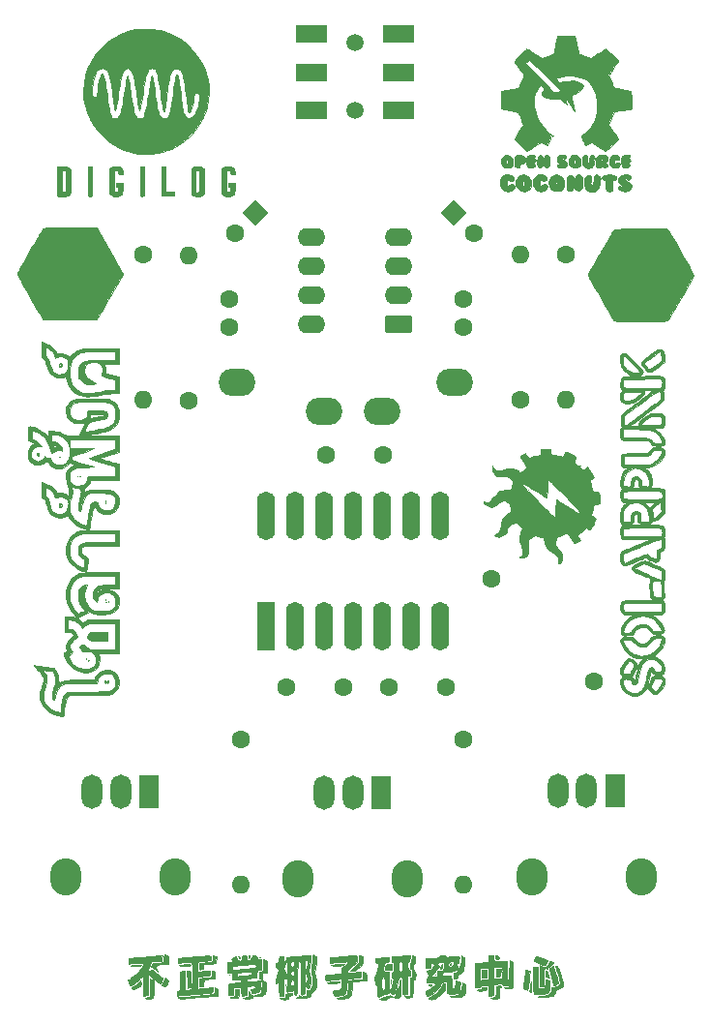
<source format=gbr>
%TF.GenerationSoftware,KiCad,Pcbnew,9.0.0*%
%TF.CreationDate,2025-03-19T15:52:07+01:00*%
%TF.ProjectId,SolarSynth_digilog,536f6c61-7253-4796-9e74-685f64696769,rev?*%
%TF.SameCoordinates,Original*%
%TF.FileFunction,Soldermask,Top*%
%TF.FilePolarity,Negative*%
%FSLAX46Y46*%
G04 Gerber Fmt 4.6, Leading zero omitted, Abs format (unit mm)*
G04 Created by KiCad (PCBNEW 9.0.0) date 2025-03-19 15:52:07*
%MOMM*%
%LPD*%
G01*
G04 APERTURE LIST*
G04 Aperture macros list*
%AMRoundRect*
0 Rectangle with rounded corners*
0 $1 Rounding radius*
0 $2 $3 $4 $5 $6 $7 $8 $9 X,Y pos of 4 corners*
0 Add a 4 corners polygon primitive as box body*
4,1,4,$2,$3,$4,$5,$6,$7,$8,$9,$2,$3,0*
0 Add four circle primitives for the rounded corners*
1,1,$1+$1,$2,$3*
1,1,$1+$1,$4,$5*
1,1,$1+$1,$6,$7*
1,1,$1+$1,$8,$9*
0 Add four rect primitives between the rounded corners*
20,1,$1+$1,$2,$3,$4,$5,0*
20,1,$1+$1,$4,$5,$6,$7,0*
20,1,$1+$1,$6,$7,$8,$9,0*
20,1,$1+$1,$8,$9,$2,$3,0*%
%AMHorizOval*
0 Thick line with rounded ends*
0 $1 width*
0 $2 $3 position (X,Y) of the first rounded end (center of the circle)*
0 $4 $5 position (X,Y) of the second rounded end (center of the circle)*
0 Add line between two ends*
20,1,$1,$2,$3,$4,$5,0*
0 Add two circle primitives to create the rounded ends*
1,1,$1,$2,$3*
1,1,$1,$4,$5*%
%AMRotRect*
0 Rectangle, with rotation*
0 The origin of the aperture is its center*
0 $1 length*
0 $2 width*
0 $3 Rotation angle, in degrees counterclockwise*
0 Add horizontal line*
21,1,$1,$2,0,0,$3*%
G04 Aperture macros list end*
%ADD10C,0.010000*%
%ADD11RoundRect,0.250000X0.950000X0.550000X-0.950000X0.550000X-0.950000X-0.550000X0.950000X-0.550000X0*%
%ADD12O,2.400000X1.600000*%
%ADD13R,1.600000X4.248000*%
%ADD14O,1.600000X4.248000*%
%ADD15O,3.200000X2.400000*%
%ADD16C,6.000000*%
%ADD17C,1.500000*%
%ADD18R,2.800000X1.600000*%
%ADD19C,1.600000*%
%ADD20O,1.600000X1.600000*%
%ADD21RotRect,1.600000X1.600000X225.000000*%
%ADD22HorizOval,1.600000X0.000000X0.000000X0.000000X0.000000X0*%
%ADD23O,2.720000X3.240000*%
%ADD24R,1.800000X3.000000*%
%ADD25O,1.800000X3.000000*%
%ADD26RotRect,1.600000X1.600000X315.000000*%
G04 APERTURE END LIST*
D10*
%TO.C,Ref\u002A\u002A*%
X91165825Y-71307116D02*
X91144658Y-71328283D01*
X91123492Y-71307116D01*
X91144658Y-71285950D01*
X91165825Y-71307116D01*
G36*
X91165825Y-71307116D02*
G01*
X91144658Y-71328283D01*
X91123492Y-71307116D01*
X91144658Y-71285950D01*
X91165825Y-71307116D01*
G37*
X92732158Y-73000450D02*
X92710992Y-73021616D01*
X92689825Y-73000450D01*
X92710992Y-72979283D01*
X92732158Y-73000450D01*
G36*
X92732158Y-73000450D02*
G01*
X92710992Y-73021616D01*
X92689825Y-73000450D01*
X92710992Y-72979283D01*
X92732158Y-73000450D01*
G37*
X92943825Y-73000450D02*
X92922658Y-73021616D01*
X92901492Y-73000450D01*
X92922658Y-72979283D01*
X92943825Y-73000450D01*
G36*
X92943825Y-73000450D02*
G01*
X92922658Y-73021616D01*
X92901492Y-73000450D01*
X92922658Y-72979283D01*
X92943825Y-73000450D01*
G37*
X93705825Y-89129450D02*
X93684658Y-89150616D01*
X93663492Y-89129450D01*
X93684658Y-89108283D01*
X93705825Y-89129450D01*
G36*
X93705825Y-89129450D02*
G01*
X93684658Y-89150616D01*
X93663492Y-89129450D01*
X93684658Y-89108283D01*
X93705825Y-89129450D01*
G37*
X95187492Y-75328783D02*
X95166325Y-75349950D01*
X95145158Y-75328783D01*
X95166325Y-75307616D01*
X95187492Y-75328783D01*
G36*
X95187492Y-75328783D02*
G01*
X95166325Y-75349950D01*
X95145158Y-75328783D01*
X95166325Y-75307616D01*
X95187492Y-75328783D01*
G37*
X95229825Y-84007116D02*
X95208658Y-84028283D01*
X95187492Y-84007116D01*
X95208658Y-83985950D01*
X95229825Y-84007116D01*
G36*
X95229825Y-84007116D02*
G01*
X95208658Y-84028283D01*
X95187492Y-84007116D01*
X95208658Y-83985950D01*
X95229825Y-84007116D01*
G37*
X95441492Y-83964783D02*
X95420325Y-83985950D01*
X95399158Y-83964783D01*
X95420325Y-83943616D01*
X95441492Y-83964783D01*
G36*
X95441492Y-83964783D02*
G01*
X95420325Y-83985950D01*
X95399158Y-83964783D01*
X95420325Y-83943616D01*
X95441492Y-83964783D01*
G37*
X110935492Y-117492783D02*
X110914325Y-117513950D01*
X110893158Y-117492783D01*
X110914325Y-117471616D01*
X110935492Y-117492783D01*
G36*
X110935492Y-117492783D02*
G01*
X110914325Y-117513950D01*
X110893158Y-117492783D01*
X110914325Y-117471616D01*
X110935492Y-117492783D01*
G37*
X124058825Y-116603783D02*
X124037658Y-116624950D01*
X124016492Y-116603783D01*
X124037658Y-116582616D01*
X124058825Y-116603783D01*
G36*
X124058825Y-116603783D02*
G01*
X124037658Y-116624950D01*
X124016492Y-116603783D01*
X124037658Y-116582616D01*
X124058825Y-116603783D01*
G37*
X132186825Y-74185783D02*
X132165658Y-74206950D01*
X132144492Y-74185783D01*
X132165658Y-74164616D01*
X132186825Y-74185783D01*
G36*
X132186825Y-74185783D02*
G01*
X132165658Y-74206950D01*
X132144492Y-74185783D01*
X132165658Y-74164616D01*
X132186825Y-74185783D01*
G37*
X136716492Y-72111450D02*
X136695325Y-72132616D01*
X136674158Y-72111450D01*
X136695325Y-72090283D01*
X136716492Y-72111450D01*
G36*
X136716492Y-72111450D02*
G01*
X136695325Y-72132616D01*
X136674158Y-72111450D01*
X136695325Y-72090283D01*
X136716492Y-72111450D01*
G37*
X100436825Y-48129616D02*
X101156492Y-48129616D01*
X101156492Y-48468283D01*
X100055825Y-48468283D01*
X100055825Y-45928283D01*
X100436825Y-45928283D01*
X100436825Y-48129616D01*
G36*
X100436825Y-48129616D02*
G01*
X101156492Y-48129616D01*
X101156492Y-48468283D01*
X100055825Y-48468283D01*
X100055825Y-45928283D01*
X100436825Y-45928283D01*
X100436825Y-48129616D01*
G37*
X106053047Y-116596727D02*
X106047236Y-116621894D01*
X106024825Y-116624950D01*
X105989980Y-116609460D01*
X105996603Y-116596727D01*
X106046842Y-116591661D01*
X106053047Y-116596727D01*
G36*
X106053047Y-116596727D02*
G01*
X106047236Y-116621894D01*
X106024825Y-116624950D01*
X105989980Y-116609460D01*
X105996603Y-116596727D01*
X106046842Y-116591661D01*
X106053047Y-116596727D01*
G37*
X108720047Y-115072727D02*
X108714236Y-115097894D01*
X108691825Y-115100950D01*
X108656980Y-115085460D01*
X108663603Y-115072727D01*
X108713842Y-115067661D01*
X108720047Y-115072727D01*
G36*
X108720047Y-115072727D02*
G01*
X108714236Y-115097894D01*
X108691825Y-115100950D01*
X108656980Y-115085460D01*
X108663603Y-115072727D01*
X108713842Y-115067661D01*
X108720047Y-115072727D01*
G37*
X93523210Y-88923961D02*
X93515325Y-88938950D01*
X93475438Y-88979378D01*
X93467995Y-88981283D01*
X93465106Y-88953938D01*
X93472992Y-88938950D01*
X93512879Y-88898521D01*
X93520322Y-88896616D01*
X93523210Y-88923961D01*
G36*
X93523210Y-88923961D02*
G01*
X93515325Y-88938950D01*
X93475438Y-88979378D01*
X93467995Y-88981283D01*
X93465106Y-88953938D01*
X93472992Y-88938950D01*
X93512879Y-88898521D01*
X93520322Y-88896616D01*
X93523210Y-88923961D01*
G37*
X95215273Y-75164218D02*
X95208658Y-75180616D01*
X95170617Y-75221001D01*
X95163826Y-75222950D01*
X95145644Y-75190197D01*
X95145158Y-75180616D01*
X95177702Y-75139910D01*
X95189990Y-75138283D01*
X95215273Y-75164218D01*
G36*
X95215273Y-75164218D02*
G01*
X95208658Y-75180616D01*
X95170617Y-75221001D01*
X95163826Y-75222950D01*
X95145644Y-75190197D01*
X95145158Y-75180616D01*
X95177702Y-75139910D01*
X95189990Y-75138283D01*
X95215273Y-75164218D01*
G37*
X95216543Y-83801628D02*
X95208658Y-83816616D01*
X95168771Y-83857045D01*
X95161328Y-83858950D01*
X95158440Y-83831604D01*
X95166325Y-83816616D01*
X95206212Y-83776188D01*
X95213655Y-83774283D01*
X95216543Y-83801628D01*
G36*
X95216543Y-83801628D02*
G01*
X95208658Y-83816616D01*
X95168771Y-83857045D01*
X95161328Y-83858950D01*
X95158440Y-83831604D01*
X95166325Y-83816616D01*
X95206212Y-83776188D01*
X95213655Y-83774283D01*
X95216543Y-83801628D01*
G37*
X125450206Y-115628443D02*
X125447887Y-115653929D01*
X125394290Y-115718085D01*
X125373804Y-115728012D01*
X125334444Y-115716456D01*
X125336762Y-115690970D01*
X125390360Y-115626814D01*
X125410846Y-115616887D01*
X125450206Y-115628443D01*
G36*
X125450206Y-115628443D02*
G01*
X125447887Y-115653929D01*
X125394290Y-115718085D01*
X125373804Y-115728012D01*
X125334444Y-115716456D01*
X125336762Y-115690970D01*
X125390360Y-115626814D01*
X125410846Y-115616887D01*
X125450206Y-115628443D01*
G37*
X134373606Y-43202551D02*
X134366992Y-43218950D01*
X134328950Y-43259335D01*
X134322160Y-43261283D01*
X134303977Y-43228530D01*
X134303492Y-43218950D01*
X134336035Y-43178243D01*
X134348323Y-43176616D01*
X134373606Y-43202551D01*
G36*
X134373606Y-43202551D02*
G01*
X134366992Y-43218950D01*
X134328950Y-43259335D01*
X134322160Y-43261283D01*
X134303977Y-43228530D01*
X134303492Y-43218950D01*
X134336035Y-43178243D01*
X134348323Y-43176616D01*
X134373606Y-43202551D01*
G37*
X95203463Y-90881797D02*
X95213166Y-90970853D01*
X95189868Y-91063640D01*
X95142289Y-91098384D01*
X95091268Y-91065439D01*
X95075800Y-91034450D01*
X95068030Y-90938813D01*
X95107430Y-90864652D01*
X95158921Y-90843950D01*
X95203463Y-90881797D01*
G36*
X95203463Y-90881797D02*
G01*
X95213166Y-90970853D01*
X95189868Y-91063640D01*
X95142289Y-91098384D01*
X95091268Y-91065439D01*
X95075800Y-91034450D01*
X95068030Y-90938813D01*
X95107430Y-90864652D01*
X95158921Y-90843950D01*
X95203463Y-90881797D01*
G37*
X107833131Y-114916451D02*
X107836019Y-114989377D01*
X107787524Y-115078920D01*
X107747112Y-115125231D01*
X107725756Y-115107445D01*
X107710189Y-115023511D01*
X107705510Y-114929084D01*
X107736375Y-114892730D01*
X107767823Y-114889283D01*
X107833131Y-114916451D01*
G36*
X107833131Y-114916451D02*
G01*
X107836019Y-114989377D01*
X107787524Y-115078920D01*
X107747112Y-115125231D01*
X107725756Y-115107445D01*
X107710189Y-115023511D01*
X107705510Y-114929084D01*
X107736375Y-114892730D01*
X107767823Y-114889283D01*
X107833131Y-114916451D01*
G37*
X95436160Y-90901030D02*
X95437038Y-90902084D01*
X95465418Y-90985343D01*
X95436827Y-91062755D01*
X95365044Y-91097926D01*
X95362879Y-91097950D01*
X95309583Y-91067820D01*
X95293325Y-90970950D01*
X95312677Y-90872056D01*
X95363770Y-90847082D01*
X95436160Y-90901030D01*
G36*
X95436160Y-90901030D02*
G01*
X95437038Y-90902084D01*
X95465418Y-90985343D01*
X95436827Y-91062755D01*
X95365044Y-91097926D01*
X95362879Y-91097950D01*
X95309583Y-91067820D01*
X95293325Y-90970950D01*
X95312677Y-90872056D01*
X95363770Y-90847082D01*
X95436160Y-90901030D01*
G37*
X106849595Y-115031312D02*
X106919047Y-115054674D01*
X106938454Y-115058616D01*
X106954200Y-115093178D01*
X106956158Y-115122116D01*
X106938090Y-115179786D01*
X106891267Y-115165238D01*
X106835150Y-115094812D01*
X106800466Y-115031043D01*
X106818313Y-115020719D01*
X106849595Y-115031312D01*
G36*
X106849595Y-115031312D02*
G01*
X106919047Y-115054674D01*
X106938454Y-115058616D01*
X106954200Y-115093178D01*
X106956158Y-115122116D01*
X106938090Y-115179786D01*
X106891267Y-115165238D01*
X106835150Y-115094812D01*
X106800466Y-115031043D01*
X106818313Y-115020719D01*
X106849595Y-115031312D01*
G37*
X120195325Y-117042206D02*
X120199111Y-117135770D01*
X120175517Y-117263831D01*
X120164158Y-117302283D01*
X120143866Y-117351323D01*
X120132432Y-117332637D01*
X120126806Y-117238606D01*
X120126045Y-117207033D01*
X120131568Y-117089865D01*
X120150358Y-117017385D01*
X120164158Y-117005950D01*
X120195325Y-117042206D01*
G36*
X120195325Y-117042206D02*
G01*
X120199111Y-117135770D01*
X120175517Y-117263831D01*
X120164158Y-117302283D01*
X120143866Y-117351323D01*
X120132432Y-117332637D01*
X120126806Y-117238606D01*
X120126045Y-117207033D01*
X120131568Y-117089865D01*
X120150358Y-117017385D01*
X120164158Y-117005950D01*
X120195325Y-117042206D01*
G37*
X123699077Y-117475889D02*
X123740602Y-117491462D01*
X123727011Y-117526569D01*
X123720158Y-117535116D01*
X123639041Y-117592816D01*
X123543820Y-117574741D01*
X123484833Y-117536463D01*
X123441330Y-117498187D01*
X123453025Y-117479758D01*
X123532108Y-117473655D01*
X123587758Y-117472963D01*
X123699077Y-117475889D01*
G36*
X123699077Y-117475889D02*
G01*
X123740602Y-117491462D01*
X123727011Y-117526569D01*
X123720158Y-117535116D01*
X123639041Y-117592816D01*
X123543820Y-117574741D01*
X123484833Y-117536463D01*
X123441330Y-117498187D01*
X123453025Y-117479758D01*
X123532108Y-117473655D01*
X123587758Y-117472963D01*
X123699077Y-117475889D01*
G37*
X124607178Y-115894700D02*
X124604390Y-116025383D01*
X124587930Y-116092082D01*
X124550183Y-116115263D01*
X124524492Y-116116950D01*
X124455585Y-116112495D01*
X124439859Y-116106366D01*
X124453922Y-116064519D01*
X124490046Y-115968197D01*
X124522546Y-115884116D01*
X124605198Y-115672450D01*
X124607178Y-115894700D01*
G36*
X124607178Y-115894700D02*
G01*
X124604390Y-116025383D01*
X124587930Y-116092082D01*
X124550183Y-116115263D01*
X124524492Y-116116950D01*
X124455585Y-116112495D01*
X124439859Y-116106366D01*
X124453922Y-116064519D01*
X124490046Y-115968197D01*
X124522546Y-115884116D01*
X124605198Y-115672450D01*
X124607178Y-115894700D01*
G37*
X128546184Y-116502994D02*
X128546158Y-116825538D01*
X128387408Y-116851778D01*
X128257803Y-116871642D01*
X128179379Y-116868572D01*
X128139298Y-116827651D01*
X128124722Y-116733963D01*
X128122812Y-116572591D01*
X128122825Y-116544369D01*
X128122825Y-116209788D01*
X128546211Y-116180450D01*
X128546184Y-116502994D01*
G36*
X128546184Y-116502994D02*
G01*
X128546158Y-116825538D01*
X128387408Y-116851778D01*
X128257803Y-116871642D01*
X128179379Y-116868572D01*
X128139298Y-116827651D01*
X128124722Y-116733963D01*
X128122812Y-116572591D01*
X128122825Y-116544369D01*
X128122825Y-116209788D01*
X128546211Y-116180450D01*
X128546184Y-116502994D01*
G37*
X129773825Y-116280991D02*
X129768190Y-116436118D01*
X129754044Y-116579570D01*
X129747367Y-116619658D01*
X129723861Y-116702235D01*
X129679548Y-116740585D01*
X129587556Y-116751501D01*
X129535700Y-116751950D01*
X129350492Y-116751950D01*
X129350492Y-116074616D01*
X129773825Y-116074616D01*
X129773825Y-116280991D01*
G36*
X129773825Y-116280991D02*
G01*
X129768190Y-116436118D01*
X129754044Y-116579570D01*
X129747367Y-116619658D01*
X129723861Y-116702235D01*
X129679548Y-116740585D01*
X129587556Y-116751501D01*
X129535700Y-116751950D01*
X129350492Y-116751950D01*
X129350492Y-116074616D01*
X129773825Y-116074616D01*
X129773825Y-116280991D01*
G37*
X102442903Y-116301469D02*
X102595825Y-116349333D01*
X102595825Y-117716007D01*
X102468825Y-117734646D01*
X102341825Y-117753286D01*
X102341359Y-117157368D01*
X102339386Y-116926894D01*
X102334310Y-116713948D01*
X102326849Y-116539301D01*
X102317721Y-116423720D01*
X102315437Y-116407528D01*
X102289980Y-116253606D01*
X102442903Y-116301469D01*
G36*
X102442903Y-116301469D02*
G01*
X102595825Y-116349333D01*
X102595825Y-117716007D01*
X102468825Y-117734646D01*
X102341825Y-117753286D01*
X102341359Y-117157368D01*
X102339386Y-116926894D01*
X102334310Y-116713948D01*
X102326849Y-116539301D01*
X102317721Y-116423720D01*
X102315437Y-116407528D01*
X102289980Y-116253606D01*
X102442903Y-116301469D01*
G37*
X121010825Y-117700262D02*
X121031992Y-118373407D01*
X120901986Y-118515178D01*
X120814522Y-118605344D01*
X120747531Y-118643306D01*
X120665121Y-118639023D01*
X120558873Y-118610399D01*
X120424421Y-118571485D01*
X120560884Y-118368701D01*
X120679376Y-118149367D01*
X120789859Y-117860122D01*
X120887183Y-117515675D01*
X120934392Y-117302283D01*
X120989658Y-117027116D01*
X121010825Y-117700262D01*
G36*
X121010825Y-117700262D02*
G01*
X121031992Y-118373407D01*
X120901986Y-118515178D01*
X120814522Y-118605344D01*
X120747531Y-118643306D01*
X120665121Y-118639023D01*
X120558873Y-118610399D01*
X120424421Y-118571485D01*
X120560884Y-118368701D01*
X120679376Y-118149367D01*
X120789859Y-117860122D01*
X120887183Y-117515675D01*
X120934392Y-117302283D01*
X120989658Y-117027116D01*
X121010825Y-117700262D01*
G37*
X93992196Y-47208866D02*
X93980992Y-48489450D01*
X93831312Y-48502048D01*
X93723435Y-48502670D01*
X93655625Y-48487657D01*
X93651395Y-48484409D01*
X93643781Y-48435979D01*
X93636870Y-48313593D01*
X93630913Y-48127962D01*
X93626159Y-47889796D01*
X93622861Y-47609804D01*
X93621267Y-47298698D01*
X93621158Y-47191227D01*
X93621158Y-45928283D01*
X94003400Y-45928283D01*
X93992196Y-47208866D01*
G36*
X93992196Y-47208866D02*
G01*
X93980992Y-48489450D01*
X93831312Y-48502048D01*
X93723435Y-48502670D01*
X93655625Y-48487657D01*
X93651395Y-48484409D01*
X93643781Y-48435979D01*
X93636870Y-48313593D01*
X93630913Y-48127962D01*
X93626159Y-47889796D01*
X93622861Y-47609804D01*
X93621267Y-47298698D01*
X93621158Y-47191227D01*
X93621158Y-45928283D01*
X94003400Y-45928283D01*
X93992196Y-47208866D01*
G37*
X129472937Y-114929824D02*
X129562296Y-114991703D01*
X129622298Y-115062390D01*
X129630182Y-115082736D01*
X129636266Y-115196141D01*
X129578787Y-115255936D01*
X129478714Y-115270283D01*
X129399695Y-115260833D01*
X129357518Y-115216780D01*
X129331680Y-115114564D01*
X129328843Y-115098097D01*
X129315963Y-114985171D01*
X129319072Y-114911865D01*
X129323764Y-114901899D01*
X129383626Y-114894105D01*
X129472937Y-114929824D01*
G36*
X129472937Y-114929824D02*
G01*
X129562296Y-114991703D01*
X129622298Y-115062390D01*
X129630182Y-115082736D01*
X129636266Y-115196141D01*
X129578787Y-115255936D01*
X129478714Y-115270283D01*
X129399695Y-115260833D01*
X129357518Y-115216780D01*
X129331680Y-115114564D01*
X129328843Y-115098097D01*
X129315963Y-114985171D01*
X129319072Y-114911865D01*
X129323764Y-114901899D01*
X129383626Y-114894105D01*
X129472937Y-114929824D01*
G37*
X132438285Y-117535116D02*
X132443967Y-117713008D01*
X132455312Y-117881244D01*
X132467996Y-117990200D01*
X132475812Y-118104581D01*
X132445415Y-118145219D01*
X132371729Y-118116281D01*
X132340617Y-118094798D01*
X132307462Y-118064921D01*
X132291049Y-118024158D01*
X132291765Y-117954996D01*
X132309998Y-117839926D01*
X132346134Y-117661436D01*
X132350686Y-117639714D01*
X132434813Y-117238783D01*
X132438285Y-117535116D01*
G36*
X132438285Y-117535116D02*
G01*
X132443967Y-117713008D01*
X132455312Y-117881244D01*
X132467996Y-117990200D01*
X132475812Y-118104581D01*
X132445415Y-118145219D01*
X132371729Y-118116281D01*
X132340617Y-118094798D01*
X132307462Y-118064921D01*
X132291049Y-118024158D01*
X132291765Y-117954996D01*
X132309998Y-117839926D01*
X132346134Y-117661436D01*
X132350686Y-117639714D01*
X132434813Y-117238783D01*
X132438285Y-117535116D01*
G37*
X100534312Y-116955424D02*
X100624740Y-117018180D01*
X100676015Y-117072940D01*
X100677215Y-117075621D01*
X100670064Y-117139178D01*
X100630023Y-117246492D01*
X100569473Y-117373817D01*
X100500797Y-117497409D01*
X100436376Y-117593522D01*
X100388593Y-117638413D01*
X100383299Y-117639255D01*
X100310831Y-117619027D01*
X100215381Y-117574825D01*
X100099771Y-117512091D01*
X100255231Y-117197911D01*
X100410691Y-116883732D01*
X100534312Y-116955424D01*
G36*
X100534312Y-116955424D02*
G01*
X100624740Y-117018180D01*
X100676015Y-117072940D01*
X100677215Y-117075621D01*
X100670064Y-117139178D01*
X100630023Y-117246492D01*
X100569473Y-117373817D01*
X100500797Y-117497409D01*
X100436376Y-117593522D01*
X100388593Y-117638413D01*
X100383299Y-117639255D01*
X100310831Y-117619027D01*
X100215381Y-117574825D01*
X100099771Y-117512091D01*
X100255231Y-117197911D01*
X100410691Y-116883732D01*
X100534312Y-116955424D01*
G37*
X115994325Y-115731915D02*
X115924188Y-115772674D01*
X115842026Y-115798724D01*
X115727808Y-115813142D01*
X115561500Y-115819003D01*
X115422825Y-115819689D01*
X115232869Y-115816301D01*
X115071844Y-115807446D01*
X114960294Y-115794598D01*
X114922341Y-115783824D01*
X114917618Y-115762490D01*
X114976194Y-115742106D01*
X115102902Y-115721985D01*
X115302577Y-115701436D01*
X115580053Y-115679773D01*
X115719158Y-115670294D01*
X116121325Y-115643772D01*
X115994325Y-115731915D01*
G36*
X115994325Y-115731915D02*
G01*
X115924188Y-115772674D01*
X115842026Y-115798724D01*
X115727808Y-115813142D01*
X115561500Y-115819003D01*
X115422825Y-115819689D01*
X115232869Y-115816301D01*
X115071844Y-115807446D01*
X114960294Y-115794598D01*
X114922341Y-115783824D01*
X114917618Y-115762490D01*
X114976194Y-115742106D01*
X115102902Y-115721985D01*
X115302577Y-115701436D01*
X115580053Y-115679773D01*
X115719158Y-115670294D01*
X116121325Y-115643772D01*
X115994325Y-115731915D01*
G37*
X98098701Y-115742422D02*
X98214590Y-115757381D01*
X98274641Y-115783513D01*
X98266754Y-115819799D01*
X98246075Y-115834490D01*
X98168205Y-115855598D01*
X98032517Y-115870851D01*
X97865700Y-115879584D01*
X97694444Y-115881127D01*
X97545437Y-115874814D01*
X97445370Y-115859977D01*
X97431158Y-115854872D01*
X97375023Y-115825524D01*
X97374676Y-115806464D01*
X97440408Y-115789901D01*
X97536992Y-115774769D01*
X97747803Y-115750097D01*
X97939073Y-115739654D01*
X98098701Y-115742422D01*
G36*
X98098701Y-115742422D02*
G01*
X98214590Y-115757381D01*
X98274641Y-115783513D01*
X98266754Y-115819799D01*
X98246075Y-115834490D01*
X98168205Y-115855598D01*
X98032517Y-115870851D01*
X97865700Y-115879584D01*
X97694444Y-115881127D01*
X97545437Y-115874814D01*
X97445370Y-115859977D01*
X97431158Y-115854872D01*
X97375023Y-115825524D01*
X97374676Y-115806464D01*
X97440408Y-115789901D01*
X97536992Y-115774769D01*
X97747803Y-115750097D01*
X97939073Y-115739654D01*
X98098701Y-115742422D01*
G37*
X102516679Y-115703785D02*
X102584252Y-115730930D01*
X102595825Y-115757116D01*
X102565744Y-115802720D01*
X102467880Y-115820390D01*
X102437075Y-115820984D01*
X102294615Y-115825745D01*
X102125777Y-115837263D01*
X102066658Y-115842712D01*
X101876661Y-115842956D01*
X101727992Y-115807278D01*
X101665790Y-115777392D01*
X101651388Y-115758187D01*
X101695148Y-115744468D01*
X101807428Y-115731039D01*
X101897325Y-115722352D01*
X102179089Y-115699788D01*
X102383583Y-115693502D01*
X102516679Y-115703785D01*
G36*
X102516679Y-115703785D02*
G01*
X102584252Y-115730930D01*
X102595825Y-115757116D01*
X102565744Y-115802720D01*
X102467880Y-115820390D01*
X102437075Y-115820984D01*
X102294615Y-115825745D01*
X102125777Y-115837263D01*
X102066658Y-115842712D01*
X101876661Y-115842956D01*
X101727992Y-115807278D01*
X101665790Y-115777392D01*
X101651388Y-115758187D01*
X101695148Y-115744468D01*
X101807428Y-115731039D01*
X101897325Y-115722352D01*
X102179089Y-115699788D01*
X102383583Y-115693502D01*
X102516679Y-115703785D01*
G37*
X133794373Y-116276445D02*
X133819327Y-116307450D01*
X133859680Y-116381478D01*
X133906801Y-116496848D01*
X133952181Y-116627773D01*
X133987310Y-116748468D01*
X134003680Y-116833145D01*
X134000491Y-116856428D01*
X133955034Y-116853479D01*
X133861233Y-116828963D01*
X133837825Y-116821539D01*
X133749263Y-116786595D01*
X133703802Y-116739196D01*
X133684758Y-116652082D01*
X133678653Y-116561450D01*
X133680529Y-116425216D01*
X133697725Y-116318211D01*
X133711208Y-116286283D01*
X133750879Y-116248651D01*
X133794373Y-116276445D01*
G36*
X133794373Y-116276445D02*
G01*
X133819327Y-116307450D01*
X133859680Y-116381478D01*
X133906801Y-116496848D01*
X133952181Y-116627773D01*
X133987310Y-116748468D01*
X134003680Y-116833145D01*
X134000491Y-116856428D01*
X133955034Y-116853479D01*
X133861233Y-116828963D01*
X133837825Y-116821539D01*
X133749263Y-116786595D01*
X133703802Y-116739196D01*
X133684758Y-116652082D01*
X133678653Y-116561450D01*
X133680529Y-116425216D01*
X133697725Y-116318211D01*
X133711208Y-116286283D01*
X133750879Y-116248651D01*
X133794373Y-116276445D01*
G37*
X117430652Y-114906231D02*
X117532566Y-114948210D01*
X117559222Y-114960623D01*
X117708825Y-115031964D01*
X117708825Y-115611085D01*
X117445557Y-115895767D01*
X117321742Y-116025321D01*
X117213267Y-116131029D01*
X117136905Y-116196868D01*
X117117474Y-116209224D01*
X117039086Y-116226508D01*
X116912063Y-116238307D01*
X116835581Y-116240974D01*
X116618503Y-116243950D01*
X117327825Y-115551598D01*
X117327825Y-115220440D01*
X117332651Y-115062685D01*
X117345536Y-114946522D01*
X117364088Y-114891322D01*
X117368722Y-114889283D01*
X117430652Y-114906231D01*
G36*
X117430652Y-114906231D02*
G01*
X117532566Y-114948210D01*
X117559222Y-114960623D01*
X117708825Y-115031964D01*
X117708825Y-115611085D01*
X117445557Y-115895767D01*
X117321742Y-116025321D01*
X117213267Y-116131029D01*
X117136905Y-116196868D01*
X117117474Y-116209224D01*
X117039086Y-116226508D01*
X116912063Y-116238307D01*
X116835581Y-116240974D01*
X116618503Y-116243950D01*
X117327825Y-115551598D01*
X117327825Y-115220440D01*
X117332651Y-115062685D01*
X117345536Y-114946522D01*
X117364088Y-114891322D01*
X117368722Y-114889283D01*
X117430652Y-114906231D01*
G37*
X115624815Y-117181916D02*
X115667830Y-117199414D01*
X115676825Y-117228021D01*
X115638599Y-117282147D01*
X115544533Y-117318158D01*
X115432322Y-117332078D01*
X115276293Y-117340625D01*
X115097113Y-117344030D01*
X114915448Y-117342524D01*
X114751966Y-117336337D01*
X114627332Y-117325698D01*
X114562213Y-117310840D01*
X114558005Y-117307159D01*
X114558679Y-117292216D01*
X114587269Y-117278585D01*
X114653825Y-117264836D01*
X114768396Y-117249540D01*
X114941030Y-117231268D01*
X115181776Y-117208590D01*
X115369908Y-117191667D01*
X115531021Y-117179987D01*
X115624815Y-117181916D01*
G36*
X115624815Y-117181916D02*
G01*
X115667830Y-117199414D01*
X115676825Y-117228021D01*
X115638599Y-117282147D01*
X115544533Y-117318158D01*
X115432322Y-117332078D01*
X115276293Y-117340625D01*
X115097113Y-117344030D01*
X114915448Y-117342524D01*
X114751966Y-117336337D01*
X114627332Y-117325698D01*
X114562213Y-117310840D01*
X114558005Y-117307159D01*
X114558679Y-117292216D01*
X114587269Y-117278585D01*
X114653825Y-117264836D01*
X114768396Y-117249540D01*
X114941030Y-117231268D01*
X115181776Y-117208590D01*
X115369908Y-117191667D01*
X115531021Y-117179987D01*
X115624815Y-117181916D01*
G37*
X120021573Y-115670133D02*
X120065675Y-115675764D01*
X120248825Y-115703230D01*
X120248825Y-115952423D01*
X120242378Y-116104431D01*
X120221394Y-116183525D01*
X120192380Y-116201616D01*
X120119893Y-116182351D01*
X120107082Y-116172763D01*
X120051863Y-116158582D01*
X119940472Y-116152779D01*
X119846027Y-116154665D01*
X119718858Y-116154331D01*
X119634516Y-116142180D01*
X119613825Y-116127560D01*
X119631053Y-116033154D01*
X119673966Y-115910890D01*
X119729405Y-115790483D01*
X119784213Y-115701648D01*
X119814477Y-115674411D01*
X119897158Y-115664162D01*
X120021573Y-115670133D01*
G36*
X120021573Y-115670133D02*
G01*
X120065675Y-115675764D01*
X120248825Y-115703230D01*
X120248825Y-115952423D01*
X120242378Y-116104431D01*
X120221394Y-116183525D01*
X120192380Y-116201616D01*
X120119893Y-116182351D01*
X120107082Y-116172763D01*
X120051863Y-116158582D01*
X119940472Y-116152779D01*
X119846027Y-116154665D01*
X119718858Y-116154331D01*
X119634516Y-116142180D01*
X119613825Y-116127560D01*
X119631053Y-116033154D01*
X119673966Y-115910890D01*
X119729405Y-115790483D01*
X119784213Y-115701648D01*
X119814477Y-115674411D01*
X119897158Y-115664162D01*
X120021573Y-115670133D01*
G37*
X128468792Y-117688727D02*
X128529177Y-117710326D01*
X128546074Y-117755976D01*
X128546158Y-117761388D01*
X128507101Y-117872713D01*
X128395063Y-117953792D01*
X128217750Y-118000048D01*
X128131822Y-118007698D01*
X127987592Y-118010448D01*
X127872368Y-118004725D01*
X127826492Y-117996347D01*
X127722601Y-117953767D01*
X127699023Y-117927053D01*
X127757334Y-117908817D01*
X127847658Y-117897148D01*
X127986332Y-117873087D01*
X128064738Y-117832395D01*
X128101113Y-117778533D01*
X128141808Y-117718864D01*
X128212480Y-117690592D01*
X128339781Y-117683287D01*
X128344530Y-117683283D01*
X128468792Y-117688727D01*
G36*
X128468792Y-117688727D02*
G01*
X128529177Y-117710326D01*
X128546074Y-117755976D01*
X128546158Y-117761388D01*
X128507101Y-117872713D01*
X128395063Y-117953792D01*
X128217750Y-118000048D01*
X128131822Y-118007698D01*
X127987592Y-118010448D01*
X127872368Y-118004725D01*
X127826492Y-117996347D01*
X127722601Y-117953767D01*
X127699023Y-117927053D01*
X127757334Y-117908817D01*
X127847658Y-117897148D01*
X127986332Y-117873087D01*
X128064738Y-117832395D01*
X128101113Y-117778533D01*
X128141808Y-117718864D01*
X128212480Y-117690592D01*
X128339781Y-117683287D01*
X128344530Y-117683283D01*
X128468792Y-117688727D01*
G37*
X89304469Y-70974044D02*
X89330114Y-70998429D01*
X89374870Y-71079034D01*
X89373776Y-71134500D01*
X89315929Y-71190696D01*
X89233098Y-71194585D01*
X89166236Y-71146972D01*
X89157965Y-71130267D01*
X89161935Y-71063700D01*
X89219140Y-71063700D01*
X89234569Y-71138025D01*
X89260825Y-71158950D01*
X89301480Y-71134641D01*
X89302510Y-71127200D01*
X89281359Y-71067839D01*
X89260825Y-71031950D01*
X89229945Y-70998703D01*
X89219610Y-71040749D01*
X89219140Y-71063700D01*
X89161935Y-71063700D01*
X89163115Y-71043932D01*
X89195769Y-70994195D01*
X89252974Y-70951798D01*
X89304469Y-70974044D01*
G36*
X89304469Y-70974044D02*
G01*
X89330114Y-70998429D01*
X89374870Y-71079034D01*
X89373776Y-71134500D01*
X89315929Y-71190696D01*
X89233098Y-71194585D01*
X89166236Y-71146972D01*
X89157965Y-71130267D01*
X89161935Y-71063700D01*
X89219140Y-71063700D01*
X89234569Y-71138025D01*
X89260825Y-71158950D01*
X89301480Y-71134641D01*
X89302510Y-71127200D01*
X89281359Y-71067839D01*
X89260825Y-71031950D01*
X89229945Y-70998703D01*
X89219610Y-71040749D01*
X89219140Y-71063700D01*
X89161935Y-71063700D01*
X89163115Y-71043932D01*
X89195769Y-70994195D01*
X89252974Y-70951798D01*
X89304469Y-70974044D01*
G37*
X98267158Y-117170984D02*
X98276280Y-117267953D01*
X98277825Y-117338599D01*
X98275132Y-117448062D01*
X98256515Y-117521021D01*
X98206162Y-117580251D01*
X98108264Y-117648528D01*
X98028027Y-117698432D01*
X97839272Y-117800991D01*
X97693469Y-117844599D01*
X97575406Y-117831832D01*
X97497749Y-117788207D01*
X97442211Y-117736481D01*
X97434249Y-117712421D01*
X97478378Y-117685038D01*
X97571633Y-117630284D01*
X97642825Y-117589251D01*
X97785763Y-117496608D01*
X97944281Y-117378217D01*
X98030321Y-117306551D01*
X98137232Y-117215653D01*
X98218341Y-117152809D01*
X98252571Y-117132950D01*
X98267158Y-117170984D01*
G36*
X98267158Y-117170984D02*
G01*
X98276280Y-117267953D01*
X98277825Y-117338599D01*
X98275132Y-117448062D01*
X98256515Y-117521021D01*
X98206162Y-117580251D01*
X98108264Y-117648528D01*
X98028027Y-117698432D01*
X97839272Y-117800991D01*
X97693469Y-117844599D01*
X97575406Y-117831832D01*
X97497749Y-117788207D01*
X97442211Y-117736481D01*
X97434249Y-117712421D01*
X97478378Y-117685038D01*
X97571633Y-117630284D01*
X97642825Y-117589251D01*
X97785763Y-117496608D01*
X97944281Y-117378217D01*
X98030321Y-117306551D01*
X98137232Y-117215653D01*
X98218341Y-117152809D01*
X98252571Y-117132950D01*
X98267158Y-117170984D01*
G37*
X98574158Y-47193754D02*
X98573731Y-47558134D01*
X98572142Y-47846711D01*
X98568932Y-48068343D01*
X98563643Y-48231891D01*
X98555813Y-48346215D01*
X98544985Y-48420174D01*
X98530697Y-48462629D01*
X98512492Y-48482438D01*
X98507196Y-48484920D01*
X98403057Y-48507117D01*
X98294225Y-48506657D01*
X98223001Y-48483913D01*
X98221380Y-48482394D01*
X98214275Y-48434487D01*
X98207825Y-48312601D01*
X98202265Y-48127426D01*
X98197829Y-47889647D01*
X98194749Y-47609954D01*
X98193261Y-47299034D01*
X98193158Y-47191227D01*
X98193158Y-45928283D01*
X98574158Y-45928283D01*
X98574158Y-47193754D01*
G36*
X98574158Y-47193754D02*
G01*
X98573731Y-47558134D01*
X98572142Y-47846711D01*
X98568932Y-48068343D01*
X98563643Y-48231891D01*
X98555813Y-48346215D01*
X98544985Y-48420174D01*
X98530697Y-48462629D01*
X98512492Y-48482438D01*
X98507196Y-48484920D01*
X98403057Y-48507117D01*
X98294225Y-48506657D01*
X98223001Y-48483913D01*
X98221380Y-48482394D01*
X98214275Y-48434487D01*
X98207825Y-48312601D01*
X98202265Y-48127426D01*
X98197829Y-47889647D01*
X98194749Y-47609954D01*
X98193261Y-47299034D01*
X98193158Y-47191227D01*
X98193158Y-45928283D01*
X98574158Y-45928283D01*
X98574158Y-47193754D01*
G37*
X106846524Y-117855384D02*
X106899624Y-117872676D01*
X106907056Y-117917975D01*
X106896584Y-117969033D01*
X106877603Y-118075026D01*
X106856980Y-118226784D01*
X106843922Y-118345018D01*
X106818372Y-118604586D01*
X106627356Y-118630768D01*
X106417457Y-118650631D01*
X106257645Y-118642935D01*
X106183575Y-118627768D01*
X106115662Y-118594226D01*
X106121738Y-118558690D01*
X106192457Y-118534110D01*
X106254196Y-118529950D01*
X106388647Y-118524622D01*
X106471077Y-118497608D01*
X106514137Y-118432362D01*
X106530482Y-118312337D01*
X106532825Y-118165587D01*
X106532825Y-117852616D01*
X106728260Y-117852616D01*
X106846524Y-117855384D01*
G36*
X106846524Y-117855384D02*
G01*
X106899624Y-117872676D01*
X106907056Y-117917975D01*
X106896584Y-117969033D01*
X106877603Y-118075026D01*
X106856980Y-118226784D01*
X106843922Y-118345018D01*
X106818372Y-118604586D01*
X106627356Y-118630768D01*
X106417457Y-118650631D01*
X106257645Y-118642935D01*
X106183575Y-118627768D01*
X106115662Y-118594226D01*
X106121738Y-118558690D01*
X106192457Y-118534110D01*
X106254196Y-118529950D01*
X106388647Y-118524622D01*
X106471077Y-118497608D01*
X106514137Y-118432362D01*
X106530482Y-118312337D01*
X106532825Y-118165587D01*
X106532825Y-117852616D01*
X106728260Y-117852616D01*
X106846524Y-117855384D01*
G37*
X91311629Y-75364022D02*
X91374033Y-75427642D01*
X91394789Y-75522473D01*
X91358358Y-75627955D01*
X91295061Y-75708566D01*
X91235914Y-75722927D01*
X91155242Y-75685225D01*
X91095444Y-75607990D01*
X91088008Y-75530329D01*
X91134356Y-75530329D01*
X91162247Y-75578472D01*
X91233865Y-75619073D01*
X91303637Y-75601468D01*
X91335158Y-75534897D01*
X91335158Y-75534592D01*
X91301455Y-75469044D01*
X91227799Y-75442683D01*
X91156307Y-75469534D01*
X91134356Y-75530329D01*
X91088008Y-75530329D01*
X91085189Y-75500895D01*
X91127842Y-75405047D01*
X91131958Y-75400750D01*
X91225097Y-75349197D01*
X91311629Y-75364022D01*
G36*
X91311629Y-75364022D02*
G01*
X91374033Y-75427642D01*
X91394789Y-75522473D01*
X91358358Y-75627955D01*
X91295061Y-75708566D01*
X91235914Y-75722927D01*
X91155242Y-75685225D01*
X91095444Y-75607990D01*
X91088008Y-75530329D01*
X91134356Y-75530329D01*
X91162247Y-75578472D01*
X91233865Y-75619073D01*
X91303637Y-75601468D01*
X91335158Y-75534897D01*
X91335158Y-75534592D01*
X91301455Y-75469044D01*
X91227799Y-75442683D01*
X91156307Y-75469534D01*
X91134356Y-75530329D01*
X91088008Y-75530329D01*
X91085189Y-75500895D01*
X91127842Y-75405047D01*
X91131958Y-75400750D01*
X91225097Y-75349197D01*
X91311629Y-75364022D01*
G37*
X91313460Y-63135615D02*
X91379096Y-63200610D01*
X91399902Y-63295957D01*
X91377492Y-63369616D01*
X91307141Y-63431068D01*
X91206912Y-63455794D01*
X91119735Y-63434758D01*
X91109380Y-63426061D01*
X91082647Y-63350759D01*
X91087329Y-63295996D01*
X91134356Y-63295996D01*
X91162247Y-63344139D01*
X91233865Y-63384739D01*
X91303637Y-63367135D01*
X91335158Y-63300564D01*
X91335158Y-63300258D01*
X91301455Y-63234710D01*
X91227799Y-63208350D01*
X91156307Y-63235201D01*
X91134356Y-63295996D01*
X91087329Y-63295996D01*
X91091396Y-63248442D01*
X91131471Y-63166907D01*
X91131958Y-63166416D01*
X91224059Y-63118407D01*
X91313460Y-63135615D01*
G36*
X91313460Y-63135615D02*
G01*
X91379096Y-63200610D01*
X91399902Y-63295957D01*
X91377492Y-63369616D01*
X91307141Y-63431068D01*
X91206912Y-63455794D01*
X91119735Y-63434758D01*
X91109380Y-63426061D01*
X91082647Y-63350759D01*
X91087329Y-63295996D01*
X91134356Y-63295996D01*
X91162247Y-63344139D01*
X91233865Y-63384739D01*
X91303637Y-63367135D01*
X91335158Y-63300564D01*
X91335158Y-63300258D01*
X91301455Y-63234710D01*
X91227799Y-63208350D01*
X91156307Y-63235201D01*
X91134356Y-63295996D01*
X91087329Y-63295996D01*
X91091396Y-63248442D01*
X91131471Y-63166907D01*
X91131958Y-63166416D01*
X91224059Y-63118407D01*
X91313460Y-63135615D01*
G37*
X133214892Y-115100253D02*
X133451022Y-115182177D01*
X133618618Y-115242283D01*
X133729358Y-115285853D01*
X133794920Y-115318167D01*
X133826981Y-115344506D01*
X133837222Y-115370152D01*
X133837825Y-115381944D01*
X133820220Y-115455730D01*
X133776885Y-115559208D01*
X133722042Y-115664850D01*
X133669912Y-115745130D01*
X133635881Y-115772836D01*
X133586193Y-115756887D01*
X133473821Y-115717508D01*
X133315490Y-115660645D01*
X133129765Y-115592919D01*
X132919341Y-115514450D01*
X132779805Y-115453813D01*
X132702711Y-115399266D01*
X132679613Y-115339066D01*
X132702064Y-115261472D01*
X132761620Y-115154741D01*
X132785802Y-115114719D01*
X132867126Y-114980321D01*
X133214892Y-115100253D01*
G36*
X133214892Y-115100253D02*
G01*
X133451022Y-115182177D01*
X133618618Y-115242283D01*
X133729358Y-115285853D01*
X133794920Y-115318167D01*
X133826981Y-115344506D01*
X133837222Y-115370152D01*
X133837825Y-115381944D01*
X133820220Y-115455730D01*
X133776885Y-115559208D01*
X133722042Y-115664850D01*
X133669912Y-115745130D01*
X133635881Y-115772836D01*
X133586193Y-115756887D01*
X133473821Y-115717508D01*
X133315490Y-115660645D01*
X133129765Y-115592919D01*
X132919341Y-115514450D01*
X132779805Y-115453813D01*
X132702711Y-115399266D01*
X132679613Y-115339066D01*
X132702064Y-115261472D01*
X132761620Y-115154741D01*
X132785802Y-115114719D01*
X132867126Y-114980321D01*
X133214892Y-115100253D01*
G37*
X107815338Y-118212247D02*
X107907067Y-118337917D01*
X108009487Y-118397412D01*
X108036892Y-118403645D01*
X108116363Y-118427923D01*
X108112570Y-118457396D01*
X108109742Y-118459262D01*
X108064009Y-118526284D01*
X108056825Y-118569242D01*
X108028999Y-118628445D01*
X107935744Y-118664997D01*
X107898075Y-118672111D01*
X107716410Y-118691394D01*
X107528404Y-118694184D01*
X107365851Y-118681147D01*
X107273658Y-118659035D01*
X107233311Y-118635302D01*
X107258956Y-118616505D01*
X107358325Y-118596072D01*
X107531475Y-118566639D01*
X107637950Y-118540805D01*
X107693913Y-118504658D01*
X107715524Y-118444285D01*
X107718945Y-118345774D01*
X107718855Y-118285726D01*
X107719551Y-118043116D01*
X107815338Y-118212247D01*
G36*
X107815338Y-118212247D02*
G01*
X107907067Y-118337917D01*
X108009487Y-118397412D01*
X108036892Y-118403645D01*
X108116363Y-118427923D01*
X108112570Y-118457396D01*
X108109742Y-118459262D01*
X108064009Y-118526284D01*
X108056825Y-118569242D01*
X108028999Y-118628445D01*
X107935744Y-118664997D01*
X107898075Y-118672111D01*
X107716410Y-118691394D01*
X107528404Y-118694184D01*
X107365851Y-118681147D01*
X107273658Y-118659035D01*
X107233311Y-118635302D01*
X107258956Y-118616505D01*
X107358325Y-118596072D01*
X107531475Y-118566639D01*
X107637950Y-118540805D01*
X107693913Y-118504658D01*
X107715524Y-118444285D01*
X107718945Y-118345774D01*
X107718855Y-118285726D01*
X107719551Y-118043116D01*
X107815338Y-118212247D01*
G37*
X111544977Y-118194942D02*
X111556463Y-118215787D01*
X111562389Y-118315459D01*
X111494981Y-118377394D01*
X111421053Y-118393347D01*
X111279398Y-118431537D01*
X111204537Y-118519721D01*
X111189492Y-118614508D01*
X111174325Y-118700615D01*
X111112004Y-118743830D01*
X111057200Y-118757491D01*
X110826667Y-118780452D01*
X110632349Y-118744971D01*
X110575658Y-118721978D01*
X110448658Y-118663826D01*
X110893158Y-118656950D01*
X110893158Y-118449246D01*
X110897172Y-118325707D01*
X110914339Y-118268122D01*
X110952353Y-118257952D01*
X110970904Y-118261873D01*
X111052831Y-118262647D01*
X111183075Y-118243394D01*
X111291013Y-118218914D01*
X111429275Y-118185822D01*
X111507141Y-118177911D01*
X111544977Y-118194942D01*
G36*
X111544977Y-118194942D02*
G01*
X111556463Y-118215787D01*
X111562389Y-118315459D01*
X111494981Y-118377394D01*
X111421053Y-118393347D01*
X111279398Y-118431537D01*
X111204537Y-118519721D01*
X111189492Y-118614508D01*
X111174325Y-118700615D01*
X111112004Y-118743830D01*
X111057200Y-118757491D01*
X110826667Y-118780452D01*
X110632349Y-118744971D01*
X110575658Y-118721978D01*
X110448658Y-118663826D01*
X110893158Y-118656950D01*
X110893158Y-118449246D01*
X110897172Y-118325707D01*
X110914339Y-118268122D01*
X110952353Y-118257952D01*
X110970904Y-118261873D01*
X111052831Y-118262647D01*
X111183075Y-118243394D01*
X111291013Y-118218914D01*
X111429275Y-118185822D01*
X111507141Y-118177911D01*
X111544977Y-118194942D01*
G37*
X120193854Y-118453127D02*
X120201605Y-118461248D01*
X120295150Y-118560822D01*
X120092932Y-118583615D01*
X119934128Y-118618244D01*
X119841291Y-118682174D01*
X119831773Y-118695179D01*
X119783805Y-118746034D01*
X119710141Y-118772986D01*
X119586590Y-118782730D01*
X119513411Y-118783301D01*
X119365992Y-118777339D01*
X119248891Y-118762542D01*
X119197052Y-118746567D01*
X119177607Y-118715235D01*
X119234786Y-118687327D01*
X119260552Y-118680417D01*
X119374295Y-118636852D01*
X119449225Y-118588884D01*
X119527404Y-118548394D01*
X119656669Y-118509063D01*
X119760585Y-118487845D01*
X119902183Y-118459087D01*
X120012582Y-118426382D01*
X120055885Y-118404974D01*
X120114899Y-118393708D01*
X120193854Y-118453127D01*
G36*
X120193854Y-118453127D02*
G01*
X120201605Y-118461248D01*
X120295150Y-118560822D01*
X120092932Y-118583615D01*
X119934128Y-118618244D01*
X119841291Y-118682174D01*
X119831773Y-118695179D01*
X119783805Y-118746034D01*
X119710141Y-118772986D01*
X119586590Y-118782730D01*
X119513411Y-118783301D01*
X119365992Y-118777339D01*
X119248891Y-118762542D01*
X119197052Y-118746567D01*
X119177607Y-118715235D01*
X119234786Y-118687327D01*
X119260552Y-118680417D01*
X119374295Y-118636852D01*
X119449225Y-118588884D01*
X119527404Y-118548394D01*
X119656669Y-118509063D01*
X119760585Y-118487845D01*
X119902183Y-118459087D01*
X120012582Y-118426382D01*
X120055885Y-118404974D01*
X120114899Y-118393708D01*
X120193854Y-118453127D01*
G37*
X124874563Y-117400243D02*
X124898046Y-117517111D01*
X124904072Y-117696365D01*
X124902652Y-118000783D01*
X124626829Y-118240047D01*
X124476282Y-118359693D01*
X124301532Y-118481726D01*
X124120513Y-118595517D01*
X123951162Y-118690436D01*
X123811414Y-118755852D01*
X123719205Y-118781135D01*
X123713968Y-118781084D01*
X123632548Y-118761267D01*
X123561408Y-118732282D01*
X123489068Y-118687987D01*
X123466158Y-118659566D01*
X123501276Y-118629264D01*
X123593948Y-118574050D01*
X123725157Y-118505133D01*
X123744267Y-118495647D01*
X124073402Y-118291809D01*
X124348409Y-118035330D01*
X124556747Y-117737992D01*
X124563085Y-117726225D01*
X124677765Y-117525345D01*
X124766511Y-117404177D01*
X124831414Y-117362537D01*
X124874563Y-117400243D01*
G36*
X124874563Y-117400243D02*
G01*
X124898046Y-117517111D01*
X124904072Y-117696365D01*
X124902652Y-118000783D01*
X124626829Y-118240047D01*
X124476282Y-118359693D01*
X124301532Y-118481726D01*
X124120513Y-118595517D01*
X123951162Y-118690436D01*
X123811414Y-118755852D01*
X123719205Y-118781135D01*
X123713968Y-118781084D01*
X123632548Y-118761267D01*
X123561408Y-118732282D01*
X123489068Y-118687987D01*
X123466158Y-118659566D01*
X123501276Y-118629264D01*
X123593948Y-118574050D01*
X123725157Y-118505133D01*
X123744267Y-118495647D01*
X124073402Y-118291809D01*
X124348409Y-118035330D01*
X124556747Y-117737992D01*
X124563085Y-117726225D01*
X124677765Y-117525345D01*
X124766511Y-117404177D01*
X124831414Y-117362537D01*
X124874563Y-117400243D01*
G37*
X132101133Y-116216030D02*
X132147834Y-116223348D01*
X132326215Y-116253485D01*
X132298071Y-116703801D01*
X132278848Y-116936088D01*
X132251033Y-117174229D01*
X132217353Y-117402960D01*
X132180536Y-117607018D01*
X132143311Y-117771140D01*
X132108406Y-117880063D01*
X132080992Y-117918339D01*
X132020773Y-117904820D01*
X131919902Y-117859908D01*
X131877377Y-117837168D01*
X131776541Y-117772949D01*
X131735512Y-117714861D01*
X131736567Y-117635021D01*
X131739198Y-117619783D01*
X131753397Y-117533576D01*
X131776878Y-117382083D01*
X131806826Y-117183814D01*
X131840429Y-116957280D01*
X131855010Y-116857783D01*
X131887879Y-116636380D01*
X131917087Y-116446602D01*
X131940265Y-116303312D01*
X131955043Y-116221377D01*
X131958586Y-116207997D01*
X132002826Y-116205294D01*
X132101133Y-116216030D01*
G36*
X132101133Y-116216030D02*
G01*
X132147834Y-116223348D01*
X132326215Y-116253485D01*
X132298071Y-116703801D01*
X132278848Y-116936088D01*
X132251033Y-117174229D01*
X132217353Y-117402960D01*
X132180536Y-117607018D01*
X132143311Y-117771140D01*
X132108406Y-117880063D01*
X132080992Y-117918339D01*
X132020773Y-117904820D01*
X131919902Y-117859908D01*
X131877377Y-117837168D01*
X131776541Y-117772949D01*
X131735512Y-117714861D01*
X131736567Y-117635021D01*
X131739198Y-117619783D01*
X131753397Y-117533576D01*
X131776878Y-117382083D01*
X131806826Y-117183814D01*
X131840429Y-116957280D01*
X131855010Y-116857783D01*
X131887879Y-116636380D01*
X131917087Y-116446602D01*
X131940265Y-116303312D01*
X131955043Y-116221377D01*
X131958586Y-116207997D01*
X132002826Y-116205294D01*
X132101133Y-116216030D01*
G37*
X134509009Y-116253184D02*
X134574312Y-116463815D01*
X134638664Y-116682251D01*
X134691057Y-116870804D01*
X134704159Y-116921283D01*
X134743001Y-117073500D01*
X134775942Y-117199671D01*
X134794483Y-117267619D01*
X134779790Y-117331595D01*
X134694803Y-117406773D01*
X134629783Y-117447535D01*
X134503121Y-117519332D01*
X134430457Y-117548088D01*
X134393451Y-117534754D01*
X134373760Y-117480281D01*
X134369539Y-117461033D01*
X134352851Y-117387474D01*
X134320447Y-117248702D01*
X134276357Y-117061835D01*
X134224610Y-116843991D01*
X134199399Y-116738318D01*
X134147357Y-116518517D01*
X134103161Y-116328101D01*
X134070239Y-116182139D01*
X134052019Y-116095697D01*
X134049492Y-116079363D01*
X134083073Y-116041601D01*
X134167919Y-115982677D01*
X134216405Y-115954063D01*
X134383319Y-115860252D01*
X134509009Y-116253184D01*
G36*
X134509009Y-116253184D02*
G01*
X134574312Y-116463815D01*
X134638664Y-116682251D01*
X134691057Y-116870804D01*
X134704159Y-116921283D01*
X134743001Y-117073500D01*
X134775942Y-117199671D01*
X134794483Y-117267619D01*
X134779790Y-117331595D01*
X134694803Y-117406773D01*
X134629783Y-117447535D01*
X134503121Y-117519332D01*
X134430457Y-117548088D01*
X134393451Y-117534754D01*
X134373760Y-117480281D01*
X134369539Y-117461033D01*
X134352851Y-117387474D01*
X134320447Y-117248702D01*
X134276357Y-117061835D01*
X134224610Y-116843991D01*
X134199399Y-116738318D01*
X134147357Y-116518517D01*
X134103161Y-116328101D01*
X134070239Y-116182139D01*
X134052019Y-116095697D01*
X134049492Y-116079363D01*
X134083073Y-116041601D01*
X134167919Y-115982677D01*
X134216405Y-115954063D01*
X134383319Y-115860252D01*
X134509009Y-116253184D01*
G37*
X99107671Y-116945371D02*
X99192017Y-117006037D01*
X99232585Y-117037700D01*
X99378489Y-117154116D01*
X99378490Y-117900595D01*
X99378183Y-118168247D01*
X99376269Y-118363276D01*
X99371263Y-118497726D01*
X99361678Y-118583639D01*
X99346029Y-118633060D01*
X99322830Y-118658032D01*
X99290595Y-118670599D01*
X99283242Y-118672601D01*
X99166815Y-118690595D01*
X99015631Y-118697361D01*
X98860102Y-118693554D01*
X98730640Y-118679827D01*
X98661033Y-118659210D01*
X98631692Y-118627372D01*
X98676660Y-118605048D01*
X98703366Y-118599014D01*
X98828264Y-118572984D01*
X98923408Y-118552966D01*
X99039825Y-118528336D01*
X99039825Y-117724810D01*
X99040996Y-117474474D01*
X99044256Y-117255961D01*
X99049227Y-117082280D01*
X99055528Y-116966438D01*
X99062780Y-116921446D01*
X99063253Y-116921283D01*
X99107671Y-116945371D01*
G36*
X99107671Y-116945371D02*
G01*
X99192017Y-117006037D01*
X99232585Y-117037700D01*
X99378489Y-117154116D01*
X99378490Y-117900595D01*
X99378183Y-118168247D01*
X99376269Y-118363276D01*
X99371263Y-118497726D01*
X99361678Y-118583639D01*
X99346029Y-118633060D01*
X99322830Y-118658032D01*
X99290595Y-118670599D01*
X99283242Y-118672601D01*
X99166815Y-118690595D01*
X99015631Y-118697361D01*
X98860102Y-118693554D01*
X98730640Y-118679827D01*
X98661033Y-118659210D01*
X98631692Y-118627372D01*
X98676660Y-118605048D01*
X98703366Y-118599014D01*
X98828264Y-118572984D01*
X98923408Y-118552966D01*
X99039825Y-118528336D01*
X99039825Y-117724810D01*
X99040996Y-117474474D01*
X99044256Y-117255961D01*
X99049227Y-117082280D01*
X99055528Y-116966438D01*
X99062780Y-116921446D01*
X99063253Y-116921283D01*
X99107671Y-116945371D01*
G37*
X104564368Y-116260186D02*
X104647000Y-116293078D01*
X104702654Y-116324423D01*
X104734930Y-116369229D01*
X104750147Y-116448585D01*
X104754625Y-116583581D01*
X104754825Y-116652911D01*
X104754825Y-116963616D01*
X104511408Y-116966140D01*
X104287360Y-116976427D01*
X104085127Y-117000336D01*
X103924131Y-117034543D01*
X103823798Y-117075722D01*
X103811201Y-117085974D01*
X103779859Y-117153853D01*
X103752313Y-117275564D01*
X103739187Y-117378121D01*
X103717658Y-117619783D01*
X103558908Y-117632922D01*
X103400158Y-117646060D01*
X103400158Y-116933685D01*
X103878889Y-116885151D01*
X104074684Y-116865730D01*
X104241252Y-116850009D01*
X104359445Y-116839743D01*
X104408055Y-116836616D01*
X104438295Y-116798438D01*
X104454807Y-116681882D01*
X104458492Y-116540283D01*
X104463766Y-116394235D01*
X104477648Y-116288400D01*
X104497221Y-116244185D01*
X104498833Y-116243950D01*
X104564368Y-116260186D01*
G36*
X104564368Y-116260186D02*
G01*
X104647000Y-116293078D01*
X104702654Y-116324423D01*
X104734930Y-116369229D01*
X104750147Y-116448585D01*
X104754625Y-116583581D01*
X104754825Y-116652911D01*
X104754825Y-116963616D01*
X104511408Y-116966140D01*
X104287360Y-116976427D01*
X104085127Y-117000336D01*
X103924131Y-117034543D01*
X103823798Y-117075722D01*
X103811201Y-117085974D01*
X103779859Y-117153853D01*
X103752313Y-117275564D01*
X103739187Y-117378121D01*
X103717658Y-117619783D01*
X103558908Y-117632922D01*
X103400158Y-117646060D01*
X103400158Y-116933685D01*
X103878889Y-116885151D01*
X104074684Y-116865730D01*
X104241252Y-116850009D01*
X104359445Y-116839743D01*
X104408055Y-116836616D01*
X104438295Y-116798438D01*
X104454807Y-116681882D01*
X104458492Y-116540283D01*
X104463766Y-116394235D01*
X104477648Y-116288400D01*
X104497221Y-116244185D01*
X104498833Y-116243950D01*
X104564368Y-116260186D01*
G37*
X126461909Y-117319769D02*
X126550201Y-117362579D01*
X126564065Y-117369699D01*
X126694434Y-117437116D01*
X126674727Y-117846365D01*
X126661106Y-118034358D01*
X126640941Y-118198627D01*
X126617577Y-118315003D01*
X126605258Y-118348596D01*
X126532643Y-118421367D01*
X126418441Y-118479783D01*
X126397243Y-118486474D01*
X126247828Y-118517072D01*
X126058748Y-118539291D01*
X125853849Y-118552287D01*
X125656976Y-118555214D01*
X125491974Y-118547229D01*
X125382691Y-118527488D01*
X125371158Y-118522802D01*
X125329436Y-118498321D01*
X125333373Y-118480465D01*
X125393708Y-118465949D01*
X125521180Y-118451489D01*
X125638050Y-118441160D01*
X125893749Y-118407852D01*
X126081339Y-118349540D01*
X126212127Y-118254229D01*
X126297422Y-118109926D01*
X126348530Y-117904634D01*
X126374494Y-117659936D01*
X126387775Y-117497986D01*
X126401448Y-117374263D01*
X126413218Y-117308214D01*
X126416715Y-117302283D01*
X126461909Y-117319769D01*
G36*
X126461909Y-117319769D02*
G01*
X126550201Y-117362579D01*
X126564065Y-117369699D01*
X126694434Y-117437116D01*
X126674727Y-117846365D01*
X126661106Y-118034358D01*
X126640941Y-118198627D01*
X126617577Y-118315003D01*
X126605258Y-118348596D01*
X126532643Y-118421367D01*
X126418441Y-118479783D01*
X126397243Y-118486474D01*
X126247828Y-118517072D01*
X126058748Y-118539291D01*
X125853849Y-118552287D01*
X125656976Y-118555214D01*
X125491974Y-118547229D01*
X125382691Y-118527488D01*
X125371158Y-118522802D01*
X125329436Y-118498321D01*
X125333373Y-118480465D01*
X125393708Y-118465949D01*
X125521180Y-118451489D01*
X125638050Y-118441160D01*
X125893749Y-118407852D01*
X126081339Y-118349540D01*
X126212127Y-118254229D01*
X126297422Y-118109926D01*
X126348530Y-117904634D01*
X126374494Y-117659936D01*
X126387775Y-117497986D01*
X126401448Y-117374263D01*
X126413218Y-117308214D01*
X126416715Y-117302283D01*
X126461909Y-117319769D01*
G37*
X130518805Y-44938441D02*
X130673529Y-45049329D01*
X130789340Y-45213034D01*
X130806177Y-45251260D01*
X130863577Y-45440504D01*
X130865717Y-45606937D01*
X130827569Y-45753919D01*
X130741965Y-45881411D01*
X130601608Y-45969746D01*
X130428759Y-46014937D01*
X130245681Y-46012997D01*
X130074637Y-45959941D01*
X129989504Y-45903996D01*
X129858186Y-45744417D01*
X129795494Y-45558457D01*
X129796211Y-45505466D01*
X130251121Y-45505466D01*
X130262540Y-45595547D01*
X130301566Y-45661003D01*
X130343611Y-45654210D01*
X130376345Y-45586181D01*
X130387658Y-45483783D01*
X130376387Y-45375715D01*
X130348440Y-45311103D01*
X130339794Y-45305550D01*
X130296810Y-45327623D01*
X130264585Y-45404275D01*
X130251121Y-45505466D01*
X129796211Y-45505466D01*
X129798120Y-45364393D01*
X129862760Y-45180504D01*
X129986108Y-45025070D01*
X130164860Y-44916367D01*
X130168346Y-44915034D01*
X130344100Y-44890349D01*
X130518805Y-44938441D01*
G36*
X130518805Y-44938441D02*
G01*
X130673529Y-45049329D01*
X130789340Y-45213034D01*
X130806177Y-45251260D01*
X130863577Y-45440504D01*
X130865717Y-45606937D01*
X130827569Y-45753919D01*
X130741965Y-45881411D01*
X130601608Y-45969746D01*
X130428759Y-46014937D01*
X130245681Y-46012997D01*
X130074637Y-45959941D01*
X129989504Y-45903996D01*
X129858186Y-45744417D01*
X129795494Y-45558457D01*
X129796211Y-45505466D01*
X130251121Y-45505466D01*
X130262540Y-45595547D01*
X130301566Y-45661003D01*
X130343611Y-45654210D01*
X130376345Y-45586181D01*
X130387658Y-45483783D01*
X130376387Y-45375715D01*
X130348440Y-45311103D01*
X130339794Y-45305550D01*
X130296810Y-45327623D01*
X130264585Y-45404275D01*
X130251121Y-45505466D01*
X129796211Y-45505466D01*
X129798120Y-45364393D01*
X129862760Y-45180504D01*
X129986108Y-45025070D01*
X130164860Y-44916367D01*
X130168346Y-44915034D01*
X130344100Y-44890349D01*
X130518805Y-44938441D01*
G37*
X131935001Y-46643600D02*
X132149469Y-46742506D01*
X132305595Y-46897440D01*
X132412168Y-47117349D01*
X132417914Y-47135135D01*
X132466115Y-47396510D01*
X132444274Y-47628543D01*
X132360419Y-47822386D01*
X132222580Y-47969191D01*
X132038789Y-48060109D01*
X131817074Y-48086294D01*
X131590499Y-48046824D01*
X131387590Y-47946750D01*
X131226087Y-47791588D01*
X131120758Y-47600100D01*
X131099715Y-47482026D01*
X131690497Y-47482026D01*
X131722031Y-47559168D01*
X131791005Y-47610335D01*
X131842612Y-47580864D01*
X131873963Y-47473537D01*
X131880353Y-47406640D01*
X131875037Y-47244735D01*
X131843679Y-47147674D01*
X131797279Y-47119421D01*
X131746837Y-47163935D01*
X131703353Y-47285178D01*
X131692974Y-47339162D01*
X131690497Y-47482026D01*
X131099715Y-47482026D01*
X131086158Y-47405964D01*
X131118858Y-47153826D01*
X131209937Y-46939371D01*
X131348870Y-46772053D01*
X131525127Y-46661328D01*
X131728181Y-46616650D01*
X131935001Y-46643600D01*
G36*
X131935001Y-46643600D02*
G01*
X132149469Y-46742506D01*
X132305595Y-46897440D01*
X132412168Y-47117349D01*
X132417914Y-47135135D01*
X132466115Y-47396510D01*
X132444274Y-47628543D01*
X132360419Y-47822386D01*
X132222580Y-47969191D01*
X132038789Y-48060109D01*
X131817074Y-48086294D01*
X131590499Y-48046824D01*
X131387590Y-47946750D01*
X131226087Y-47791588D01*
X131120758Y-47600100D01*
X131099715Y-47482026D01*
X131690497Y-47482026D01*
X131722031Y-47559168D01*
X131791005Y-47610335D01*
X131842612Y-47580864D01*
X131873963Y-47473537D01*
X131880353Y-47406640D01*
X131875037Y-47244735D01*
X131843679Y-47147674D01*
X131797279Y-47119421D01*
X131746837Y-47163935D01*
X131703353Y-47285178D01*
X131692974Y-47339162D01*
X131690497Y-47482026D01*
X131099715Y-47482026D01*
X131086158Y-47405964D01*
X131118858Y-47153826D01*
X131209937Y-46939371D01*
X131348870Y-46772053D01*
X131525127Y-46661328D01*
X131728181Y-46616650D01*
X131935001Y-46643600D01*
G37*
X134240974Y-115433292D02*
X134292908Y-115465103D01*
X134366792Y-115530133D01*
X134376077Y-115596825D01*
X134316486Y-115674283D01*
X134183738Y-115771611D01*
X134134158Y-115802873D01*
X133989385Y-115903082D01*
X133901614Y-115987529D01*
X133880158Y-116034623D01*
X133869940Y-116082545D01*
X133823702Y-116085386D01*
X133753749Y-116061881D01*
X133686068Y-116039904D01*
X133631993Y-116035902D01*
X133589942Y-116057827D01*
X133558334Y-116113629D01*
X133535588Y-116211260D01*
X133520121Y-116358671D01*
X133510354Y-116563813D01*
X133504703Y-116834639D01*
X133501588Y-117179098D01*
X133500724Y-117334033D01*
X133499158Y-117640950D01*
X133202825Y-117640950D01*
X133202825Y-115779350D01*
X133440083Y-115884277D01*
X133606318Y-115947010D01*
X133713488Y-115960759D01*
X133746122Y-115950713D01*
X133796935Y-115893902D01*
X133863390Y-115782419D01*
X133929402Y-115644169D01*
X134002787Y-115489741D01*
X134068333Y-115408462D01*
X134142305Y-115392317D01*
X134240974Y-115433292D01*
G36*
X134240974Y-115433292D02*
G01*
X134292908Y-115465103D01*
X134366792Y-115530133D01*
X134376077Y-115596825D01*
X134316486Y-115674283D01*
X134183738Y-115771611D01*
X134134158Y-115802873D01*
X133989385Y-115903082D01*
X133901614Y-115987529D01*
X133880158Y-116034623D01*
X133869940Y-116082545D01*
X133823702Y-116085386D01*
X133753749Y-116061881D01*
X133686068Y-116039904D01*
X133631993Y-116035902D01*
X133589942Y-116057827D01*
X133558334Y-116113629D01*
X133535588Y-116211260D01*
X133520121Y-116358671D01*
X133510354Y-116563813D01*
X133504703Y-116834639D01*
X133501588Y-117179098D01*
X133500724Y-117334033D01*
X133499158Y-117640950D01*
X133202825Y-117640950D01*
X133202825Y-115779350D01*
X133440083Y-115884277D01*
X133606318Y-115947010D01*
X133713488Y-115960759D01*
X133746122Y-115950713D01*
X133796935Y-115893902D01*
X133863390Y-115782419D01*
X133929402Y-115644169D01*
X134002787Y-115489741D01*
X134068333Y-115408462D01*
X134142305Y-115392317D01*
X134240974Y-115433292D01*
G37*
X139402781Y-46616144D02*
X139600420Y-46646604D01*
X139700992Y-46676969D01*
X139824366Y-46727677D01*
X139887324Y-46773790D01*
X139909990Y-46836824D01*
X139912658Y-46903275D01*
X139905933Y-46996980D01*
X139870281Y-47047302D01*
X139782490Y-47078556D01*
X139734792Y-47089569D01*
X139556926Y-47129021D01*
X139565459Y-47518512D01*
X139567080Y-47711097D01*
X139559794Y-47839231D01*
X139540590Y-47922924D01*
X139506455Y-47982186D01*
X139493347Y-47997643D01*
X139375140Y-48073446D01*
X139225118Y-48071825D01*
X139149188Y-48047002D01*
X139059487Y-47999108D01*
X139002275Y-47931508D01*
X138971889Y-47827196D01*
X138962665Y-47669167D01*
X138966488Y-47498436D01*
X138981325Y-47119016D01*
X138843421Y-47093171D01*
X138724734Y-47043363D01*
X138635228Y-46957308D01*
X138595162Y-46858921D01*
X138601693Y-46807815D01*
X138672468Y-46731294D01*
X138807313Y-46671564D01*
X138986879Y-46630926D01*
X139191818Y-46611686D01*
X139402781Y-46616144D01*
G36*
X139402781Y-46616144D02*
G01*
X139600420Y-46646604D01*
X139700992Y-46676969D01*
X139824366Y-46727677D01*
X139887324Y-46773790D01*
X139909990Y-46836824D01*
X139912658Y-46903275D01*
X139905933Y-46996980D01*
X139870281Y-47047302D01*
X139782490Y-47078556D01*
X139734792Y-47089569D01*
X139556926Y-47129021D01*
X139565459Y-47518512D01*
X139567080Y-47711097D01*
X139559794Y-47839231D01*
X139540590Y-47922924D01*
X139506455Y-47982186D01*
X139493347Y-47997643D01*
X139375140Y-48073446D01*
X139225118Y-48071825D01*
X139149188Y-48047002D01*
X139059487Y-47999108D01*
X139002275Y-47931508D01*
X138971889Y-47827196D01*
X138962665Y-47669167D01*
X138966488Y-47498436D01*
X138981325Y-47119016D01*
X138843421Y-47093171D01*
X138724734Y-47043363D01*
X138635228Y-46957308D01*
X138595162Y-46858921D01*
X138601693Y-46807815D01*
X138672468Y-46731294D01*
X138807313Y-46671564D01*
X138986879Y-46630926D01*
X139191818Y-46611686D01*
X139402781Y-46616144D01*
G37*
X104704411Y-114947499D02*
X104739625Y-114964154D01*
X104885298Y-115033620D01*
X104860658Y-115587540D01*
X104627825Y-115616665D01*
X104463859Y-115635290D01*
X104260303Y-115655820D01*
X104066908Y-115673315D01*
X103738825Y-115700840D01*
X103738825Y-115908895D01*
X103733286Y-116036537D01*
X103712037Y-116099536D01*
X103668129Y-116117459D01*
X103664742Y-116117528D01*
X103563033Y-116128973D01*
X103495408Y-116143632D01*
X103444359Y-116152430D01*
X103415838Y-116132777D01*
X103403304Y-116067450D01*
X103400219Y-115939228D01*
X103400158Y-115892775D01*
X103400158Y-115616392D01*
X103558908Y-115592816D01*
X103685170Y-115576854D01*
X103856241Y-115558718D01*
X104013992Y-115544185D01*
X104232840Y-115524994D01*
X104381124Y-115506554D01*
X104472596Y-115481941D01*
X104521009Y-115444232D01*
X104540116Y-115386504D01*
X104543671Y-115301832D01*
X104543736Y-115277503D01*
X104549374Y-115136223D01*
X104562837Y-115017089D01*
X104569134Y-114987235D01*
X104590059Y-114929340D01*
X104626386Y-114917281D01*
X104704411Y-114947499D01*
G36*
X104704411Y-114947499D02*
G01*
X104739625Y-114964154D01*
X104885298Y-115033620D01*
X104860658Y-115587540D01*
X104627825Y-115616665D01*
X104463859Y-115635290D01*
X104260303Y-115655820D01*
X104066908Y-115673315D01*
X103738825Y-115700840D01*
X103738825Y-115908895D01*
X103733286Y-116036537D01*
X103712037Y-116099536D01*
X103668129Y-116117459D01*
X103664742Y-116117528D01*
X103563033Y-116128973D01*
X103495408Y-116143632D01*
X103444359Y-116152430D01*
X103415838Y-116132777D01*
X103403304Y-116067450D01*
X103400219Y-115939228D01*
X103400158Y-115892775D01*
X103400158Y-115616392D01*
X103558908Y-115592816D01*
X103685170Y-115576854D01*
X103856241Y-115558718D01*
X104013992Y-115544185D01*
X104232840Y-115524994D01*
X104381124Y-115506554D01*
X104472596Y-115481941D01*
X104521009Y-115444232D01*
X104540116Y-115386504D01*
X104543671Y-115301832D01*
X104543736Y-115277503D01*
X104549374Y-115136223D01*
X104562837Y-115017089D01*
X104569134Y-114987235D01*
X104590059Y-114929340D01*
X104626386Y-114917281D01*
X104704411Y-114947499D01*
G37*
X136480617Y-44965408D02*
X136512196Y-44982246D01*
X136614849Y-45064300D01*
X136689336Y-45186381D01*
X136727811Y-45287677D01*
X136773269Y-45518980D01*
X136748026Y-45719526D01*
X136653865Y-45880128D01*
X136603929Y-45926013D01*
X136468609Y-45988349D01*
X136292058Y-46012688D01*
X136109040Y-45998364D01*
X135954317Y-45944709D01*
X135944148Y-45938663D01*
X135822020Y-45821168D01*
X135733947Y-45658053D01*
X135710045Y-45537144D01*
X136167708Y-45537144D01*
X136182832Y-45627312D01*
X136195262Y-45646943D01*
X136254315Y-45666485D01*
X136302821Y-45615076D01*
X136325353Y-45522856D01*
X136319492Y-45410702D01*
X136293603Y-45335616D01*
X136252968Y-45293414D01*
X136215080Y-45326715D01*
X136209140Y-45335616D01*
X136177112Y-45425653D01*
X136167708Y-45537144D01*
X135710045Y-45537144D01*
X135700492Y-45488825D01*
X135726122Y-45330288D01*
X135792137Y-45165408D01*
X135882223Y-45028744D01*
X135944235Y-44972527D01*
X136105990Y-44912189D01*
X136295774Y-44910004D01*
X136480617Y-44965408D01*
G36*
X136480617Y-44965408D02*
G01*
X136512196Y-44982246D01*
X136614849Y-45064300D01*
X136689336Y-45186381D01*
X136727811Y-45287677D01*
X136773269Y-45518980D01*
X136748026Y-45719526D01*
X136653865Y-45880128D01*
X136603929Y-45926013D01*
X136468609Y-45988349D01*
X136292058Y-46012688D01*
X136109040Y-45998364D01*
X135954317Y-45944709D01*
X135944148Y-45938663D01*
X135822020Y-45821168D01*
X135733947Y-45658053D01*
X135710045Y-45537144D01*
X136167708Y-45537144D01*
X136182832Y-45627312D01*
X136195262Y-45646943D01*
X136254315Y-45666485D01*
X136302821Y-45615076D01*
X136325353Y-45522856D01*
X136319492Y-45410702D01*
X136293603Y-45335616D01*
X136252968Y-45293414D01*
X136215080Y-45326715D01*
X136209140Y-45335616D01*
X136177112Y-45425653D01*
X136167708Y-45537144D01*
X135710045Y-45537144D01*
X135700492Y-45488825D01*
X135726122Y-45330288D01*
X135792137Y-45165408D01*
X135882223Y-45028744D01*
X135944235Y-44972527D01*
X136105990Y-44912189D01*
X136295774Y-44910004D01*
X136480617Y-44965408D01*
G37*
X129720027Y-117569328D02*
X129786456Y-117613872D01*
X129789134Y-117619783D01*
X129782251Y-117671990D01*
X129730163Y-117683283D01*
X129694201Y-117688775D01*
X129670384Y-117714831D01*
X129656230Y-117775821D01*
X129649256Y-117886113D01*
X129646979Y-118060077D01*
X129646825Y-118165587D01*
X129644991Y-118380093D01*
X129638237Y-118524222D01*
X129624687Y-118612211D01*
X129602464Y-118658294D01*
X129579862Y-118673587D01*
X129492053Y-118689742D01*
X129354864Y-118697417D01*
X129196839Y-118697134D01*
X129046522Y-118689415D01*
X128932458Y-118674782D01*
X128889863Y-118660959D01*
X128879318Y-118632785D01*
X128946905Y-118607839D01*
X129016863Y-118595015D01*
X129161050Y-118572651D01*
X129256436Y-118548580D01*
X129313050Y-118506908D01*
X129340922Y-118431745D01*
X129350081Y-118307198D01*
X129350556Y-118117375D01*
X129350492Y-118066367D01*
X129351403Y-117864419D01*
X129356199Y-117731430D01*
X129367976Y-117651696D01*
X129389826Y-117609513D01*
X129424844Y-117589177D01*
X129445742Y-117582965D01*
X129599058Y-117558233D01*
X129720027Y-117569328D01*
G36*
X129720027Y-117569328D02*
G01*
X129786456Y-117613872D01*
X129789134Y-117619783D01*
X129782251Y-117671990D01*
X129730163Y-117683283D01*
X129694201Y-117688775D01*
X129670384Y-117714831D01*
X129656230Y-117775821D01*
X129649256Y-117886113D01*
X129646979Y-118060077D01*
X129646825Y-118165587D01*
X129644991Y-118380093D01*
X129638237Y-118524222D01*
X129624687Y-118612211D01*
X129602464Y-118658294D01*
X129579862Y-118673587D01*
X129492053Y-118689742D01*
X129354864Y-118697417D01*
X129196839Y-118697134D01*
X129046522Y-118689415D01*
X128932458Y-118674782D01*
X128889863Y-118660959D01*
X128879318Y-118632785D01*
X128946905Y-118607839D01*
X129016863Y-118595015D01*
X129161050Y-118572651D01*
X129256436Y-118548580D01*
X129313050Y-118506908D01*
X129340922Y-118431745D01*
X129350081Y-118307198D01*
X129350556Y-118117375D01*
X129350492Y-118066367D01*
X129351403Y-117864419D01*
X129356199Y-117731430D01*
X129367976Y-117651696D01*
X129389826Y-117609513D01*
X129424844Y-117589177D01*
X129445742Y-117582965D01*
X129599058Y-117558233D01*
X129720027Y-117569328D01*
G37*
X130609224Y-115372531D02*
X130698983Y-115415281D01*
X130707260Y-115419537D01*
X130832158Y-115484124D01*
X130832158Y-116621507D01*
X130831663Y-116965249D01*
X130829818Y-117233677D01*
X130826085Y-117436140D01*
X130819926Y-117581986D01*
X130810802Y-117680565D01*
X130798176Y-117741224D01*
X130781509Y-117773314D01*
X130765196Y-117784587D01*
X130674417Y-117801505D01*
X130536300Y-117808838D01*
X130380769Y-117807228D01*
X130237747Y-117797315D01*
X130137159Y-117779741D01*
X130115420Y-117770655D01*
X130100426Y-117745526D01*
X130145365Y-117721975D01*
X130258375Y-117697547D01*
X130447590Y-117669787D01*
X130451158Y-117669318D01*
X130470396Y-117656775D01*
X130485708Y-117618797D01*
X130497668Y-117546442D01*
X130506852Y-117430768D01*
X130513836Y-117262836D01*
X130519196Y-117033704D01*
X130523506Y-116734430D01*
X130525922Y-116507970D01*
X130529671Y-116205445D01*
X130534576Y-115932593D01*
X130540319Y-115700276D01*
X130546580Y-115519352D01*
X130553040Y-115400680D01*
X130559381Y-115355122D01*
X130559774Y-115354950D01*
X130609224Y-115372531D01*
G36*
X130609224Y-115372531D02*
G01*
X130698983Y-115415281D01*
X130707260Y-115419537D01*
X130832158Y-115484124D01*
X130832158Y-116621507D01*
X130831663Y-116965249D01*
X130829818Y-117233677D01*
X130826085Y-117436140D01*
X130819926Y-117581986D01*
X130810802Y-117680565D01*
X130798176Y-117741224D01*
X130781509Y-117773314D01*
X130765196Y-117784587D01*
X130674417Y-117801505D01*
X130536300Y-117808838D01*
X130380769Y-117807228D01*
X130237747Y-117797315D01*
X130137159Y-117779741D01*
X130115420Y-117770655D01*
X130100426Y-117745526D01*
X130145365Y-117721975D01*
X130258375Y-117697547D01*
X130447590Y-117669787D01*
X130451158Y-117669318D01*
X130470396Y-117656775D01*
X130485708Y-117618797D01*
X130497668Y-117546442D01*
X130506852Y-117430768D01*
X130513836Y-117262836D01*
X130519196Y-117033704D01*
X130523506Y-116734430D01*
X130525922Y-116507970D01*
X130529671Y-116205445D01*
X130534576Y-115932593D01*
X130540319Y-115700276D01*
X130546580Y-115519352D01*
X130553040Y-115400680D01*
X130559381Y-115355122D01*
X130559774Y-115354950D01*
X130609224Y-115372531D01*
G37*
X133898440Y-44923130D02*
X133985395Y-45015903D01*
X134009185Y-45065779D01*
X134035817Y-45191781D01*
X134047491Y-45367461D01*
X134044479Y-45559211D01*
X134027054Y-45733423D01*
X134002928Y-45837554D01*
X133929516Y-45948674D01*
X133820600Y-46006390D01*
X133703178Y-45998788D01*
X133672523Y-45983374D01*
X133610426Y-45921805D01*
X133535661Y-45817825D01*
X133510438Y-45776057D01*
X133415884Y-45610783D01*
X133415188Y-45761066D01*
X133386098Y-45911399D01*
X133305298Y-45996525D01*
X133179970Y-46011538D01*
X133087157Y-45985163D01*
X133031932Y-45921874D01*
X132990803Y-45795045D01*
X132967489Y-45625163D01*
X132965705Y-45432716D01*
X132972143Y-45351285D01*
X132995621Y-45189463D01*
X133030011Y-45086117D01*
X133085432Y-45015060D01*
X133110120Y-44994186D01*
X133237611Y-44927903D01*
X133352797Y-44943325D01*
X133461672Y-45041773D01*
X133487120Y-45077293D01*
X133583825Y-45221137D01*
X133583825Y-45086969D01*
X133614290Y-44967922D01*
X133691284Y-44900216D01*
X133793201Y-44884927D01*
X133898440Y-44923130D01*
G36*
X133898440Y-44923130D02*
G01*
X133985395Y-45015903D01*
X134009185Y-45065779D01*
X134035817Y-45191781D01*
X134047491Y-45367461D01*
X134044479Y-45559211D01*
X134027054Y-45733423D01*
X134002928Y-45837554D01*
X133929516Y-45948674D01*
X133820600Y-46006390D01*
X133703178Y-45998788D01*
X133672523Y-45983374D01*
X133610426Y-45921805D01*
X133535661Y-45817825D01*
X133510438Y-45776057D01*
X133415884Y-45610783D01*
X133415188Y-45761066D01*
X133386098Y-45911399D01*
X133305298Y-45996525D01*
X133179970Y-46011538D01*
X133087157Y-45985163D01*
X133031932Y-45921874D01*
X132990803Y-45795045D01*
X132967489Y-45625163D01*
X132965705Y-45432716D01*
X132972143Y-45351285D01*
X132995621Y-45189463D01*
X133030011Y-45086117D01*
X133085432Y-45015060D01*
X133110120Y-44994186D01*
X133237611Y-44927903D01*
X133352797Y-44943325D01*
X133461672Y-45041773D01*
X133487120Y-45077293D01*
X133583825Y-45221137D01*
X133583825Y-45086969D01*
X133614290Y-44967922D01*
X133691284Y-44900216D01*
X133793201Y-44884927D01*
X133898440Y-44923130D01*
G37*
X134817800Y-46632814D02*
X135002556Y-46719822D01*
X135161744Y-46865466D01*
X135280833Y-47067400D01*
X135296680Y-47108955D01*
X135352274Y-47362667D01*
X135338900Y-47598325D01*
X135259578Y-47802199D01*
X135117328Y-47960560D01*
X135107825Y-47967614D01*
X134959811Y-48034385D01*
X134768726Y-48065757D01*
X134569962Y-48058132D01*
X134461597Y-48033295D01*
X134246902Y-47924577D01*
X134092584Y-47764875D01*
X134002366Y-47566121D01*
X133984225Y-47383153D01*
X134584047Y-47383153D01*
X134595246Y-47498844D01*
X134603928Y-47526576D01*
X134650826Y-47607024D01*
X134694702Y-47610383D01*
X134728909Y-47544150D01*
X134746799Y-47415825D01*
X134747992Y-47364088D01*
X134741816Y-47223731D01*
X134720605Y-47152373D01*
X134686227Y-47134783D01*
X134635641Y-47172065D01*
X134599547Y-47264541D01*
X134584047Y-47383153D01*
X133984225Y-47383153D01*
X133979970Y-47340247D01*
X134029117Y-47099188D01*
X134113735Y-46918041D01*
X134255443Y-46747055D01*
X134429711Y-46644085D01*
X134622008Y-46606786D01*
X134817800Y-46632814D01*
G36*
X134817800Y-46632814D02*
G01*
X135002556Y-46719822D01*
X135161744Y-46865466D01*
X135280833Y-47067400D01*
X135296680Y-47108955D01*
X135352274Y-47362667D01*
X135338900Y-47598325D01*
X135259578Y-47802199D01*
X135117328Y-47960560D01*
X135107825Y-47967614D01*
X134959811Y-48034385D01*
X134768726Y-48065757D01*
X134569962Y-48058132D01*
X134461597Y-48033295D01*
X134246902Y-47924577D01*
X134092584Y-47764875D01*
X134002366Y-47566121D01*
X133984225Y-47383153D01*
X134584047Y-47383153D01*
X134595246Y-47498844D01*
X134603928Y-47526576D01*
X134650826Y-47607024D01*
X134694702Y-47610383D01*
X134728909Y-47544150D01*
X134746799Y-47415825D01*
X134747992Y-47364088D01*
X134741816Y-47223731D01*
X134720605Y-47152373D01*
X134686227Y-47134783D01*
X134635641Y-47172065D01*
X134599547Y-47264541D01*
X134584047Y-47383153D01*
X133984225Y-47383153D01*
X133979970Y-47340247D01*
X134029117Y-47099188D01*
X134113735Y-46918041D01*
X134255443Y-46747055D01*
X134429711Y-46644085D01*
X134622008Y-46606786D01*
X134817800Y-46632814D01*
G37*
X100484705Y-114934446D02*
X100648492Y-115018004D01*
X100648492Y-115634473D01*
X100184871Y-115676798D01*
X99911711Y-115710474D01*
X99718045Y-115757041D01*
X99599123Y-115820938D01*
X99550194Y-115906607D01*
X99566508Y-116018487D01*
X99643317Y-116161019D01*
X99652382Y-116174542D01*
X99713320Y-116267070D01*
X99745864Y-116321924D01*
X99747632Y-116328426D01*
X99714093Y-116302240D01*
X99632998Y-116232722D01*
X99519749Y-116133148D01*
X99479262Y-116097128D01*
X99357213Y-115993933D01*
X99259021Y-115921465D01*
X99201002Y-115891396D01*
X99193512Y-115892707D01*
X99168025Y-115902103D01*
X99178361Y-115850963D01*
X99221190Y-115753819D01*
X99228741Y-115739012D01*
X99260094Y-115685392D01*
X99299325Y-115649371D01*
X99363663Y-115625841D01*
X99470341Y-115609694D01*
X99636589Y-115595823D01*
X99734831Y-115589004D01*
X99977088Y-115567045D01*
X100138238Y-115539458D01*
X100221691Y-115505619D01*
X100228944Y-115498554D01*
X100257062Y-115427682D01*
X100282605Y-115299969D01*
X100299902Y-115144634D01*
X100320919Y-114850889D01*
X100484705Y-114934446D01*
G36*
X100484705Y-114934446D02*
G01*
X100648492Y-115018004D01*
X100648492Y-115634473D01*
X100184871Y-115676798D01*
X99911711Y-115710474D01*
X99718045Y-115757041D01*
X99599123Y-115820938D01*
X99550194Y-115906607D01*
X99566508Y-116018487D01*
X99643317Y-116161019D01*
X99652382Y-116174542D01*
X99713320Y-116267070D01*
X99745864Y-116321924D01*
X99747632Y-116328426D01*
X99714093Y-116302240D01*
X99632998Y-116232722D01*
X99519749Y-116133148D01*
X99479262Y-116097128D01*
X99357213Y-115993933D01*
X99259021Y-115921465D01*
X99201002Y-115891396D01*
X99193512Y-115892707D01*
X99168025Y-115902103D01*
X99178361Y-115850963D01*
X99221190Y-115753819D01*
X99228741Y-115739012D01*
X99260094Y-115685392D01*
X99299325Y-115649371D01*
X99363663Y-115625841D01*
X99470341Y-115609694D01*
X99636589Y-115595823D01*
X99734831Y-115589004D01*
X99977088Y-115567045D01*
X100138238Y-115539458D01*
X100221691Y-115505619D01*
X100228944Y-115498554D01*
X100257062Y-115427682D01*
X100282605Y-115299969D01*
X100299902Y-115144634D01*
X100320919Y-114850889D01*
X100484705Y-114934446D01*
G37*
X95314492Y-87372616D02*
X94605408Y-87369274D01*
X94365205Y-87366829D01*
X94152012Y-87362192D01*
X93981380Y-87355895D01*
X93868860Y-87348471D01*
X93832825Y-87342826D01*
X93749049Y-87293112D01*
X93654838Y-87211822D01*
X93575712Y-87124263D01*
X93537192Y-87055740D01*
X93536492Y-87048978D01*
X93548465Y-87023366D01*
X93928010Y-87023366D01*
X93940551Y-87045959D01*
X94002275Y-87061551D01*
X94123008Y-87071111D01*
X94312580Y-87075610D01*
X94464297Y-87076283D01*
X94693719Y-87074942D01*
X94851136Y-87069933D01*
X94949182Y-87059781D01*
X95000491Y-87043006D01*
X95017695Y-87018133D01*
X95018158Y-87011518D01*
X95007329Y-86984638D01*
X94966212Y-86967077D01*
X94881865Y-86957559D01*
X94741344Y-86954806D01*
X94531707Y-86957542D01*
X94481871Y-86958601D01*
X94234954Y-86967013D01*
X94065238Y-86980100D01*
X93965343Y-86998724D01*
X93928010Y-87023366D01*
X93548465Y-87023366D01*
X93563848Y-86990463D01*
X93634267Y-86896900D01*
X93699270Y-86824065D01*
X93862049Y-86652950D01*
X95314492Y-86652950D01*
X95314492Y-87372616D01*
G36*
X95314492Y-87372616D02*
G01*
X94605408Y-87369274D01*
X94365205Y-87366829D01*
X94152012Y-87362192D01*
X93981380Y-87355895D01*
X93868860Y-87348471D01*
X93832825Y-87342826D01*
X93749049Y-87293112D01*
X93654838Y-87211822D01*
X93575712Y-87124263D01*
X93537192Y-87055740D01*
X93536492Y-87048978D01*
X93548465Y-87023366D01*
X93928010Y-87023366D01*
X93940551Y-87045959D01*
X94002275Y-87061551D01*
X94123008Y-87071111D01*
X94312580Y-87075610D01*
X94464297Y-87076283D01*
X94693719Y-87074942D01*
X94851136Y-87069933D01*
X94949182Y-87059781D01*
X95000491Y-87043006D01*
X95017695Y-87018133D01*
X95018158Y-87011518D01*
X95007329Y-86984638D01*
X94966212Y-86967077D01*
X94881865Y-86957559D01*
X94741344Y-86954806D01*
X94531707Y-86957542D01*
X94481871Y-86958601D01*
X94234954Y-86967013D01*
X94065238Y-86980100D01*
X93965343Y-86998724D01*
X93928010Y-87023366D01*
X93548465Y-87023366D01*
X93563848Y-86990463D01*
X93634267Y-86896900D01*
X93699270Y-86824065D01*
X93862049Y-86652950D01*
X95314492Y-86652950D01*
X95314492Y-87372616D01*
G37*
X131545172Y-44888504D02*
X131712128Y-44942752D01*
X131847862Y-45032634D01*
X131854528Y-45039140D01*
X131949792Y-45182596D01*
X131969497Y-45331898D01*
X131919798Y-45470726D01*
X131806851Y-45582763D01*
X131636811Y-45651693D01*
X131622355Y-45654590D01*
X131520794Y-45682779D01*
X131475257Y-45735733D01*
X131458875Y-45837313D01*
X131444699Y-45936113D01*
X131406959Y-45982773D01*
X131319639Y-46000687D01*
X131272998Y-46004462D01*
X131127945Y-45997640D01*
X131042839Y-45948259D01*
X131042439Y-45947779D01*
X131011455Y-45868717D01*
X130987301Y-45729873D01*
X130971242Y-45555949D01*
X130964546Y-45371649D01*
X130966639Y-45281188D01*
X131424825Y-45281188D01*
X131429732Y-45358652D01*
X131455169Y-45362454D01*
X131493334Y-45327583D01*
X131536088Y-45256315D01*
X131533169Y-45212679D01*
X131480569Y-45166878D01*
X131439586Y-45196357D01*
X131424825Y-45281188D01*
X130966639Y-45281188D01*
X130968479Y-45201675D01*
X130984308Y-45070728D01*
X130995454Y-45031617D01*
X131072135Y-44941446D01*
X131203659Y-44887663D01*
X131368510Y-44870078D01*
X131545172Y-44888504D01*
G36*
X131545172Y-44888504D02*
G01*
X131712128Y-44942752D01*
X131847862Y-45032634D01*
X131854528Y-45039140D01*
X131949792Y-45182596D01*
X131969497Y-45331898D01*
X131919798Y-45470726D01*
X131806851Y-45582763D01*
X131636811Y-45651693D01*
X131622355Y-45654590D01*
X131520794Y-45682779D01*
X131475257Y-45735733D01*
X131458875Y-45837313D01*
X131444699Y-45936113D01*
X131406959Y-45982773D01*
X131319639Y-46000687D01*
X131272998Y-46004462D01*
X131127945Y-45997640D01*
X131042839Y-45948259D01*
X131042439Y-45947779D01*
X131011455Y-45868717D01*
X130987301Y-45729873D01*
X130971242Y-45555949D01*
X130964546Y-45371649D01*
X130966639Y-45281188D01*
X131424825Y-45281188D01*
X131429732Y-45358652D01*
X131455169Y-45362454D01*
X131493334Y-45327583D01*
X131536088Y-45256315D01*
X131533169Y-45212679D01*
X131480569Y-45166878D01*
X131439586Y-45196357D01*
X131424825Y-45281188D01*
X130966639Y-45281188D01*
X130968479Y-45201675D01*
X130984308Y-45070728D01*
X130995454Y-45031617D01*
X131072135Y-44941446D01*
X131203659Y-44887663D01*
X131368510Y-44870078D01*
X131545172Y-44888504D01*
G37*
X132708328Y-44897748D02*
X132730740Y-44906903D01*
X132777534Y-44973720D01*
X132759425Y-45048845D01*
X132688181Y-45104668D01*
X132641546Y-45116178D01*
X132547211Y-45150991D01*
X132525492Y-45204096D01*
X132545248Y-45256325D01*
X132618201Y-45264458D01*
X132644316Y-45261179D01*
X132764154Y-45268403D01*
X132826681Y-45323429D01*
X132821051Y-45412503D01*
X132797052Y-45454918D01*
X132719050Y-45525050D01*
X132650091Y-45547283D01*
X132582087Y-45571084D01*
X132572938Y-45621991D01*
X132619680Y-45669261D01*
X132663075Y-45681922D01*
X132746726Y-45725429D01*
X132773241Y-45805626D01*
X132740065Y-45894479D01*
X132686835Y-45942619D01*
X132513202Y-46014725D01*
X132329067Y-46030398D01*
X132222838Y-46007952D01*
X132125853Y-45939084D01*
X132058169Y-45839618D01*
X132033785Y-45730627D01*
X132023858Y-45575238D01*
X132026921Y-45398331D01*
X132041506Y-45224790D01*
X132066148Y-45079498D01*
X132099379Y-44987337D01*
X132109111Y-44975274D01*
X132184909Y-44940474D01*
X132313459Y-44911941D01*
X132464031Y-44893056D01*
X132605898Y-44887198D01*
X132708328Y-44897748D01*
G36*
X132708328Y-44897748D02*
G01*
X132730740Y-44906903D01*
X132777534Y-44973720D01*
X132759425Y-45048845D01*
X132688181Y-45104668D01*
X132641546Y-45116178D01*
X132547211Y-45150991D01*
X132525492Y-45204096D01*
X132545248Y-45256325D01*
X132618201Y-45264458D01*
X132644316Y-45261179D01*
X132764154Y-45268403D01*
X132826681Y-45323429D01*
X132821051Y-45412503D01*
X132797052Y-45454918D01*
X132719050Y-45525050D01*
X132650091Y-45547283D01*
X132582087Y-45571084D01*
X132572938Y-45621991D01*
X132619680Y-45669261D01*
X132663075Y-45681922D01*
X132746726Y-45725429D01*
X132773241Y-45805626D01*
X132740065Y-45894479D01*
X132686835Y-45942619D01*
X132513202Y-46014725D01*
X132329067Y-46030398D01*
X132222838Y-46007952D01*
X132125853Y-45939084D01*
X132058169Y-45839618D01*
X132033785Y-45730627D01*
X132023858Y-45575238D01*
X132026921Y-45398331D01*
X132041506Y-45224790D01*
X132066148Y-45079498D01*
X132099379Y-44987337D01*
X132109111Y-44975274D01*
X132184909Y-44940474D01*
X132313459Y-44911941D01*
X132464031Y-44893056D01*
X132605898Y-44887198D01*
X132708328Y-44897748D01*
G37*
X137875886Y-44926549D02*
X137882731Y-44930915D01*
X137942692Y-44981387D01*
X137973989Y-45049360D01*
X137985446Y-45161487D01*
X137986492Y-45244384D01*
X137968947Y-45466252D01*
X137921108Y-45671820D01*
X137850169Y-45839201D01*
X137763323Y-45946506D01*
X137753441Y-45953485D01*
X137589579Y-46019115D01*
X137394955Y-46036543D01*
X137243326Y-46011956D01*
X137068005Y-45918298D01*
X136950948Y-45764979D01*
X136896511Y-45558940D01*
X136895150Y-45328251D01*
X136935017Y-45140954D01*
X137010169Y-45006204D01*
X137114660Y-44933154D01*
X137242547Y-44930956D01*
X137292618Y-44949022D01*
X137358388Y-44985945D01*
X137385346Y-45035022D01*
X137382219Y-45124114D01*
X137371004Y-45199233D01*
X137344810Y-45376191D01*
X137336762Y-45485794D01*
X137348735Y-45543776D01*
X137382602Y-45565871D01*
X137414992Y-45568450D01*
X137465825Y-45555496D01*
X137497146Y-45503712D01*
X137518110Y-45393710D01*
X137524940Y-45335616D01*
X137544665Y-45186426D01*
X137567467Y-45059470D01*
X137580022Y-45009698D01*
X137646686Y-44915622D01*
X137752540Y-44886023D01*
X137875886Y-44926549D01*
G36*
X137875886Y-44926549D02*
G01*
X137882731Y-44930915D01*
X137942692Y-44981387D01*
X137973989Y-45049360D01*
X137985446Y-45161487D01*
X137986492Y-45244384D01*
X137968947Y-45466252D01*
X137921108Y-45671820D01*
X137850169Y-45839201D01*
X137763323Y-45946506D01*
X137753441Y-45953485D01*
X137589579Y-46019115D01*
X137394955Y-46036543D01*
X137243326Y-46011956D01*
X137068005Y-45918298D01*
X136950948Y-45764979D01*
X136896511Y-45558940D01*
X136895150Y-45328251D01*
X136935017Y-45140954D01*
X137010169Y-45006204D01*
X137114660Y-44933154D01*
X137242547Y-44930956D01*
X137292618Y-44949022D01*
X137358388Y-44985945D01*
X137385346Y-45035022D01*
X137382219Y-45124114D01*
X137371004Y-45199233D01*
X137344810Y-45376191D01*
X137336762Y-45485794D01*
X137348735Y-45543776D01*
X137382602Y-45565871D01*
X137414992Y-45568450D01*
X137465825Y-45555496D01*
X137497146Y-45503712D01*
X137518110Y-45393710D01*
X137524940Y-45335616D01*
X137544665Y-45186426D01*
X137567467Y-45059470D01*
X137580022Y-45009698D01*
X137646686Y-44915622D01*
X137752540Y-44886023D01*
X137875886Y-44926549D01*
G37*
X133033492Y-117813992D02*
X133340408Y-117801554D01*
X133647325Y-117789116D01*
X133668492Y-117408116D01*
X133679437Y-117228004D01*
X133691378Y-117116830D01*
X133709603Y-117058976D01*
X133739400Y-117038823D01*
X133786057Y-117040751D01*
X133792561Y-117041657D01*
X133917634Y-117069367D01*
X133997562Y-117095015D01*
X134044144Y-117115773D01*
X134072496Y-117146388D01*
X134085367Y-117203948D01*
X134085506Y-117305541D01*
X134075662Y-117468252D01*
X134070127Y-117546141D01*
X134049165Y-117787080D01*
X134021726Y-117957846D01*
X133980627Y-118072931D01*
X133918684Y-118146827D01*
X133828715Y-118194025D01*
X133735433Y-118221388D01*
X133543463Y-118260877D01*
X133333127Y-118291293D01*
X133124337Y-118311272D01*
X132937004Y-118319449D01*
X132791039Y-118314460D01*
X132706354Y-118294941D01*
X132702115Y-118292205D01*
X132681010Y-118269283D01*
X132664533Y-118228645D01*
X132652124Y-118160700D01*
X132643221Y-118055856D01*
X132637266Y-117904520D01*
X132633696Y-117697102D01*
X132631951Y-117424008D01*
X132631472Y-117083553D01*
X132631325Y-115926450D01*
X132832408Y-115913547D01*
X133033492Y-115900644D01*
X133033492Y-117813992D01*
G36*
X133033492Y-117813992D02*
G01*
X133340408Y-117801554D01*
X133647325Y-117789116D01*
X133668492Y-117408116D01*
X133679437Y-117228004D01*
X133691378Y-117116830D01*
X133709603Y-117058976D01*
X133739400Y-117038823D01*
X133786057Y-117040751D01*
X133792561Y-117041657D01*
X133917634Y-117069367D01*
X133997562Y-117095015D01*
X134044144Y-117115773D01*
X134072496Y-117146388D01*
X134085367Y-117203948D01*
X134085506Y-117305541D01*
X134075662Y-117468252D01*
X134070127Y-117546141D01*
X134049165Y-117787080D01*
X134021726Y-117957846D01*
X133980627Y-118072931D01*
X133918684Y-118146827D01*
X133828715Y-118194025D01*
X133735433Y-118221388D01*
X133543463Y-118260877D01*
X133333127Y-118291293D01*
X133124337Y-118311272D01*
X132937004Y-118319449D01*
X132791039Y-118314460D01*
X132706354Y-118294941D01*
X132702115Y-118292205D01*
X132681010Y-118269283D01*
X132664533Y-118228645D01*
X132652124Y-118160700D01*
X132643221Y-118055856D01*
X132637266Y-117904520D01*
X132633696Y-117697102D01*
X132631951Y-117424008D01*
X132631472Y-117083553D01*
X132631325Y-115926450D01*
X132832408Y-115913547D01*
X133033492Y-115900644D01*
X133033492Y-117813992D01*
G37*
X135380016Y-44912161D02*
X135474039Y-44978318D01*
X135509991Y-45077727D01*
X135509992Y-45078253D01*
X135481072Y-45185008D01*
X135409566Y-45236127D01*
X135318351Y-45219509D01*
X135286886Y-45196253D01*
X135201443Y-45133030D01*
X135158232Y-45139212D01*
X135150158Y-45183427D01*
X135184051Y-45236874D01*
X135270906Y-45309340D01*
X135342879Y-45355846D01*
X135503530Y-45478793D01*
X135587839Y-45611628D01*
X135592240Y-45747809D01*
X135577939Y-45787261D01*
X135477343Y-45912807D01*
X135321185Y-45997149D01*
X135131820Y-46032205D01*
X134949336Y-46014430D01*
X134787561Y-45952840D01*
X134703561Y-45865538D01*
X134693032Y-45783821D01*
X134712762Y-45728464D01*
X134766573Y-45706448D01*
X134878608Y-45708378D01*
X134885575Y-45708890D01*
X135001424Y-45705758D01*
X135061042Y-45681649D01*
X135054690Y-45646031D01*
X134985102Y-45612141D01*
X134839248Y-45529642D01*
X134738565Y-45401984D01*
X134694090Y-45252048D01*
X134716858Y-45102711D01*
X134728080Y-45079271D01*
X134817069Y-44979549D01*
X134946449Y-44912952D01*
X135096529Y-44879504D01*
X135247616Y-44879232D01*
X135380016Y-44912161D01*
G36*
X135380016Y-44912161D02*
G01*
X135474039Y-44978318D01*
X135509991Y-45077727D01*
X135509992Y-45078253D01*
X135481072Y-45185008D01*
X135409566Y-45236127D01*
X135318351Y-45219509D01*
X135286886Y-45196253D01*
X135201443Y-45133030D01*
X135158232Y-45139212D01*
X135150158Y-45183427D01*
X135184051Y-45236874D01*
X135270906Y-45309340D01*
X135342879Y-45355846D01*
X135503530Y-45478793D01*
X135587839Y-45611628D01*
X135592240Y-45747809D01*
X135577939Y-45787261D01*
X135477343Y-45912807D01*
X135321185Y-45997149D01*
X135131820Y-46032205D01*
X134949336Y-46014430D01*
X134787561Y-45952840D01*
X134703561Y-45865538D01*
X134693032Y-45783821D01*
X134712762Y-45728464D01*
X134766573Y-45706448D01*
X134878608Y-45708378D01*
X134885575Y-45708890D01*
X135001424Y-45705758D01*
X135061042Y-45681649D01*
X135054690Y-45646031D01*
X134985102Y-45612141D01*
X134839248Y-45529642D01*
X134738565Y-45401984D01*
X134694090Y-45252048D01*
X134716858Y-45102711D01*
X134728080Y-45079271D01*
X134817069Y-44979549D01*
X134946449Y-44912952D01*
X135096529Y-44879504D01*
X135247616Y-44879232D01*
X135380016Y-44912161D01*
G37*
X91624443Y-45929678D02*
X91765765Y-45936086D01*
X91860426Y-45950837D01*
X91927418Y-45977264D01*
X91985736Y-46018697D01*
X91999548Y-46030380D01*
X92118325Y-46132478D01*
X92131131Y-47138079D01*
X92134541Y-47490555D01*
X92133698Y-47768484D01*
X92127008Y-47981943D01*
X92112880Y-48141010D01*
X92089720Y-48255762D01*
X92055938Y-48336278D01*
X92009939Y-48392634D01*
X91950132Y-48434908D01*
X91923964Y-48449113D01*
X91837898Y-48473548D01*
X91698145Y-48492862D01*
X91527306Y-48506256D01*
X91347980Y-48512931D01*
X91182765Y-48512088D01*
X91054261Y-48502928D01*
X90985068Y-48484653D01*
X90982380Y-48482394D01*
X90975275Y-48434487D01*
X90968825Y-48312601D01*
X90963471Y-48134255D01*
X90963265Y-48127426D01*
X90958829Y-47889647D01*
X90955749Y-47609954D01*
X90954261Y-47299034D01*
X90954158Y-47191227D01*
X90954158Y-46262311D01*
X91335158Y-46262311D01*
X91335158Y-48134255D01*
X91536242Y-48121352D01*
X91737325Y-48108450D01*
X91737325Y-46288116D01*
X91536242Y-46275213D01*
X91335158Y-46262311D01*
X90954158Y-46262311D01*
X90954158Y-45928283D01*
X91417464Y-45928283D01*
X91624443Y-45929678D01*
G36*
X91624443Y-45929678D02*
G01*
X91765765Y-45936086D01*
X91860426Y-45950837D01*
X91927418Y-45977264D01*
X91985736Y-46018697D01*
X91999548Y-46030380D01*
X92118325Y-46132478D01*
X92131131Y-47138079D01*
X92134541Y-47490555D01*
X92133698Y-47768484D01*
X92127008Y-47981943D01*
X92112880Y-48141010D01*
X92089720Y-48255762D01*
X92055938Y-48336278D01*
X92009939Y-48392634D01*
X91950132Y-48434908D01*
X91923964Y-48449113D01*
X91837898Y-48473548D01*
X91698145Y-48492862D01*
X91527306Y-48506256D01*
X91347980Y-48512931D01*
X91182765Y-48512088D01*
X91054261Y-48502928D01*
X90985068Y-48484653D01*
X90982380Y-48482394D01*
X90975275Y-48434487D01*
X90968825Y-48312601D01*
X90963471Y-48134255D01*
X90963265Y-48127426D01*
X90958829Y-47889647D01*
X90955749Y-47609954D01*
X90954261Y-47299034D01*
X90954158Y-47191227D01*
X90954158Y-46262311D01*
X91335158Y-46262311D01*
X91335158Y-48134255D01*
X91536242Y-48121352D01*
X91737325Y-48108450D01*
X91737325Y-46288116D01*
X91536242Y-46275213D01*
X91335158Y-46262311D01*
X90954158Y-46262311D01*
X90954158Y-45928283D01*
X91417464Y-45928283D01*
X91624443Y-45929678D01*
G37*
X126446221Y-115001526D02*
X126520694Y-115041358D01*
X126566035Y-115087522D01*
X126592412Y-115162246D01*
X126609995Y-115287759D01*
X126618898Y-115378980D01*
X126630404Y-115573151D01*
X126620237Y-115711892D01*
X126586273Y-115822154D01*
X126583484Y-115828339D01*
X126529268Y-115966052D01*
X126480078Y-116121032D01*
X126474164Y-116143173D01*
X126394126Y-116345676D01*
X126277994Y-116489526D01*
X126144835Y-116560049D01*
X126035183Y-116605169D01*
X125980314Y-116684609D01*
X125964508Y-116821622D01*
X125964473Y-116826839D01*
X125957451Y-116919758D01*
X125924338Y-116949020D01*
X125857442Y-116938529D01*
X125747840Y-116937241D01*
X125688108Y-116964072D01*
X125654241Y-116981905D01*
X125635129Y-116955325D01*
X125626779Y-116870220D01*
X125625158Y-116741718D01*
X125625158Y-116467119D01*
X125819242Y-116392998D01*
X126004105Y-116284350D01*
X126125467Y-116129400D01*
X126174684Y-115939760D01*
X126175333Y-115914538D01*
X126194441Y-115802636D01*
X126238992Y-115751258D01*
X126270082Y-115721444D01*
X126289556Y-115651110D01*
X126299623Y-115525597D01*
X126302491Y-115330243D01*
X126302492Y-115329939D01*
X126302492Y-114932986D01*
X126446221Y-115001526D01*
G36*
X126446221Y-115001526D02*
G01*
X126520694Y-115041358D01*
X126566035Y-115087522D01*
X126592412Y-115162246D01*
X126609995Y-115287759D01*
X126618898Y-115378980D01*
X126630404Y-115573151D01*
X126620237Y-115711892D01*
X126586273Y-115822154D01*
X126583484Y-115828339D01*
X126529268Y-115966052D01*
X126480078Y-116121032D01*
X126474164Y-116143173D01*
X126394126Y-116345676D01*
X126277994Y-116489526D01*
X126144835Y-116560049D01*
X126035183Y-116605169D01*
X125980314Y-116684609D01*
X125964508Y-116821622D01*
X125964473Y-116826839D01*
X125957451Y-116919758D01*
X125924338Y-116949020D01*
X125857442Y-116938529D01*
X125747840Y-116937241D01*
X125688108Y-116964072D01*
X125654241Y-116981905D01*
X125635129Y-116955325D01*
X125626779Y-116870220D01*
X125625158Y-116741718D01*
X125625158Y-116467119D01*
X125819242Y-116392998D01*
X126004105Y-116284350D01*
X126125467Y-116129400D01*
X126174684Y-115939760D01*
X126175333Y-115914538D01*
X126194441Y-115802636D01*
X126238992Y-115751258D01*
X126270082Y-115721444D01*
X126289556Y-115651110D01*
X126299623Y-115525597D01*
X126302491Y-115330243D01*
X126302492Y-115329939D01*
X126302492Y-114932986D01*
X126446221Y-115001526D01*
G37*
X139943076Y-44901775D02*
X140019980Y-44934219D01*
X140122927Y-45020152D01*
X140174997Y-45130557D01*
X140166178Y-45238339D01*
X140145035Y-45272666D01*
X140069435Y-45317231D01*
X139964114Y-45334535D01*
X139868523Y-45322012D01*
X139827992Y-45293283D01*
X139773870Y-45252564D01*
X139761993Y-45250950D01*
X139739457Y-45287817D01*
X139725992Y-45377333D01*
X139722577Y-45487868D01*
X139730185Y-45587792D01*
X139749794Y-45645474D01*
X139749819Y-45645500D01*
X139799696Y-45643176D01*
X139889416Y-45603108D01*
X139917450Y-45586655D01*
X140025354Y-45532257D01*
X140104570Y-45529878D01*
X140143789Y-45546372D01*
X140215120Y-45625430D01*
X140223203Y-45736994D01*
X140169127Y-45858534D01*
X140126249Y-45909040D01*
X140044083Y-45973477D01*
X139944540Y-46004699D01*
X139794677Y-46012948D01*
X139792059Y-46012950D01*
X139642556Y-46005237D01*
X139540217Y-45973918D01*
X139448302Y-45906719D01*
X139433579Y-45893193D01*
X139311476Y-45726647D01*
X139264371Y-45524216D01*
X139292087Y-45284277D01*
X139348579Y-45111370D01*
X139441021Y-44983542D01*
X139585664Y-44902109D01*
X139760388Y-44872908D01*
X139943076Y-44901775D01*
G36*
X139943076Y-44901775D02*
G01*
X140019980Y-44934219D01*
X140122927Y-45020152D01*
X140174997Y-45130557D01*
X140166178Y-45238339D01*
X140145035Y-45272666D01*
X140069435Y-45317231D01*
X139964114Y-45334535D01*
X139868523Y-45322012D01*
X139827992Y-45293283D01*
X139773870Y-45252564D01*
X139761993Y-45250950D01*
X139739457Y-45287817D01*
X139725992Y-45377333D01*
X139722577Y-45487868D01*
X139730185Y-45587792D01*
X139749794Y-45645474D01*
X139749819Y-45645500D01*
X139799696Y-45643176D01*
X139889416Y-45603108D01*
X139917450Y-45586655D01*
X140025354Y-45532257D01*
X140104570Y-45529878D01*
X140143789Y-45546372D01*
X140215120Y-45625430D01*
X140223203Y-45736994D01*
X140169127Y-45858534D01*
X140126249Y-45909040D01*
X140044083Y-45973477D01*
X139944540Y-46004699D01*
X139794677Y-46012948D01*
X139792059Y-46012950D01*
X139642556Y-46005237D01*
X139540217Y-45973918D01*
X139448302Y-45906719D01*
X139433579Y-45893193D01*
X139311476Y-45726647D01*
X139264371Y-45524216D01*
X139292087Y-45284277D01*
X139348579Y-45111370D01*
X139441021Y-44983542D01*
X139585664Y-44902109D01*
X139760388Y-44872908D01*
X139943076Y-44901775D01*
G37*
X133423376Y-46609648D02*
X133574933Y-46671396D01*
X133695799Y-46759942D01*
X133773996Y-46865534D01*
X133797550Y-46978422D01*
X133754482Y-47088855D01*
X133718075Y-47128222D01*
X133592511Y-47190397D01*
X133452480Y-47181072D01*
X133341610Y-47115510D01*
X133275588Y-47062804D01*
X133241535Y-47069901D01*
X133227794Y-47097805D01*
X133211463Y-47182270D01*
X133204039Y-47305883D01*
X133205319Y-47436987D01*
X133215099Y-47543926D01*
X133230976Y-47593323D01*
X133280353Y-47590097D01*
X133375148Y-47550682D01*
X133439712Y-47515645D01*
X133564638Y-47451723D01*
X133654922Y-47434211D01*
X133729060Y-47451168D01*
X133806172Y-47498642D01*
X133835350Y-47581030D01*
X133837825Y-47639374D01*
X133798587Y-47808036D01*
X133689493Y-47944335D01*
X133523474Y-48033654D01*
X133477992Y-48046156D01*
X133327911Y-48075419D01*
X133215720Y-48078386D01*
X133098744Y-48054783D01*
X133059709Y-48043492D01*
X132877429Y-47947281D01*
X132732986Y-47789355D01*
X132639607Y-47589008D01*
X132610158Y-47387722D01*
X132639437Y-47110201D01*
X132724600Y-46884310D01*
X132861641Y-46716776D01*
X133046551Y-46614327D01*
X133076092Y-46605544D01*
X133253103Y-46584447D01*
X133423376Y-46609648D01*
G36*
X133423376Y-46609648D02*
G01*
X133574933Y-46671396D01*
X133695799Y-46759942D01*
X133773996Y-46865534D01*
X133797550Y-46978422D01*
X133754482Y-47088855D01*
X133718075Y-47128222D01*
X133592511Y-47190397D01*
X133452480Y-47181072D01*
X133341610Y-47115510D01*
X133275588Y-47062804D01*
X133241535Y-47069901D01*
X133227794Y-47097805D01*
X133211463Y-47182270D01*
X133204039Y-47305883D01*
X133205319Y-47436987D01*
X133215099Y-47543926D01*
X133230976Y-47593323D01*
X133280353Y-47590097D01*
X133375148Y-47550682D01*
X133439712Y-47515645D01*
X133564638Y-47451723D01*
X133654922Y-47434211D01*
X133729060Y-47451168D01*
X133806172Y-47498642D01*
X133835350Y-47581030D01*
X133837825Y-47639374D01*
X133798587Y-47808036D01*
X133689493Y-47944335D01*
X133523474Y-48033654D01*
X133477992Y-48046156D01*
X133327911Y-48075419D01*
X133215720Y-48078386D01*
X133098744Y-48054783D01*
X133059709Y-48043492D01*
X132877429Y-47947281D01*
X132732986Y-47789355D01*
X132639607Y-47589008D01*
X132610158Y-47387722D01*
X132639437Y-47110201D01*
X132724600Y-46884310D01*
X132861641Y-46716776D01*
X133046551Y-46614327D01*
X133076092Y-46605544D01*
X133253103Y-46584447D01*
X133423376Y-46609648D01*
G37*
X138301499Y-46644600D02*
X138395930Y-46714873D01*
X138452577Y-46778115D01*
X138482971Y-46841698D01*
X138492414Y-46931030D01*
X138486210Y-47071521D01*
X138482076Y-47127623D01*
X138451139Y-47399548D01*
X138400921Y-47607556D01*
X138324382Y-47771508D01*
X138214481Y-47911264D01*
X138198490Y-47927578D01*
X138094417Y-48022775D01*
X138005016Y-48069985D01*
X137890706Y-48085450D01*
X137811555Y-48086353D01*
X137621014Y-48067172D01*
X137441041Y-48019007D01*
X137407216Y-48005013D01*
X137244209Y-47897722D01*
X137139380Y-47744964D01*
X137087124Y-47536225D01*
X137078717Y-47388783D01*
X137094809Y-47094622D01*
X137147605Y-46873484D01*
X137236531Y-46726590D01*
X137361018Y-46655160D01*
X137425757Y-46647950D01*
X137559821Y-46667582D01*
X137645224Y-46732021D01*
X137685228Y-46849584D01*
X137683097Y-47028586D01*
X137652458Y-47225701D01*
X137640551Y-47385071D01*
X137672497Y-47492626D01*
X137744420Y-47536517D01*
X137754272Y-47536950D01*
X137829198Y-47497214D01*
X137878801Y-47381970D01*
X137900869Y-47197157D01*
X137901825Y-47140322D01*
X137916792Y-46930321D01*
X137958345Y-46762718D01*
X138021459Y-46655478D01*
X138042057Y-46638876D01*
X138165365Y-46606777D01*
X138301499Y-46644600D01*
G36*
X138301499Y-46644600D02*
G01*
X138395930Y-46714873D01*
X138452577Y-46778115D01*
X138482971Y-46841698D01*
X138492414Y-46931030D01*
X138486210Y-47071521D01*
X138482076Y-47127623D01*
X138451139Y-47399548D01*
X138400921Y-47607556D01*
X138324382Y-47771508D01*
X138214481Y-47911264D01*
X138198490Y-47927578D01*
X138094417Y-48022775D01*
X138005016Y-48069985D01*
X137890706Y-48085450D01*
X137811555Y-48086353D01*
X137621014Y-48067172D01*
X137441041Y-48019007D01*
X137407216Y-48005013D01*
X137244209Y-47897722D01*
X137139380Y-47744964D01*
X137087124Y-47536225D01*
X137078717Y-47388783D01*
X137094809Y-47094622D01*
X137147605Y-46873484D01*
X137236531Y-46726590D01*
X137361018Y-46655160D01*
X137425757Y-46647950D01*
X137559821Y-46667582D01*
X137645224Y-46732021D01*
X137685228Y-46849584D01*
X137683097Y-47028586D01*
X137652458Y-47225701D01*
X137640551Y-47385071D01*
X137672497Y-47492626D01*
X137744420Y-47536517D01*
X137754272Y-47536950D01*
X137829198Y-47497214D01*
X137878801Y-47381970D01*
X137900869Y-47197157D01*
X137901825Y-47140322D01*
X137916792Y-46930321D01*
X137958345Y-46762718D01*
X138021459Y-46655478D01*
X138042057Y-46638876D01*
X138165365Y-46606777D01*
X138301499Y-46644600D01*
G37*
X140991725Y-44889400D02*
X141055073Y-44916531D01*
X141069764Y-44929412D01*
X141102378Y-45005015D01*
X141066797Y-45074728D01*
X140978265Y-45118281D01*
X140923475Y-45123950D01*
X140842962Y-45146181D01*
X140822825Y-45207558D01*
X140837356Y-45265063D01*
X140896839Y-45274803D01*
X140941613Y-45267409D01*
X141061408Y-45270986D01*
X141111676Y-45305435D01*
X141143912Y-45395230D01*
X141103441Y-45476922D01*
X141001347Y-45530264D01*
X140986813Y-45533535D01*
X140901615Y-45569987D01*
X140866477Y-45620736D01*
X140888341Y-45662618D01*
X140944641Y-45674283D01*
X141038841Y-45705032D01*
X141075347Y-45736002D01*
X141098609Y-45790341D01*
X141066393Y-45854079D01*
X141018954Y-45905335D01*
X140930570Y-45977581D01*
X140856276Y-46012387D01*
X140849378Y-46012950D01*
X140752494Y-46023273D01*
X140731037Y-46028172D01*
X140644683Y-46033042D01*
X140583829Y-46025807D01*
X140473078Y-45984914D01*
X140399278Y-45904575D01*
X140356913Y-45772169D01*
X140340470Y-45575075D01*
X140339992Y-45467659D01*
X140346287Y-45245875D01*
X140366032Y-45093941D01*
X140409075Y-44997115D01*
X140485265Y-44940659D01*
X140604448Y-44909831D01*
X140722416Y-44895227D01*
X140887939Y-44882997D01*
X140991725Y-44889400D01*
G36*
X140991725Y-44889400D02*
G01*
X141055073Y-44916531D01*
X141069764Y-44929412D01*
X141102378Y-45005015D01*
X141066797Y-45074728D01*
X140978265Y-45118281D01*
X140923475Y-45123950D01*
X140842962Y-45146181D01*
X140822825Y-45207558D01*
X140837356Y-45265063D01*
X140896839Y-45274803D01*
X140941613Y-45267409D01*
X141061408Y-45270986D01*
X141111676Y-45305435D01*
X141143912Y-45395230D01*
X141103441Y-45476922D01*
X141001347Y-45530264D01*
X140986813Y-45533535D01*
X140901615Y-45569987D01*
X140866477Y-45620736D01*
X140888341Y-45662618D01*
X140944641Y-45674283D01*
X141038841Y-45705032D01*
X141075347Y-45736002D01*
X141098609Y-45790341D01*
X141066393Y-45854079D01*
X141018954Y-45905335D01*
X140930570Y-45977581D01*
X140856276Y-46012387D01*
X140849378Y-46012950D01*
X140752494Y-46023273D01*
X140731037Y-46028172D01*
X140644683Y-46033042D01*
X140583829Y-46025807D01*
X140473078Y-45984914D01*
X140399278Y-45904575D01*
X140356913Y-45772169D01*
X140340470Y-45575075D01*
X140339992Y-45467659D01*
X140346287Y-45245875D01*
X140366032Y-45093941D01*
X140409075Y-44997115D01*
X140485265Y-44940659D01*
X140604448Y-44909831D01*
X140722416Y-44895227D01*
X140887939Y-44882997D01*
X140991725Y-44889400D01*
G37*
X130627253Y-46642324D02*
X130787543Y-46736399D01*
X130880109Y-46848946D01*
X130907823Y-46970000D01*
X130869924Y-47075440D01*
X130785383Y-47153379D01*
X130673170Y-47191934D01*
X130552256Y-47179217D01*
X130453654Y-47116112D01*
X130384563Y-47053499D01*
X130345325Y-47028950D01*
X130332983Y-47066737D01*
X130326156Y-47162313D01*
X130324581Y-47288996D01*
X130327994Y-47420105D01*
X130336129Y-47528958D01*
X130348723Y-47588876D01*
X130350899Y-47591912D01*
X130399478Y-47587928D01*
X130493644Y-47548064D01*
X130557047Y-47513512D01*
X130720322Y-47443669D01*
X130844982Y-47444851D01*
X130925956Y-47515095D01*
X130958170Y-47652439D01*
X130958510Y-47668824D01*
X130919677Y-47818242D01*
X130810143Y-47942601D01*
X130643117Y-48028128D01*
X130602844Y-48039647D01*
X130459826Y-48072076D01*
X130358081Y-48080432D01*
X130257784Y-48064968D01*
X130174931Y-48042389D01*
X130067925Y-47989103D01*
X129946902Y-47897980D01*
X129899764Y-47853245D01*
X129827192Y-47774417D01*
X129783607Y-47706137D01*
X129761712Y-47623488D01*
X129754205Y-47501552D01*
X129753667Y-47354571D01*
X129768350Y-47097118D01*
X129814476Y-46906516D01*
X129897739Y-46768962D01*
X130023830Y-46670651D01*
X130039125Y-46662389D01*
X130229954Y-46600197D01*
X130433693Y-46595217D01*
X130627253Y-46642324D01*
G36*
X130627253Y-46642324D02*
G01*
X130787543Y-46736399D01*
X130880109Y-46848946D01*
X130907823Y-46970000D01*
X130869924Y-47075440D01*
X130785383Y-47153379D01*
X130673170Y-47191934D01*
X130552256Y-47179217D01*
X130453654Y-47116112D01*
X130384563Y-47053499D01*
X130345325Y-47028950D01*
X130332983Y-47066737D01*
X130326156Y-47162313D01*
X130324581Y-47288996D01*
X130327994Y-47420105D01*
X130336129Y-47528958D01*
X130348723Y-47588876D01*
X130350899Y-47591912D01*
X130399478Y-47587928D01*
X130493644Y-47548064D01*
X130557047Y-47513512D01*
X130720322Y-47443669D01*
X130844982Y-47444851D01*
X130925956Y-47515095D01*
X130958170Y-47652439D01*
X130958510Y-47668824D01*
X130919677Y-47818242D01*
X130810143Y-47942601D01*
X130643117Y-48028128D01*
X130602844Y-48039647D01*
X130459826Y-48072076D01*
X130358081Y-48080432D01*
X130257784Y-48064968D01*
X130174931Y-48042389D01*
X130067925Y-47989103D01*
X129946902Y-47897980D01*
X129899764Y-47853245D01*
X129827192Y-47774417D01*
X129783607Y-47706137D01*
X129761712Y-47623488D01*
X129754205Y-47501552D01*
X129753667Y-47354571D01*
X129768350Y-47097118D01*
X129814476Y-46906516D01*
X129897739Y-46768962D01*
X130023830Y-46670651D01*
X130039125Y-46662389D01*
X130229954Y-46600197D01*
X130433693Y-46595217D01*
X130627253Y-46642324D01*
G37*
X138825130Y-44896306D02*
X138918154Y-44917933D01*
X138987515Y-44966809D01*
X139027324Y-45009893D01*
X139107786Y-45151552D01*
X139127672Y-45302117D01*
X139085944Y-45435028D01*
X139045823Y-45482880D01*
X138994414Y-45535413D01*
X138990150Y-45579699D01*
X139036270Y-45646405D01*
X139066989Y-45683189D01*
X139145383Y-45786404D01*
X139164355Y-45854380D01*
X139124885Y-45911203D01*
X139077739Y-45947049D01*
X138932137Y-46007155D01*
X138791892Y-45987981D01*
X138706158Y-45928283D01*
X138639721Y-45866921D01*
X138605262Y-45843616D01*
X138583025Y-45878521D01*
X138566892Y-45928283D01*
X138532270Y-45985681D01*
X138452832Y-46009878D01*
X138376638Y-46012950D01*
X138245553Y-45996344D01*
X138159412Y-45953354D01*
X138155275Y-45948787D01*
X138134985Y-45880492D01*
X138123761Y-45751456D01*
X138121054Y-45585056D01*
X138126312Y-45404669D01*
X138131935Y-45328799D01*
X138543970Y-45328799D01*
X138547592Y-45401780D01*
X138598066Y-45414500D01*
X138607470Y-45412886D01*
X138672270Y-45363663D01*
X138684992Y-45313870D01*
X138660995Y-45244869D01*
X138609148Y-45234287D01*
X138559669Y-45278926D01*
X138543970Y-45328799D01*
X138131935Y-45328799D01*
X138138986Y-45233673D01*
X138158526Y-45095445D01*
X138176943Y-45028334D01*
X138240809Y-44958660D01*
X138369073Y-44914479D01*
X138569032Y-44893802D01*
X138678074Y-44891643D01*
X138825130Y-44896306D01*
G36*
X138825130Y-44896306D02*
G01*
X138918154Y-44917933D01*
X138987515Y-44966809D01*
X139027324Y-45009893D01*
X139107786Y-45151552D01*
X139127672Y-45302117D01*
X139085944Y-45435028D01*
X139045823Y-45482880D01*
X138994414Y-45535413D01*
X138990150Y-45579699D01*
X139036270Y-45646405D01*
X139066989Y-45683189D01*
X139145383Y-45786404D01*
X139164355Y-45854380D01*
X139124885Y-45911203D01*
X139077739Y-45947049D01*
X138932137Y-46007155D01*
X138791892Y-45987981D01*
X138706158Y-45928283D01*
X138639721Y-45866921D01*
X138605262Y-45843616D01*
X138583025Y-45878521D01*
X138566892Y-45928283D01*
X138532270Y-45985681D01*
X138452832Y-46009878D01*
X138376638Y-46012950D01*
X138245553Y-45996344D01*
X138159412Y-45953354D01*
X138155275Y-45948787D01*
X138134985Y-45880492D01*
X138123761Y-45751456D01*
X138121054Y-45585056D01*
X138126312Y-45404669D01*
X138131935Y-45328799D01*
X138543970Y-45328799D01*
X138547592Y-45401780D01*
X138598066Y-45414500D01*
X138607470Y-45412886D01*
X138672270Y-45363663D01*
X138684992Y-45313870D01*
X138660995Y-45244869D01*
X138609148Y-45234287D01*
X138559669Y-45278926D01*
X138543970Y-45328799D01*
X138131935Y-45328799D01*
X138138986Y-45233673D01*
X138158526Y-45095445D01*
X138176943Y-45028334D01*
X138240809Y-44958660D01*
X138369073Y-44914479D01*
X138569032Y-44893802D01*
X138678074Y-44891643D01*
X138825130Y-44896306D01*
G37*
X140795930Y-46586168D02*
X140907243Y-46626770D01*
X141022528Y-46697715D01*
X141115665Y-46779345D01*
X141160536Y-46851999D01*
X141161492Y-46861329D01*
X141129223Y-46928778D01*
X141054324Y-47004981D01*
X140969658Y-47060357D01*
X140928244Y-47071283D01*
X140854035Y-47041407D01*
X140791836Y-46986616D01*
X140712460Y-46913512D01*
X140666171Y-46917584D01*
X140653492Y-46982594D01*
X140691820Y-47059401D01*
X140798062Y-47147172D01*
X140833408Y-47169065D01*
X141034851Y-47308564D01*
X141159026Y-47447544D01*
X141212855Y-47594442D01*
X141216200Y-47635546D01*
X141197567Y-47778556D01*
X141123738Y-47888773D01*
X140981843Y-47982884D01*
X140928658Y-48008395D01*
X140681368Y-48075692D01*
X140421296Y-48063561D01*
X140342026Y-48043755D01*
X140194744Y-47973949D01*
X140090807Y-47874934D01*
X140042892Y-47764225D01*
X140063677Y-47659335D01*
X140063713Y-47659276D01*
X140103408Y-47627352D01*
X140178588Y-47628034D01*
X140279852Y-47651287D01*
X140418628Y-47676875D01*
X140510054Y-47672050D01*
X140543585Y-47641701D01*
X140508678Y-47590716D01*
X140469515Y-47563366D01*
X140345727Y-47487667D01*
X140247789Y-47427823D01*
X140141711Y-47324245D01*
X140066004Y-47179175D01*
X140036568Y-47028650D01*
X140043562Y-46964968D01*
X140117044Y-46830621D01*
X140252378Y-46714376D01*
X140427018Y-46627584D01*
X140618421Y-46581596D01*
X140795930Y-46586168D01*
G36*
X140795930Y-46586168D02*
G01*
X140907243Y-46626770D01*
X141022528Y-46697715D01*
X141115665Y-46779345D01*
X141160536Y-46851999D01*
X141161492Y-46861329D01*
X141129223Y-46928778D01*
X141054324Y-47004981D01*
X140969658Y-47060357D01*
X140928244Y-47071283D01*
X140854035Y-47041407D01*
X140791836Y-46986616D01*
X140712460Y-46913512D01*
X140666171Y-46917584D01*
X140653492Y-46982594D01*
X140691820Y-47059401D01*
X140798062Y-47147172D01*
X140833408Y-47169065D01*
X141034851Y-47308564D01*
X141159026Y-47447544D01*
X141212855Y-47594442D01*
X141216200Y-47635546D01*
X141197567Y-47778556D01*
X141123738Y-47888773D01*
X140981843Y-47982884D01*
X140928658Y-48008395D01*
X140681368Y-48075692D01*
X140421296Y-48063561D01*
X140342026Y-48043755D01*
X140194744Y-47973949D01*
X140090807Y-47874934D01*
X140042892Y-47764225D01*
X140063677Y-47659335D01*
X140063713Y-47659276D01*
X140103408Y-47627352D01*
X140178588Y-47628034D01*
X140279852Y-47651287D01*
X140418628Y-47676875D01*
X140510054Y-47672050D01*
X140543585Y-47641701D01*
X140508678Y-47590716D01*
X140469515Y-47563366D01*
X140345727Y-47487667D01*
X140247789Y-47427823D01*
X140141711Y-47324245D01*
X140066004Y-47179175D01*
X140036568Y-47028650D01*
X140043562Y-46964968D01*
X140117044Y-46830621D01*
X140252378Y-46714376D01*
X140427018Y-46627584D01*
X140618421Y-46581596D01*
X140795930Y-46586168D01*
G37*
X136702375Y-46623104D02*
X136785613Y-46679797D01*
X136843480Y-46788005D01*
X136882740Y-46959392D01*
X136905857Y-47155950D01*
X136913678Y-47412296D01*
X136891910Y-47646383D01*
X136843849Y-47838322D01*
X136772786Y-47968221D01*
X136771033Y-47970182D01*
X136656328Y-48044495D01*
X136525415Y-48043935D01*
X136390172Y-47973502D01*
X136262480Y-47838194D01*
X136194167Y-47727450D01*
X136148914Y-47645377D01*
X136130156Y-47634515D01*
X136125247Y-47691000D01*
X136124896Y-47706283D01*
X136090772Y-47876499D01*
X136005293Y-47995178D01*
X135881147Y-48051526D01*
X135736505Y-48036665D01*
X135648703Y-47987164D01*
X135588079Y-47900807D01*
X135551482Y-47765967D01*
X135535763Y-47571017D01*
X135535860Y-47558116D01*
X136081492Y-47558116D01*
X136102658Y-47579283D01*
X136123825Y-47558116D01*
X136102658Y-47536950D01*
X136081492Y-47558116D01*
X135535860Y-47558116D01*
X135537771Y-47304330D01*
X135537805Y-47303269D01*
X135545391Y-47101829D01*
X135555641Y-46966465D01*
X135573030Y-46878604D01*
X135602032Y-46819674D01*
X135647123Y-46771103D01*
X135671102Y-46750040D01*
X135820290Y-46661866D01*
X135963698Y-46657804D01*
X136100138Y-46737423D01*
X136228424Y-46900293D01*
X136265209Y-46965450D01*
X136332222Y-47092450D01*
X136326685Y-46906625D01*
X136346881Y-46744343D01*
X136421362Y-46645818D01*
X136553504Y-46607156D01*
X136586999Y-46606264D01*
X136702375Y-46623104D01*
G36*
X136702375Y-46623104D02*
G01*
X136785613Y-46679797D01*
X136843480Y-46788005D01*
X136882740Y-46959392D01*
X136905857Y-47155950D01*
X136913678Y-47412296D01*
X136891910Y-47646383D01*
X136843849Y-47838322D01*
X136772786Y-47968221D01*
X136771033Y-47970182D01*
X136656328Y-48044495D01*
X136525415Y-48043935D01*
X136390172Y-47973502D01*
X136262480Y-47838194D01*
X136194167Y-47727450D01*
X136148914Y-47645377D01*
X136130156Y-47634515D01*
X136125247Y-47691000D01*
X136124896Y-47706283D01*
X136090772Y-47876499D01*
X136005293Y-47995178D01*
X135881147Y-48051526D01*
X135736505Y-48036665D01*
X135648703Y-47987164D01*
X135588079Y-47900807D01*
X135551482Y-47765967D01*
X135535763Y-47571017D01*
X135535860Y-47558116D01*
X136081492Y-47558116D01*
X136102658Y-47579283D01*
X136123825Y-47558116D01*
X136102658Y-47536950D01*
X136081492Y-47558116D01*
X135535860Y-47558116D01*
X135537771Y-47304330D01*
X135537805Y-47303269D01*
X135545391Y-47101829D01*
X135555641Y-46966465D01*
X135573030Y-46878604D01*
X135602032Y-46819674D01*
X135647123Y-46771103D01*
X135671102Y-46750040D01*
X135820290Y-46661866D01*
X135963698Y-46657804D01*
X136100138Y-46737423D01*
X136228424Y-46900293D01*
X136265209Y-46965450D01*
X136332222Y-47092450D01*
X136326685Y-46906625D01*
X136346881Y-46744343D01*
X136421362Y-46645818D01*
X136553504Y-46607156D01*
X136586999Y-46606264D01*
X136702375Y-46623104D01*
G37*
X117814702Y-116387186D02*
X117897333Y-116420078D01*
X117953338Y-116451722D01*
X117985639Y-116497055D01*
X118000704Y-116577378D01*
X118005001Y-116713994D01*
X118005158Y-116775200D01*
X118005158Y-117081194D01*
X117867575Y-117105544D01*
X117769126Y-117118059D01*
X117610134Y-117132921D01*
X117414610Y-117148052D01*
X117253742Y-117158614D01*
X116777492Y-117187333D01*
X116775048Y-117297725D01*
X116771074Y-117383942D01*
X116762196Y-117532294D01*
X116749810Y-117720480D01*
X116738058Y-117888281D01*
X116713470Y-118148044D01*
X116678375Y-118336957D01*
X116626071Y-118468748D01*
X116549858Y-118557148D01*
X116443034Y-118615887D01*
X116371269Y-118639816D01*
X116204026Y-118676674D01*
X116007899Y-118702875D01*
X115808220Y-118716956D01*
X115630320Y-118717454D01*
X115499528Y-118702906D01*
X115465158Y-118692145D01*
X115419729Y-118667441D01*
X115421531Y-118647923D01*
X115481396Y-118628570D01*
X115610155Y-118604363D01*
X115679403Y-118592846D01*
X115922641Y-118544578D01*
X116105566Y-118482330D01*
X116237210Y-118394068D01*
X116326604Y-118267761D01*
X116382780Y-118091375D01*
X116414770Y-117852880D01*
X116429651Y-117593364D01*
X116448880Y-117101278D01*
X116708436Y-117076270D01*
X116879114Y-117060719D01*
X117092396Y-117042531D01*
X117306447Y-117025259D01*
X117338408Y-117022784D01*
X117708825Y-116994306D01*
X117708825Y-116682628D01*
X117713852Y-116532423D01*
X117727131Y-116421899D01*
X117745960Y-116371932D01*
X117749166Y-116370950D01*
X117814702Y-116387186D01*
G36*
X117814702Y-116387186D02*
G01*
X117897333Y-116420078D01*
X117953338Y-116451722D01*
X117985639Y-116497055D01*
X118000704Y-116577378D01*
X118005001Y-116713994D01*
X118005158Y-116775200D01*
X118005158Y-117081194D01*
X117867575Y-117105544D01*
X117769126Y-117118059D01*
X117610134Y-117132921D01*
X117414610Y-117148052D01*
X117253742Y-117158614D01*
X116777492Y-117187333D01*
X116775048Y-117297725D01*
X116771074Y-117383942D01*
X116762196Y-117532294D01*
X116749810Y-117720480D01*
X116738058Y-117888281D01*
X116713470Y-118148044D01*
X116678375Y-118336957D01*
X116626071Y-118468748D01*
X116549858Y-118557148D01*
X116443034Y-118615887D01*
X116371269Y-118639816D01*
X116204026Y-118676674D01*
X116007899Y-118702875D01*
X115808220Y-118716956D01*
X115630320Y-118717454D01*
X115499528Y-118702906D01*
X115465158Y-118692145D01*
X115419729Y-118667441D01*
X115421531Y-118647923D01*
X115481396Y-118628570D01*
X115610155Y-118604363D01*
X115679403Y-118592846D01*
X115922641Y-118544578D01*
X116105566Y-118482330D01*
X116237210Y-118394068D01*
X116326604Y-118267761D01*
X116382780Y-118091375D01*
X116414770Y-117852880D01*
X116429651Y-117593364D01*
X116448880Y-117101278D01*
X116708436Y-117076270D01*
X116879114Y-117060719D01*
X117092396Y-117042531D01*
X117306447Y-117025259D01*
X117338408Y-117022784D01*
X117708825Y-116994306D01*
X117708825Y-116682628D01*
X117713852Y-116532423D01*
X117727131Y-116421899D01*
X117745960Y-116371932D01*
X117749166Y-116370950D01*
X117814702Y-116387186D01*
G37*
X96276707Y-45908752D02*
X96392699Y-45917304D01*
X96467232Y-45938238D01*
X96521901Y-45977020D01*
X96566990Y-46025893D01*
X96637156Y-46135517D01*
X96666264Y-46269820D01*
X96669158Y-46353977D01*
X96669158Y-46563283D01*
X96478658Y-46563283D01*
X96361607Y-46560120D01*
X96306179Y-46538683D01*
X96289333Y-46481051D01*
X96288158Y-46415116D01*
X96284127Y-46324212D01*
X96256703Y-46281073D01*
X96182894Y-46267890D01*
X96096848Y-46266950D01*
X95905538Y-46266950D01*
X95916932Y-47208866D01*
X95928325Y-48150783D01*
X96266992Y-48150783D01*
X96279598Y-47933999D01*
X96282704Y-47803429D01*
X96267621Y-47733603D01*
X96227168Y-47701317D01*
X96205514Y-47694546D01*
X96147796Y-47661560D01*
X96122760Y-47586765D01*
X96118825Y-47498579D01*
X96118825Y-47325283D01*
X96669158Y-47325283D01*
X96669158Y-47794206D01*
X96668334Y-47999551D01*
X96663261Y-48138901D01*
X96650043Y-48230928D01*
X96624780Y-48294303D01*
X96583573Y-48347696D01*
X96545415Y-48386873D01*
X96474648Y-48450834D01*
X96404767Y-48487926D01*
X96309972Y-48505381D01*
X96164465Y-48510436D01*
X96104163Y-48510616D01*
X95932680Y-48507097D01*
X95818923Y-48492166D01*
X95736086Y-48459263D01*
X95657367Y-48401828D01*
X95656406Y-48401020D01*
X95526158Y-48291423D01*
X95526158Y-46144671D01*
X95628326Y-46025893D01*
X95682815Y-45968426D01*
X95739480Y-45933283D01*
X95819920Y-45914997D01*
X95945731Y-45908103D01*
X96097658Y-45907116D01*
X96276707Y-45908752D01*
G36*
X96276707Y-45908752D02*
G01*
X96392699Y-45917304D01*
X96467232Y-45938238D01*
X96521901Y-45977020D01*
X96566990Y-46025893D01*
X96637156Y-46135517D01*
X96666264Y-46269820D01*
X96669158Y-46353977D01*
X96669158Y-46563283D01*
X96478658Y-46563283D01*
X96361607Y-46560120D01*
X96306179Y-46538683D01*
X96289333Y-46481051D01*
X96288158Y-46415116D01*
X96284127Y-46324212D01*
X96256703Y-46281073D01*
X96182894Y-46267890D01*
X96096848Y-46266950D01*
X95905538Y-46266950D01*
X95916932Y-47208866D01*
X95928325Y-48150783D01*
X96266992Y-48150783D01*
X96279598Y-47933999D01*
X96282704Y-47803429D01*
X96267621Y-47733603D01*
X96227168Y-47701317D01*
X96205514Y-47694546D01*
X96147796Y-47661560D01*
X96122760Y-47586765D01*
X96118825Y-47498579D01*
X96118825Y-47325283D01*
X96669158Y-47325283D01*
X96669158Y-47794206D01*
X96668334Y-47999551D01*
X96663261Y-48138901D01*
X96650043Y-48230928D01*
X96624780Y-48294303D01*
X96583573Y-48347696D01*
X96545415Y-48386873D01*
X96474648Y-48450834D01*
X96404767Y-48487926D01*
X96309972Y-48505381D01*
X96164465Y-48510436D01*
X96104163Y-48510616D01*
X95932680Y-48507097D01*
X95818923Y-48492166D01*
X95736086Y-48459263D01*
X95657367Y-48401828D01*
X95656406Y-48401020D01*
X95526158Y-48291423D01*
X95526158Y-46144671D01*
X95628326Y-46025893D01*
X95682815Y-45968426D01*
X95739480Y-45933283D01*
X95819920Y-45914997D01*
X95945731Y-45908103D01*
X96097658Y-45907116D01*
X96276707Y-45908752D01*
G37*
X104785712Y-117743213D02*
X104875744Y-117785997D01*
X104883927Y-117790203D01*
X104949519Y-117828979D01*
X104986893Y-117875351D01*
X105003964Y-117952122D01*
X105008647Y-118082095D01*
X105008825Y-118150037D01*
X105006276Y-118306013D01*
X104995419Y-118395285D01*
X104971437Y-118435745D01*
X104929516Y-118445283D01*
X104929353Y-118445283D01*
X104868126Y-118448779D01*
X104733852Y-118458662D01*
X104537833Y-118474028D01*
X104291375Y-118493970D01*
X104005779Y-118517584D01*
X103692352Y-118543963D01*
X103606436Y-118551270D01*
X103155605Y-118589693D01*
X102781577Y-118621360D01*
X102476784Y-118646609D01*
X102233661Y-118665778D01*
X102044641Y-118679208D01*
X101902157Y-118687237D01*
X101798643Y-118690204D01*
X101726532Y-118688448D01*
X101678258Y-118682308D01*
X101646255Y-118672124D01*
X101622955Y-118658234D01*
X101600992Y-118641132D01*
X101555353Y-118600678D01*
X101563372Y-118580833D01*
X101637323Y-118573594D01*
X101706825Y-118572142D01*
X101795554Y-118567746D01*
X101956668Y-118556633D01*
X102178233Y-118539752D01*
X102448315Y-118518050D01*
X102754980Y-118492475D01*
X103086294Y-118463974D01*
X103248211Y-118449742D01*
X103638043Y-118415333D01*
X103951849Y-118386456D01*
X104197858Y-118360306D01*
X104384300Y-118334074D01*
X104519403Y-118304956D01*
X104611396Y-118270144D01*
X104668510Y-118226833D01*
X104698972Y-118172215D01*
X104711012Y-118103483D01*
X104712859Y-118017833D01*
X104712492Y-117950358D01*
X104716449Y-117825363D01*
X104726625Y-117743767D01*
X104735760Y-117725616D01*
X104785712Y-117743213D01*
G36*
X104785712Y-117743213D02*
G01*
X104875744Y-117785997D01*
X104883927Y-117790203D01*
X104949519Y-117828979D01*
X104986893Y-117875351D01*
X105003964Y-117952122D01*
X105008647Y-118082095D01*
X105008825Y-118150037D01*
X105006276Y-118306013D01*
X104995419Y-118395285D01*
X104971437Y-118435745D01*
X104929516Y-118445283D01*
X104929353Y-118445283D01*
X104868126Y-118448779D01*
X104733852Y-118458662D01*
X104537833Y-118474028D01*
X104291375Y-118493970D01*
X104005779Y-118517584D01*
X103692352Y-118543963D01*
X103606436Y-118551270D01*
X103155605Y-118589693D01*
X102781577Y-118621360D01*
X102476784Y-118646609D01*
X102233661Y-118665778D01*
X102044641Y-118679208D01*
X101902157Y-118687237D01*
X101798643Y-118690204D01*
X101726532Y-118688448D01*
X101678258Y-118682308D01*
X101646255Y-118672124D01*
X101622955Y-118658234D01*
X101600992Y-118641132D01*
X101555353Y-118600678D01*
X101563372Y-118580833D01*
X101637323Y-118573594D01*
X101706825Y-118572142D01*
X101795554Y-118567746D01*
X101956668Y-118556633D01*
X102178233Y-118539752D01*
X102448315Y-118518050D01*
X102754980Y-118492475D01*
X103086294Y-118463974D01*
X103248211Y-118449742D01*
X103638043Y-118415333D01*
X103951849Y-118386456D01*
X104197858Y-118360306D01*
X104384300Y-118334074D01*
X104519403Y-118304956D01*
X104611396Y-118270144D01*
X104668510Y-118226833D01*
X104698972Y-118172215D01*
X104711012Y-118103483D01*
X104712859Y-118017833D01*
X104712492Y-117950358D01*
X104716449Y-117825363D01*
X104726625Y-117743767D01*
X104735760Y-117725616D01*
X104785712Y-117743213D01*
G37*
X103439947Y-45901576D02*
X103634677Y-45958392D01*
X103760699Y-46064089D01*
X103779903Y-46095271D01*
X103793937Y-46164470D01*
X103805614Y-46310209D01*
X103814620Y-46524386D01*
X103820641Y-46798898D01*
X103823363Y-47125643D01*
X103823492Y-47219923D01*
X103823492Y-48263129D01*
X103699748Y-48386873D01*
X103628214Y-48451431D01*
X103557704Y-48488422D01*
X103461897Y-48505273D01*
X103314474Y-48509413D01*
X103265831Y-48509329D01*
X103100567Y-48502238D01*
X102959984Y-48484820D01*
X102873337Y-48460769D01*
X102870992Y-48459485D01*
X102814972Y-48424605D01*
X102771354Y-48385040D01*
X102738572Y-48330455D01*
X102715058Y-48250514D01*
X102699248Y-48134884D01*
X102689575Y-47973229D01*
X102684473Y-47755214D01*
X102682376Y-47470504D01*
X102682230Y-47400024D01*
X103025802Y-47400024D01*
X103025826Y-47641286D01*
X103028212Y-47843877D01*
X103032773Y-47993107D01*
X103039323Y-48074285D01*
X103040309Y-48079065D01*
X103066498Y-48140571D01*
X103121590Y-48165376D01*
X103231939Y-48164499D01*
X103242808Y-48163732D01*
X103421325Y-48150783D01*
X103421325Y-46288116D01*
X103040325Y-46288116D01*
X103028325Y-47134783D01*
X103025802Y-47400024D01*
X102682230Y-47400024D01*
X102681838Y-47211227D01*
X102681591Y-46883652D01*
X102682385Y-46629930D01*
X102685127Y-46439247D01*
X102690727Y-46300790D01*
X102700090Y-46203746D01*
X102714127Y-46137300D01*
X102733744Y-46090639D01*
X102759849Y-46052950D01*
X102781221Y-46027566D01*
X102846085Y-45963676D01*
X102920798Y-45925713D01*
X103031440Y-45904861D01*
X103176955Y-45893791D01*
X103439947Y-45901576D01*
G36*
X103439947Y-45901576D02*
G01*
X103634677Y-45958392D01*
X103760699Y-46064089D01*
X103779903Y-46095271D01*
X103793937Y-46164470D01*
X103805614Y-46310209D01*
X103814620Y-46524386D01*
X103820641Y-46798898D01*
X103823363Y-47125643D01*
X103823492Y-47219923D01*
X103823492Y-48263129D01*
X103699748Y-48386873D01*
X103628214Y-48451431D01*
X103557704Y-48488422D01*
X103461897Y-48505273D01*
X103314474Y-48509413D01*
X103265831Y-48509329D01*
X103100567Y-48502238D01*
X102959984Y-48484820D01*
X102873337Y-48460769D01*
X102870992Y-48459485D01*
X102814972Y-48424605D01*
X102771354Y-48385040D01*
X102738572Y-48330455D01*
X102715058Y-48250514D01*
X102699248Y-48134884D01*
X102689575Y-47973229D01*
X102684473Y-47755214D01*
X102682376Y-47470504D01*
X102682230Y-47400024D01*
X103025802Y-47400024D01*
X103025826Y-47641286D01*
X103028212Y-47843877D01*
X103032773Y-47993107D01*
X103039323Y-48074285D01*
X103040309Y-48079065D01*
X103066498Y-48140571D01*
X103121590Y-48165376D01*
X103231939Y-48164499D01*
X103242808Y-48163732D01*
X103421325Y-48150783D01*
X103421325Y-46288116D01*
X103040325Y-46288116D01*
X103028325Y-47134783D01*
X103025802Y-47400024D01*
X102682230Y-47400024D01*
X102681838Y-47211227D01*
X102681591Y-46883652D01*
X102682385Y-46629930D01*
X102685127Y-46439247D01*
X102690727Y-46300790D01*
X102700090Y-46203746D01*
X102714127Y-46137300D01*
X102733744Y-46090639D01*
X102759849Y-46052950D01*
X102781221Y-46027566D01*
X102846085Y-45963676D01*
X102920798Y-45925713D01*
X103031440Y-45904861D01*
X103176955Y-45893791D01*
X103439947Y-45901576D01*
G37*
X106128090Y-45904688D02*
X106304567Y-45964983D01*
X106418729Y-46072952D01*
X106477865Y-46234715D01*
X106490492Y-46396705D01*
X106490492Y-46563283D01*
X106299992Y-46563283D01*
X106182940Y-46560120D01*
X106127512Y-46538683D01*
X106110667Y-46481051D01*
X106109492Y-46415116D01*
X106105460Y-46324212D01*
X106078036Y-46281073D01*
X106004227Y-46267890D01*
X105918182Y-46266950D01*
X105726872Y-46266950D01*
X105738265Y-47208866D01*
X105749658Y-48150783D01*
X106088325Y-48150783D01*
X106100931Y-47933999D01*
X106104038Y-47803429D01*
X106088954Y-47733603D01*
X106048502Y-47701317D01*
X106026848Y-47694546D01*
X105969130Y-47661560D01*
X105944093Y-47586765D01*
X105940158Y-47498579D01*
X105940158Y-47325283D01*
X106490492Y-47325283D01*
X106490492Y-47794206D01*
X106489667Y-47999551D01*
X106484595Y-48138901D01*
X106471376Y-48230928D01*
X106446113Y-48294303D01*
X106404907Y-48347696D01*
X106366748Y-48386873D01*
X106295214Y-48451431D01*
X106224704Y-48488422D01*
X106128897Y-48505273D01*
X105981474Y-48509413D01*
X105932831Y-48509329D01*
X105767567Y-48502238D01*
X105626984Y-48484820D01*
X105540337Y-48460769D01*
X105537992Y-48459485D01*
X105482403Y-48424931D01*
X105439016Y-48385790D01*
X105406304Y-48331831D01*
X105382741Y-48252826D01*
X105366802Y-48138544D01*
X105356960Y-47978754D01*
X105351690Y-47763229D01*
X105349464Y-47481736D01*
X105348838Y-47191463D01*
X105347492Y-46105142D01*
X105477740Y-45995546D01*
X105565442Y-45933124D01*
X105659635Y-45899798D01*
X105791375Y-45887151D01*
X105882008Y-45885950D01*
X106128090Y-45904688D01*
G36*
X106128090Y-45904688D02*
G01*
X106304567Y-45964983D01*
X106418729Y-46072952D01*
X106477865Y-46234715D01*
X106490492Y-46396705D01*
X106490492Y-46563283D01*
X106299992Y-46563283D01*
X106182940Y-46560120D01*
X106127512Y-46538683D01*
X106110667Y-46481051D01*
X106109492Y-46415116D01*
X106105460Y-46324212D01*
X106078036Y-46281073D01*
X106004227Y-46267890D01*
X105918182Y-46266950D01*
X105726872Y-46266950D01*
X105738265Y-47208866D01*
X105749658Y-48150783D01*
X106088325Y-48150783D01*
X106100931Y-47933999D01*
X106104038Y-47803429D01*
X106088954Y-47733603D01*
X106048502Y-47701317D01*
X106026848Y-47694546D01*
X105969130Y-47661560D01*
X105944093Y-47586765D01*
X105940158Y-47498579D01*
X105940158Y-47325283D01*
X106490492Y-47325283D01*
X106490492Y-47794206D01*
X106489667Y-47999551D01*
X106484595Y-48138901D01*
X106471376Y-48230928D01*
X106446113Y-48294303D01*
X106404907Y-48347696D01*
X106366748Y-48386873D01*
X106295214Y-48451431D01*
X106224704Y-48488422D01*
X106128897Y-48505273D01*
X105981474Y-48509413D01*
X105932831Y-48509329D01*
X105767567Y-48502238D01*
X105626984Y-48484820D01*
X105540337Y-48460769D01*
X105537992Y-48459485D01*
X105482403Y-48424931D01*
X105439016Y-48385790D01*
X105406304Y-48331831D01*
X105382741Y-48252826D01*
X105366802Y-48138544D01*
X105356960Y-47978754D01*
X105351690Y-47763229D01*
X105349464Y-47481736D01*
X105348838Y-47191463D01*
X105347492Y-46105142D01*
X105477740Y-45995546D01*
X105565442Y-45933124D01*
X105659635Y-45899798D01*
X105791375Y-45887151D01*
X105882008Y-45885950D01*
X106128090Y-45904688D01*
G37*
X134624266Y-115834354D02*
X134705168Y-115881363D01*
X134716934Y-115889780D01*
X134796023Y-115985096D01*
X134883943Y-116159350D01*
X134978798Y-116407496D01*
X135078689Y-116724487D01*
X135181717Y-117105279D01*
X135196756Y-117165295D01*
X135244326Y-117364668D01*
X135262649Y-117501556D01*
X135241804Y-117595743D01*
X135171865Y-117667013D01*
X135042910Y-117735149D01*
X134874671Y-117807408D01*
X134724611Y-117872921D01*
X134632821Y-117925510D01*
X134579285Y-117984501D01*
X134543987Y-118069217D01*
X134520847Y-118149014D01*
X134462945Y-118301304D01*
X134392005Y-118407166D01*
X134367694Y-118427549D01*
X134269103Y-118466632D01*
X134110221Y-118501860D01*
X133911054Y-118531628D01*
X133691611Y-118554332D01*
X133471902Y-118568366D01*
X133271933Y-118572126D01*
X133111714Y-118564007D01*
X133011254Y-118542404D01*
X133001328Y-118537130D01*
X133016076Y-118517924D01*
X133103187Y-118494408D01*
X133250651Y-118469291D01*
X133372152Y-118453510D01*
X133571340Y-118425657D01*
X133755213Y-118392054D01*
X133896591Y-118358016D01*
X133945590Y-118341371D01*
X134085604Y-118239053D01*
X134179171Y-118076263D01*
X134218179Y-117868018D01*
X134218825Y-117835471D01*
X134224392Y-117737787D01*
X134257302Y-117702339D01*
X134341872Y-117706752D01*
X134356408Y-117708862D01*
X134472056Y-117706038D01*
X134606344Y-117658436D01*
X134718364Y-117598299D01*
X134841797Y-117518594D01*
X134933113Y-117445283D01*
X134967417Y-117403162D01*
X134966994Y-117335295D01*
X134945223Y-117202765D01*
X134906071Y-117021703D01*
X134853501Y-116808240D01*
X134791481Y-116578507D01*
X134723975Y-116348634D01*
X134657266Y-116141553D01*
X134611653Y-115996538D01*
X134583522Y-115885128D01*
X134578223Y-115828958D01*
X134579442Y-115826888D01*
X134624266Y-115834354D01*
G36*
X134624266Y-115834354D02*
G01*
X134705168Y-115881363D01*
X134716934Y-115889780D01*
X134796023Y-115985096D01*
X134883943Y-116159350D01*
X134978798Y-116407496D01*
X135078689Y-116724487D01*
X135181717Y-117105279D01*
X135196756Y-117165295D01*
X135244326Y-117364668D01*
X135262649Y-117501556D01*
X135241804Y-117595743D01*
X135171865Y-117667013D01*
X135042910Y-117735149D01*
X134874671Y-117807408D01*
X134724611Y-117872921D01*
X134632821Y-117925510D01*
X134579285Y-117984501D01*
X134543987Y-118069217D01*
X134520847Y-118149014D01*
X134462945Y-118301304D01*
X134392005Y-118407166D01*
X134367694Y-118427549D01*
X134269103Y-118466632D01*
X134110221Y-118501860D01*
X133911054Y-118531628D01*
X133691611Y-118554332D01*
X133471902Y-118568366D01*
X133271933Y-118572126D01*
X133111714Y-118564007D01*
X133011254Y-118542404D01*
X133001328Y-118537130D01*
X133016076Y-118517924D01*
X133103187Y-118494408D01*
X133250651Y-118469291D01*
X133372152Y-118453510D01*
X133571340Y-118425657D01*
X133755213Y-118392054D01*
X133896591Y-118358016D01*
X133945590Y-118341371D01*
X134085604Y-118239053D01*
X134179171Y-118076263D01*
X134218179Y-117868018D01*
X134218825Y-117835471D01*
X134224392Y-117737787D01*
X134257302Y-117702339D01*
X134341872Y-117706752D01*
X134356408Y-117708862D01*
X134472056Y-117706038D01*
X134606344Y-117658436D01*
X134718364Y-117598299D01*
X134841797Y-117518594D01*
X134933113Y-117445283D01*
X134967417Y-117403162D01*
X134966994Y-117335295D01*
X134945223Y-117202765D01*
X134906071Y-117021703D01*
X134853501Y-116808240D01*
X134791481Y-116578507D01*
X134723975Y-116348634D01*
X134657266Y-116141553D01*
X134611653Y-115996538D01*
X134583522Y-115885128D01*
X134578223Y-115828958D01*
X134579442Y-115826888D01*
X134624266Y-115834354D01*
G37*
X109061418Y-115250227D02*
X109146482Y-115304909D01*
X109161540Y-115315499D01*
X109284492Y-115403048D01*
X109284492Y-116413283D01*
X109146908Y-116413931D01*
X109028585Y-116421893D01*
X108955925Y-116454996D01*
X108919228Y-116529103D01*
X108908796Y-116660078D01*
X108912082Y-116798013D01*
X108919995Y-116959047D01*
X108934156Y-117058188D01*
X108964193Y-117118140D01*
X109019732Y-117161610D01*
X109080505Y-117195229D01*
X109236351Y-117278676D01*
X109212001Y-117724396D01*
X109198622Y-117919706D01*
X109181948Y-118091175D01*
X109164448Y-118216158D01*
X109153288Y-118263167D01*
X109085358Y-118339104D01*
X108956505Y-118403384D01*
X108790158Y-118451665D01*
X108609744Y-118479604D01*
X108438692Y-118482859D01*
X108300429Y-118457086D01*
X108249232Y-118430745D01*
X108212377Y-118396579D01*
X108227724Y-118374985D01*
X108307834Y-118358410D01*
X108386075Y-118348456D01*
X108560047Y-118318808D01*
X108686248Y-118269128D01*
X108772058Y-118187135D01*
X108824853Y-118060548D01*
X108852014Y-117877089D01*
X108860917Y-117624475D01*
X108861158Y-117557753D01*
X108859234Y-117321618D01*
X108851248Y-117157348D01*
X108833883Y-117052187D01*
X108803820Y-116993379D01*
X108757742Y-116968168D01*
X108706608Y-116963616D01*
X108653600Y-116959658D01*
X108623770Y-116935701D01*
X108611754Y-116873623D01*
X108612185Y-116755300D01*
X108615887Y-116657148D01*
X108625108Y-116496517D01*
X108640285Y-116402121D01*
X108667025Y-116355531D01*
X108710936Y-116338318D01*
X108712992Y-116338000D01*
X108826045Y-116321575D01*
X108903093Y-116302570D01*
X108950995Y-116266483D01*
X108976612Y-116198809D01*
X108986806Y-116085044D01*
X108988439Y-115910683D01*
X108988158Y-115756310D01*
X108990051Y-115556011D01*
X108995218Y-115390568D01*
X109002895Y-115276021D01*
X109012315Y-115228412D01*
X109013373Y-115227950D01*
X109061418Y-115250227D01*
G36*
X109061418Y-115250227D02*
G01*
X109146482Y-115304909D01*
X109161540Y-115315499D01*
X109284492Y-115403048D01*
X109284492Y-116413283D01*
X109146908Y-116413931D01*
X109028585Y-116421893D01*
X108955925Y-116454996D01*
X108919228Y-116529103D01*
X108908796Y-116660078D01*
X108912082Y-116798013D01*
X108919995Y-116959047D01*
X108934156Y-117058188D01*
X108964193Y-117118140D01*
X109019732Y-117161610D01*
X109080505Y-117195229D01*
X109236351Y-117278676D01*
X109212001Y-117724396D01*
X109198622Y-117919706D01*
X109181948Y-118091175D01*
X109164448Y-118216158D01*
X109153288Y-118263167D01*
X109085358Y-118339104D01*
X108956505Y-118403384D01*
X108790158Y-118451665D01*
X108609744Y-118479604D01*
X108438692Y-118482859D01*
X108300429Y-118457086D01*
X108249232Y-118430745D01*
X108212377Y-118396579D01*
X108227724Y-118374985D01*
X108307834Y-118358410D01*
X108386075Y-118348456D01*
X108560047Y-118318808D01*
X108686248Y-118269128D01*
X108772058Y-118187135D01*
X108824853Y-118060548D01*
X108852014Y-117877089D01*
X108860917Y-117624475D01*
X108861158Y-117557753D01*
X108859234Y-117321618D01*
X108851248Y-117157348D01*
X108833883Y-117052187D01*
X108803820Y-116993379D01*
X108757742Y-116968168D01*
X108706608Y-116963616D01*
X108653600Y-116959658D01*
X108623770Y-116935701D01*
X108611754Y-116873623D01*
X108612185Y-116755300D01*
X108615887Y-116657148D01*
X108625108Y-116496517D01*
X108640285Y-116402121D01*
X108667025Y-116355531D01*
X108710936Y-116338318D01*
X108712992Y-116338000D01*
X108826045Y-116321575D01*
X108903093Y-116302570D01*
X108950995Y-116266483D01*
X108976612Y-116198809D01*
X108986806Y-116085044D01*
X108988439Y-115910683D01*
X108988158Y-115756310D01*
X108990051Y-115556011D01*
X108995218Y-115390568D01*
X109002895Y-115276021D01*
X109012315Y-115228412D01*
X109013373Y-115227950D01*
X109061418Y-115250227D01*
G37*
X113499452Y-114920307D02*
X113575929Y-114960063D01*
X113619389Y-115003094D01*
X113639164Y-115072525D01*
X113644583Y-115191477D01*
X113644825Y-115280566D01*
X113635519Y-115455925D01*
X113610659Y-115676090D01*
X113574827Y-115903628D01*
X113557727Y-115991816D01*
X113470630Y-116412130D01*
X113557727Y-116814135D01*
X113610909Y-117085919D01*
X113637534Y-117299002D01*
X113638577Y-117474748D01*
X113615016Y-117634520D01*
X113598264Y-117701113D01*
X113566943Y-117788946D01*
X113517452Y-117871366D01*
X113436757Y-117963976D01*
X113311823Y-118082377D01*
X113189742Y-118190112D01*
X113109287Y-118312460D01*
X113094492Y-118417797D01*
X113088482Y-118509415D01*
X113054817Y-118555904D01*
X112970041Y-118579401D01*
X112914575Y-118587597D01*
X112750701Y-118606034D01*
X112558219Y-118621301D01*
X112359259Y-118632429D01*
X112175954Y-118638452D01*
X112030434Y-118638402D01*
X111944832Y-118631312D01*
X111940390Y-118630170D01*
X111888055Y-118595765D01*
X111904750Y-118557552D01*
X111977428Y-118532494D01*
X112017490Y-118529950D01*
X112099208Y-118509081D01*
X112120825Y-118445283D01*
X112124250Y-118388020D01*
X112148228Y-118390626D01*
X112205492Y-118445283D01*
X112266533Y-118500059D01*
X112325050Y-118523805D01*
X112407752Y-118519272D01*
X112541351Y-118489211D01*
X112567745Y-118482591D01*
X112755825Y-118435232D01*
X112755825Y-118207424D01*
X112758621Y-118075946D01*
X112773675Y-118008138D01*
X112810982Y-117983037D01*
X112864441Y-117979616D01*
X113020113Y-117949942D01*
X113139789Y-117854466D01*
X113224161Y-117711617D01*
X113277562Y-117526493D01*
X113302289Y-117284715D01*
X113298234Y-117009330D01*
X113265291Y-116723385D01*
X113229544Y-116547728D01*
X113196814Y-116405301D01*
X113179050Y-116292309D01*
X113176280Y-116183043D01*
X113188533Y-116051791D01*
X113215835Y-115872842D01*
X113230374Y-115785728D01*
X113265282Y-115568596D01*
X113297113Y-115353383D01*
X113321340Y-115171515D01*
X113330253Y-115092383D01*
X113354080Y-114850984D01*
X113499452Y-114920307D01*
G36*
X113499452Y-114920307D02*
G01*
X113575929Y-114960063D01*
X113619389Y-115003094D01*
X113639164Y-115072525D01*
X113644583Y-115191477D01*
X113644825Y-115280566D01*
X113635519Y-115455925D01*
X113610659Y-115676090D01*
X113574827Y-115903628D01*
X113557727Y-115991816D01*
X113470630Y-116412130D01*
X113557727Y-116814135D01*
X113610909Y-117085919D01*
X113637534Y-117299002D01*
X113638577Y-117474748D01*
X113615016Y-117634520D01*
X113598264Y-117701113D01*
X113566943Y-117788946D01*
X113517452Y-117871366D01*
X113436757Y-117963976D01*
X113311823Y-118082377D01*
X113189742Y-118190112D01*
X113109287Y-118312460D01*
X113094492Y-118417797D01*
X113088482Y-118509415D01*
X113054817Y-118555904D01*
X112970041Y-118579401D01*
X112914575Y-118587597D01*
X112750701Y-118606034D01*
X112558219Y-118621301D01*
X112359259Y-118632429D01*
X112175954Y-118638452D01*
X112030434Y-118638402D01*
X111944832Y-118631312D01*
X111940390Y-118630170D01*
X111888055Y-118595765D01*
X111904750Y-118557552D01*
X111977428Y-118532494D01*
X112017490Y-118529950D01*
X112099208Y-118509081D01*
X112120825Y-118445283D01*
X112124250Y-118388020D01*
X112148228Y-118390626D01*
X112205492Y-118445283D01*
X112266533Y-118500059D01*
X112325050Y-118523805D01*
X112407752Y-118519272D01*
X112541351Y-118489211D01*
X112567745Y-118482591D01*
X112755825Y-118435232D01*
X112755825Y-118207424D01*
X112758621Y-118075946D01*
X112773675Y-118008138D01*
X112810982Y-117983037D01*
X112864441Y-117979616D01*
X113020113Y-117949942D01*
X113139789Y-117854466D01*
X113224161Y-117711617D01*
X113277562Y-117526493D01*
X113302289Y-117284715D01*
X113298234Y-117009330D01*
X113265291Y-116723385D01*
X113229544Y-116547728D01*
X113196814Y-116405301D01*
X113179050Y-116292309D01*
X113176280Y-116183043D01*
X113188533Y-116051791D01*
X113215835Y-115872842D01*
X113230374Y-115785728D01*
X113265282Y-115568596D01*
X113297113Y-115353383D01*
X113321340Y-115171515D01*
X113330253Y-115092383D01*
X113354080Y-114850984D01*
X113499452Y-114920307D01*
G37*
X122076003Y-114912232D02*
X122166400Y-114964242D01*
X122237518Y-115020057D01*
X122248427Y-115033204D01*
X122264966Y-115097857D01*
X122276495Y-115218743D01*
X122280177Y-115342877D01*
X122276205Y-115493989D01*
X122259146Y-115583449D01*
X122222687Y-115633998D01*
X122194281Y-115652288D01*
X122147836Y-115687406D01*
X122123506Y-115744078D01*
X122116360Y-115844239D01*
X122120197Y-115981860D01*
X122130545Y-116137367D01*
X122149277Y-116229844D01*
X122183561Y-116280920D01*
X122227908Y-116306905D01*
X122281077Y-116340217D01*
X122309868Y-116395936D01*
X122321450Y-116496904D01*
X122323158Y-116610359D01*
X122316919Y-116807373D01*
X122296251Y-116931443D01*
X122258229Y-116993508D01*
X122217325Y-117005950D01*
X122178840Y-117016779D01*
X122149128Y-117056083D01*
X122126542Y-117134082D01*
X122109434Y-117260996D01*
X122096154Y-117447048D01*
X122085055Y-117702458D01*
X122079832Y-117858589D01*
X122057716Y-118563062D01*
X121904687Y-118588373D01*
X121668410Y-118612511D01*
X121498975Y-118594606D01*
X121410499Y-118552463D01*
X121357235Y-118507177D01*
X121375617Y-118491357D01*
X121439450Y-118488963D01*
X121565320Y-118479246D01*
X121682867Y-118461158D01*
X121815158Y-118434700D01*
X121815158Y-117666863D01*
X121815482Y-117394724D01*
X121817402Y-117195137D01*
X121822345Y-117055989D01*
X121831736Y-116965167D01*
X121846999Y-116910555D01*
X121869560Y-116880041D01*
X121900844Y-116861511D01*
X121910408Y-116857238D01*
X121963500Y-116822953D01*
X121994603Y-116763834D01*
X122011270Y-116657825D01*
X122018502Y-116541589D01*
X122022019Y-116326260D01*
X122006858Y-116183663D01*
X121970357Y-116103390D01*
X121909854Y-116075035D01*
X121899018Y-116074616D01*
X121852153Y-116065130D01*
X121826828Y-116023791D01*
X121816667Y-115931280D01*
X121815158Y-115820616D01*
X121822682Y-115657965D01*
X121849602Y-115552909D01*
X121899825Y-115481950D01*
X121951534Y-115407668D01*
X121977579Y-115300864D01*
X121984492Y-115143283D01*
X121988119Y-115009303D01*
X121997547Y-114917264D01*
X122008441Y-114889283D01*
X122076003Y-114912232D01*
G36*
X122076003Y-114912232D02*
G01*
X122166400Y-114964242D01*
X122237518Y-115020057D01*
X122248427Y-115033204D01*
X122264966Y-115097857D01*
X122276495Y-115218743D01*
X122280177Y-115342877D01*
X122276205Y-115493989D01*
X122259146Y-115583449D01*
X122222687Y-115633998D01*
X122194281Y-115652288D01*
X122147836Y-115687406D01*
X122123506Y-115744078D01*
X122116360Y-115844239D01*
X122120197Y-115981860D01*
X122130545Y-116137367D01*
X122149277Y-116229844D01*
X122183561Y-116280920D01*
X122227908Y-116306905D01*
X122281077Y-116340217D01*
X122309868Y-116395936D01*
X122321450Y-116496904D01*
X122323158Y-116610359D01*
X122316919Y-116807373D01*
X122296251Y-116931443D01*
X122258229Y-116993508D01*
X122217325Y-117005950D01*
X122178840Y-117016779D01*
X122149128Y-117056083D01*
X122126542Y-117134082D01*
X122109434Y-117260996D01*
X122096154Y-117447048D01*
X122085055Y-117702458D01*
X122079832Y-117858589D01*
X122057716Y-118563062D01*
X121904687Y-118588373D01*
X121668410Y-118612511D01*
X121498975Y-118594606D01*
X121410499Y-118552463D01*
X121357235Y-118507177D01*
X121375617Y-118491357D01*
X121439450Y-118488963D01*
X121565320Y-118479246D01*
X121682867Y-118461158D01*
X121815158Y-118434700D01*
X121815158Y-117666863D01*
X121815482Y-117394724D01*
X121817402Y-117195137D01*
X121822345Y-117055989D01*
X121831736Y-116965167D01*
X121846999Y-116910555D01*
X121869560Y-116880041D01*
X121900844Y-116861511D01*
X121910408Y-116857238D01*
X121963500Y-116822953D01*
X121994603Y-116763834D01*
X122011270Y-116657825D01*
X122018502Y-116541589D01*
X122022019Y-116326260D01*
X122006858Y-116183663D01*
X121970357Y-116103390D01*
X121909854Y-116075035D01*
X121899018Y-116074616D01*
X121852153Y-116065130D01*
X121826828Y-116023791D01*
X121816667Y-115931280D01*
X121815158Y-115820616D01*
X121822682Y-115657965D01*
X121849602Y-115552909D01*
X121899825Y-115481950D01*
X121951534Y-115407668D01*
X121977579Y-115300864D01*
X121984492Y-115143283D01*
X121988119Y-115009303D01*
X121997547Y-114917264D01*
X122008441Y-114889283D01*
X122076003Y-114912232D01*
G37*
X140672829Y-62227085D02*
X140726252Y-62265575D01*
X140829939Y-62355424D01*
X140974493Y-62487918D01*
X141150519Y-62654340D01*
X141348620Y-62845975D01*
X141489575Y-62984687D01*
X141736655Y-63231076D01*
X141927472Y-63427281D01*
X142066870Y-63581721D01*
X142159693Y-63702814D01*
X142210785Y-63798980D01*
X142224990Y-63878638D01*
X142207151Y-63950206D01*
X142162114Y-64022104D01*
X142117685Y-64076339D01*
X142062899Y-64133638D01*
X142004621Y-64169422D01*
X141921476Y-64189411D01*
X141792090Y-64199330D01*
X141641435Y-64203848D01*
X141453355Y-64203157D01*
X141281508Y-64193651D01*
X141155435Y-64177229D01*
X141130094Y-64170979D01*
X141028663Y-64118191D01*
X140891300Y-64017940D01*
X140736954Y-63887234D01*
X140584573Y-63743079D01*
X140453107Y-63602485D01*
X140361504Y-63482457D01*
X140359639Y-63479463D01*
X140312770Y-63359787D01*
X140275062Y-63182704D01*
X140248864Y-62975199D01*
X140241923Y-62856486D01*
X140484158Y-62856486D01*
X140485473Y-63038059D01*
X140494158Y-63160304D01*
X140517320Y-63248562D01*
X140562068Y-63328170D01*
X140635512Y-63424470D01*
X140647827Y-63439898D01*
X140824762Y-63649161D01*
X140977853Y-63795195D01*
X141125770Y-63887991D01*
X141287186Y-63937538D01*
X141480771Y-63953826D01*
X141605523Y-63952300D01*
X141780683Y-63943249D01*
X141887178Y-63927884D01*
X141940968Y-63902580D01*
X141956828Y-63872484D01*
X141931992Y-63823264D01*
X141855766Y-63727442D01*
X141738456Y-63595291D01*
X141590368Y-63437086D01*
X141421811Y-63263100D01*
X141243090Y-63083609D01*
X141064512Y-62908887D01*
X140896384Y-62749209D01*
X140749013Y-62614848D01*
X140632705Y-62516080D01*
X140557767Y-62463178D01*
X140537415Y-62457522D01*
X140508683Y-62502513D01*
X140491328Y-62615636D01*
X140484384Y-62804110D01*
X140484158Y-62856486D01*
X140241923Y-62856486D01*
X140236529Y-62764257D01*
X140240406Y-62576865D01*
X140262847Y-62440007D01*
X140267847Y-62425791D01*
X140346068Y-62319504D01*
X140467780Y-62243697D01*
X140599978Y-62214565D01*
X140672829Y-62227085D01*
G36*
X140672829Y-62227085D02*
G01*
X140726252Y-62265575D01*
X140829939Y-62355424D01*
X140974493Y-62487918D01*
X141150519Y-62654340D01*
X141348620Y-62845975D01*
X141489575Y-62984687D01*
X141736655Y-63231076D01*
X141927472Y-63427281D01*
X142066870Y-63581721D01*
X142159693Y-63702814D01*
X142210785Y-63798980D01*
X142224990Y-63878638D01*
X142207151Y-63950206D01*
X142162114Y-64022104D01*
X142117685Y-64076339D01*
X142062899Y-64133638D01*
X142004621Y-64169422D01*
X141921476Y-64189411D01*
X141792090Y-64199330D01*
X141641435Y-64203848D01*
X141453355Y-64203157D01*
X141281508Y-64193651D01*
X141155435Y-64177229D01*
X141130094Y-64170979D01*
X141028663Y-64118191D01*
X140891300Y-64017940D01*
X140736954Y-63887234D01*
X140584573Y-63743079D01*
X140453107Y-63602485D01*
X140361504Y-63482457D01*
X140359639Y-63479463D01*
X140312770Y-63359787D01*
X140275062Y-63182704D01*
X140248864Y-62975199D01*
X140241923Y-62856486D01*
X140484158Y-62856486D01*
X140485473Y-63038059D01*
X140494158Y-63160304D01*
X140517320Y-63248562D01*
X140562068Y-63328170D01*
X140635512Y-63424470D01*
X140647827Y-63439898D01*
X140824762Y-63649161D01*
X140977853Y-63795195D01*
X141125770Y-63887991D01*
X141287186Y-63937538D01*
X141480771Y-63953826D01*
X141605523Y-63952300D01*
X141780683Y-63943249D01*
X141887178Y-63927884D01*
X141940968Y-63902580D01*
X141956828Y-63872484D01*
X141931992Y-63823264D01*
X141855766Y-63727442D01*
X141738456Y-63595291D01*
X141590368Y-63437086D01*
X141421811Y-63263100D01*
X141243090Y-63083609D01*
X141064512Y-62908887D01*
X140896384Y-62749209D01*
X140749013Y-62614848D01*
X140632705Y-62516080D01*
X140557767Y-62463178D01*
X140537415Y-62457522D01*
X140508683Y-62502513D01*
X140491328Y-62615636D01*
X140484384Y-62804110D01*
X140484158Y-62856486D01*
X140241923Y-62856486D01*
X140236529Y-62764257D01*
X140240406Y-62576865D01*
X140262847Y-62440007D01*
X140267847Y-62425791D01*
X140346068Y-62319504D01*
X140467780Y-62243697D01*
X140599978Y-62214565D01*
X140672829Y-62227085D01*
G37*
X143818311Y-61901205D02*
X143912508Y-61954342D01*
X143972895Y-62018198D01*
X144023180Y-62084088D01*
X144055200Y-62151103D01*
X144073039Y-62239941D01*
X144080775Y-62371302D01*
X144082490Y-62565886D01*
X144082492Y-62574101D01*
X144082492Y-62999757D01*
X143899101Y-63174103D01*
X143761278Y-63295363D01*
X143594546Y-63428611D01*
X143473261Y-63517783D01*
X143327227Y-63620360D01*
X143189004Y-63718415D01*
X143100058Y-63782366D01*
X142963843Y-63859371D01*
X142833114Y-63878496D01*
X142692840Y-63836535D01*
X142527988Y-63730283D01*
X142412702Y-63635788D01*
X142238033Y-63469992D01*
X142131514Y-63327479D01*
X142085895Y-63193019D01*
X142089432Y-63130632D01*
X142322160Y-63130632D01*
X142338862Y-63189991D01*
X142405277Y-63282056D01*
X142503226Y-63388948D01*
X142614531Y-63492788D01*
X142721009Y-63575697D01*
X142804482Y-63619796D01*
X142822602Y-63622789D01*
X142891330Y-63598822D01*
X143002469Y-63535024D01*
X143132667Y-63444892D01*
X143140102Y-63439299D01*
X143293663Y-63326653D01*
X143450005Y-63217371D01*
X143560272Y-63144730D01*
X143704988Y-63044689D01*
X143793965Y-62949133D01*
X143838002Y-62834332D01*
X143847898Y-62676560D01*
X143840394Y-62529238D01*
X143819169Y-62323711D01*
X143787951Y-62191223D01*
X143742457Y-62120337D01*
X143679469Y-62099616D01*
X143624121Y-62124359D01*
X143520977Y-62190656D01*
X143387902Y-62286607D01*
X143316594Y-62341303D01*
X143037590Y-62556171D01*
X142813679Y-62720637D01*
X142636633Y-62840506D01*
X142498229Y-62921586D01*
X142484408Y-62928690D01*
X142394064Y-62982798D01*
X142348240Y-63026721D01*
X142346825Y-63032311D01*
X142333058Y-63098709D01*
X142322160Y-63130632D01*
X142089432Y-63130632D01*
X142093926Y-63051382D01*
X142108337Y-62996416D01*
X142150900Y-62900622D01*
X142225222Y-62816588D01*
X142349576Y-62726396D01*
X142440075Y-62671116D01*
X142597206Y-62570108D01*
X142788599Y-62434932D01*
X142984600Y-62286952D01*
X143087658Y-62204538D01*
X143260668Y-62065849D01*
X143388506Y-61974283D01*
X143489006Y-61920405D01*
X143580001Y-61894778D01*
X143679323Y-61887966D01*
X143685981Y-61887950D01*
X143818311Y-61901205D01*
G36*
X143818311Y-61901205D02*
G01*
X143912508Y-61954342D01*
X143972895Y-62018198D01*
X144023180Y-62084088D01*
X144055200Y-62151103D01*
X144073039Y-62239941D01*
X144080775Y-62371302D01*
X144082490Y-62565886D01*
X144082492Y-62574101D01*
X144082492Y-62999757D01*
X143899101Y-63174103D01*
X143761278Y-63295363D01*
X143594546Y-63428611D01*
X143473261Y-63517783D01*
X143327227Y-63620360D01*
X143189004Y-63718415D01*
X143100058Y-63782366D01*
X142963843Y-63859371D01*
X142833114Y-63878496D01*
X142692840Y-63836535D01*
X142527988Y-63730283D01*
X142412702Y-63635788D01*
X142238033Y-63469992D01*
X142131514Y-63327479D01*
X142085895Y-63193019D01*
X142089432Y-63130632D01*
X142322160Y-63130632D01*
X142338862Y-63189991D01*
X142405277Y-63282056D01*
X142503226Y-63388948D01*
X142614531Y-63492788D01*
X142721009Y-63575697D01*
X142804482Y-63619796D01*
X142822602Y-63622789D01*
X142891330Y-63598822D01*
X143002469Y-63535024D01*
X143132667Y-63444892D01*
X143140102Y-63439299D01*
X143293663Y-63326653D01*
X143450005Y-63217371D01*
X143560272Y-63144730D01*
X143704988Y-63044689D01*
X143793965Y-62949133D01*
X143838002Y-62834332D01*
X143847898Y-62676560D01*
X143840394Y-62529238D01*
X143819169Y-62323711D01*
X143787951Y-62191223D01*
X143742457Y-62120337D01*
X143679469Y-62099616D01*
X143624121Y-62124359D01*
X143520977Y-62190656D01*
X143387902Y-62286607D01*
X143316594Y-62341303D01*
X143037590Y-62556171D01*
X142813679Y-62720637D01*
X142636633Y-62840506D01*
X142498229Y-62921586D01*
X142484408Y-62928690D01*
X142394064Y-62982798D01*
X142348240Y-63026721D01*
X142346825Y-63032311D01*
X142333058Y-63098709D01*
X142322160Y-63130632D01*
X142089432Y-63130632D01*
X142093926Y-63051382D01*
X142108337Y-62996416D01*
X142150900Y-62900622D01*
X142225222Y-62816588D01*
X142349576Y-62726396D01*
X142440075Y-62671116D01*
X142597206Y-62570108D01*
X142788599Y-62434932D01*
X142984600Y-62286952D01*
X143087658Y-62204538D01*
X143260668Y-62065849D01*
X143388506Y-61974283D01*
X143489006Y-61920405D01*
X143580001Y-61894778D01*
X143679323Y-61887966D01*
X143685981Y-61887950D01*
X143818311Y-61901205D01*
G37*
X129163894Y-115190362D02*
X129193168Y-115449107D01*
X129726913Y-115418960D01*
X129933031Y-115407020D01*
X130109197Y-115396254D01*
X130237758Y-115387781D01*
X130301061Y-115382720D01*
X130302992Y-115382465D01*
X130317609Y-115421837D01*
X130330368Y-115542075D01*
X130341078Y-115739392D01*
X130349546Y-116010005D01*
X130355581Y-116350126D01*
X130356624Y-116439598D01*
X130367922Y-117503080D01*
X130234915Y-117529681D01*
X130080389Y-117553024D01*
X129988198Y-117544270D01*
X129941056Y-117500118D01*
X129930892Y-117471616D01*
X129907796Y-117425420D01*
X129858380Y-117397992D01*
X129768448Y-117387798D01*
X129623805Y-117393305D01*
X129410253Y-117412978D01*
X129399035Y-117414147D01*
X129138825Y-117441344D01*
X129138825Y-117917209D01*
X129137404Y-118135647D01*
X129127771Y-118283328D01*
X129101871Y-118374158D01*
X129051650Y-118422048D01*
X128969053Y-118440905D01*
X128846025Y-118444639D01*
X128833340Y-118444705D01*
X128718356Y-118445283D01*
X128706340Y-117990200D01*
X128694325Y-117535116D01*
X128482771Y-117521786D01*
X128243464Y-117520967D01*
X128077218Y-117552788D01*
X127986466Y-117616670D01*
X127974191Y-117642420D01*
X127940753Y-117694775D01*
X127868599Y-117719661D01*
X127745600Y-117725616D01*
X127543414Y-117725616D01*
X127515760Y-117058866D01*
X127505724Y-116790709D01*
X127498839Y-116566039D01*
X127953492Y-116566039D01*
X127953926Y-116786245D01*
X127956867Y-116934966D01*
X127964771Y-117025385D01*
X127980094Y-117070682D01*
X128005292Y-117084041D01*
X128042820Y-117078642D01*
X128048742Y-117077248D01*
X128139483Y-117061332D01*
X128282095Y-117042089D01*
X128429742Y-117025394D01*
X128715492Y-116996086D01*
X128715492Y-116921283D01*
X129136138Y-116921283D01*
X129889032Y-116921283D01*
X129915727Y-116699033D01*
X129936845Y-116458979D01*
X129941275Y-116244272D01*
X129929603Y-116072351D01*
X129902413Y-115960655D01*
X129890242Y-115940117D01*
X129847854Y-115907126D01*
X129775663Y-115891202D01*
X129654719Y-115890418D01*
X129498658Y-115900276D01*
X129159992Y-115926450D01*
X129148065Y-116423866D01*
X129136138Y-116921283D01*
X128715492Y-116921283D01*
X128715492Y-115978441D01*
X128519083Y-116005362D01*
X128348562Y-116022728D01*
X128173313Y-116031870D01*
X128138083Y-116032283D01*
X127953492Y-116032283D01*
X127953492Y-116566039D01*
X127498839Y-116566039D01*
X127497293Y-116515593D01*
X127491197Y-116261198D01*
X127488168Y-116055206D01*
X127488074Y-116032283D01*
X127487966Y-116006001D01*
X127487825Y-115619886D01*
X127731242Y-115594338D01*
X127893087Y-115578676D01*
X128099305Y-115560536D01*
X128309811Y-115543418D01*
X128345075Y-115540715D01*
X128715492Y-115512640D01*
X128715492Y-114931616D01*
X129134621Y-114931616D01*
X129163894Y-115190362D01*
G36*
X129163894Y-115190362D02*
G01*
X129193168Y-115449107D01*
X129726913Y-115418960D01*
X129933031Y-115407020D01*
X130109197Y-115396254D01*
X130237758Y-115387781D01*
X130301061Y-115382720D01*
X130302992Y-115382465D01*
X130317609Y-115421837D01*
X130330368Y-115542075D01*
X130341078Y-115739392D01*
X130349546Y-116010005D01*
X130355581Y-116350126D01*
X130356624Y-116439598D01*
X130367922Y-117503080D01*
X130234915Y-117529681D01*
X130080389Y-117553024D01*
X129988198Y-117544270D01*
X129941056Y-117500118D01*
X129930892Y-117471616D01*
X129907796Y-117425420D01*
X129858380Y-117397992D01*
X129768448Y-117387798D01*
X129623805Y-117393305D01*
X129410253Y-117412978D01*
X129399035Y-117414147D01*
X129138825Y-117441344D01*
X129138825Y-117917209D01*
X129137404Y-118135647D01*
X129127771Y-118283328D01*
X129101871Y-118374158D01*
X129051650Y-118422048D01*
X128969053Y-118440905D01*
X128846025Y-118444639D01*
X128833340Y-118444705D01*
X128718356Y-118445283D01*
X128706340Y-117990200D01*
X128694325Y-117535116D01*
X128482771Y-117521786D01*
X128243464Y-117520967D01*
X128077218Y-117552788D01*
X127986466Y-117616670D01*
X127974191Y-117642420D01*
X127940753Y-117694775D01*
X127868599Y-117719661D01*
X127745600Y-117725616D01*
X127543414Y-117725616D01*
X127515760Y-117058866D01*
X127505724Y-116790709D01*
X127498839Y-116566039D01*
X127953492Y-116566039D01*
X127953926Y-116786245D01*
X127956867Y-116934966D01*
X127964771Y-117025385D01*
X127980094Y-117070682D01*
X128005292Y-117084041D01*
X128042820Y-117078642D01*
X128048742Y-117077248D01*
X128139483Y-117061332D01*
X128282095Y-117042089D01*
X128429742Y-117025394D01*
X128715492Y-116996086D01*
X128715492Y-116921283D01*
X129136138Y-116921283D01*
X129889032Y-116921283D01*
X129915727Y-116699033D01*
X129936845Y-116458979D01*
X129941275Y-116244272D01*
X129929603Y-116072351D01*
X129902413Y-115960655D01*
X129890242Y-115940117D01*
X129847854Y-115907126D01*
X129775663Y-115891202D01*
X129654719Y-115890418D01*
X129498658Y-115900276D01*
X129159992Y-115926450D01*
X129148065Y-116423866D01*
X129136138Y-116921283D01*
X128715492Y-116921283D01*
X128715492Y-115978441D01*
X128519083Y-116005362D01*
X128348562Y-116022728D01*
X128173313Y-116031870D01*
X128138083Y-116032283D01*
X127953492Y-116032283D01*
X127953492Y-116566039D01*
X127498839Y-116566039D01*
X127497293Y-116515593D01*
X127491197Y-116261198D01*
X127488168Y-116055206D01*
X127488074Y-116032283D01*
X127487966Y-116006001D01*
X127487825Y-115619886D01*
X127731242Y-115594338D01*
X127893087Y-115578676D01*
X128099305Y-115560536D01*
X128309811Y-115543418D01*
X128345075Y-115540715D01*
X128715492Y-115512640D01*
X128715492Y-114931616D01*
X129134621Y-114931616D01*
X129163894Y-115190362D01*
G37*
X100126536Y-115149024D02*
X100109869Y-115274079D01*
X100095152Y-115358179D01*
X100088889Y-115378122D01*
X100044458Y-115386086D01*
X99933638Y-115398468D01*
X99774477Y-115413403D01*
X99632492Y-115425298D01*
X99187992Y-115460783D01*
X99050408Y-115731935D01*
X98961949Y-115933632D01*
X98920698Y-116090836D01*
X98925187Y-116197166D01*
X98973952Y-116246242D01*
X99065527Y-116231683D01*
X99153504Y-116180782D01*
X99200995Y-116154074D01*
X99248090Y-116153902D01*
X99311115Y-116188553D01*
X99406392Y-116266313D01*
X99516941Y-116365247D01*
X99671904Y-116500416D01*
X99832383Y-116631926D01*
X99967605Y-116734698D01*
X99986509Y-116747948D01*
X100093990Y-116828749D01*
X100165297Y-116895487D01*
X100182825Y-116924724D01*
X100164903Y-116983093D01*
X100118742Y-117089336D01*
X100075491Y-117178243D01*
X99968158Y-117390056D01*
X99783682Y-117257575D01*
X99663004Y-117165216D01*
X99509044Y-117039557D01*
X99350938Y-116904507D01*
X99317492Y-116875022D01*
X99187707Y-116763457D01*
X99079949Y-116677540D01*
X99010805Y-116630213D01*
X98996957Y-116624950D01*
X98954635Y-116642370D01*
X98922289Y-116700242D01*
X98898817Y-116806979D01*
X98883116Y-116970996D01*
X98874083Y-117200706D01*
X98870617Y-117504525D01*
X98870492Y-117590294D01*
X98870492Y-118391872D01*
X98711742Y-118418111D01*
X98593825Y-118435533D01*
X98508694Y-118444513D01*
X98500075Y-118444817D01*
X98481375Y-118425266D01*
X98467306Y-118360685D01*
X98457363Y-118242743D01*
X98451039Y-118063111D01*
X98447828Y-117813457D01*
X98447158Y-117573699D01*
X98447158Y-116702115D01*
X98163513Y-116962025D01*
X98019564Y-117087344D01*
X97858174Y-117217461D01*
X97695163Y-117340851D01*
X97546353Y-117445991D01*
X97427564Y-117521358D01*
X97354619Y-117555426D01*
X97347650Y-117556283D01*
X97321914Y-117521434D01*
X97279006Y-117433955D01*
X97229470Y-117319444D01*
X97183853Y-117203501D01*
X97152700Y-117111724D01*
X97146556Y-117069715D01*
X97147075Y-117069388D01*
X97183940Y-117045859D01*
X97272696Y-116987430D01*
X97394857Y-116906274D01*
X97406976Y-116898193D01*
X97587748Y-116764291D01*
X97776590Y-116601497D01*
X97963538Y-116421169D01*
X98138629Y-116234663D01*
X98291900Y-116053337D01*
X98413387Y-115888546D01*
X98493128Y-115751647D01*
X98521158Y-115653998D01*
X98517413Y-115632454D01*
X98487183Y-115598787D01*
X98417566Y-115578836D01*
X98292470Y-115569876D01*
X98141570Y-115568790D01*
X97927797Y-115574160D01*
X97700967Y-115586184D01*
X97509309Y-115602289D01*
X97505242Y-115602737D01*
X97219492Y-115634511D01*
X97219492Y-115388897D01*
X97223523Y-115248103D01*
X97239373Y-115173035D01*
X97272672Y-115144979D01*
X97293575Y-115142709D01*
X97353797Y-115138949D01*
X97486797Y-115128624D01*
X97681024Y-115112696D01*
X97924924Y-115092130D01*
X98206946Y-115067888D01*
X98515536Y-115040936D01*
X98552992Y-115037637D01*
X98872484Y-115010091D01*
X99174534Y-114985209D01*
X99445874Y-114963995D01*
X99673236Y-114947453D01*
X99843353Y-114936584D01*
X99942958Y-114932393D01*
X99945305Y-114932378D01*
X100152285Y-114931616D01*
X100126536Y-115149024D01*
G36*
X100126536Y-115149024D02*
G01*
X100109869Y-115274079D01*
X100095152Y-115358179D01*
X100088889Y-115378122D01*
X100044458Y-115386086D01*
X99933638Y-115398468D01*
X99774477Y-115413403D01*
X99632492Y-115425298D01*
X99187992Y-115460783D01*
X99050408Y-115731935D01*
X98961949Y-115933632D01*
X98920698Y-116090836D01*
X98925187Y-116197166D01*
X98973952Y-116246242D01*
X99065527Y-116231683D01*
X99153504Y-116180782D01*
X99200995Y-116154074D01*
X99248090Y-116153902D01*
X99311115Y-116188553D01*
X99406392Y-116266313D01*
X99516941Y-116365247D01*
X99671904Y-116500416D01*
X99832383Y-116631926D01*
X99967605Y-116734698D01*
X99986509Y-116747948D01*
X100093990Y-116828749D01*
X100165297Y-116895487D01*
X100182825Y-116924724D01*
X100164903Y-116983093D01*
X100118742Y-117089336D01*
X100075491Y-117178243D01*
X99968158Y-117390056D01*
X99783682Y-117257575D01*
X99663004Y-117165216D01*
X99509044Y-117039557D01*
X99350938Y-116904507D01*
X99317492Y-116875022D01*
X99187707Y-116763457D01*
X99079949Y-116677540D01*
X99010805Y-116630213D01*
X98996957Y-116624950D01*
X98954635Y-116642370D01*
X98922289Y-116700242D01*
X98898817Y-116806979D01*
X98883116Y-116970996D01*
X98874083Y-117200706D01*
X98870617Y-117504525D01*
X98870492Y-117590294D01*
X98870492Y-118391872D01*
X98711742Y-118418111D01*
X98593825Y-118435533D01*
X98508694Y-118444513D01*
X98500075Y-118444817D01*
X98481375Y-118425266D01*
X98467306Y-118360685D01*
X98457363Y-118242743D01*
X98451039Y-118063111D01*
X98447828Y-117813457D01*
X98447158Y-117573699D01*
X98447158Y-116702115D01*
X98163513Y-116962025D01*
X98019564Y-117087344D01*
X97858174Y-117217461D01*
X97695163Y-117340851D01*
X97546353Y-117445991D01*
X97427564Y-117521358D01*
X97354619Y-117555426D01*
X97347650Y-117556283D01*
X97321914Y-117521434D01*
X97279006Y-117433955D01*
X97229470Y-117319444D01*
X97183853Y-117203501D01*
X97152700Y-117111724D01*
X97146556Y-117069715D01*
X97147075Y-117069388D01*
X97183940Y-117045859D01*
X97272696Y-116987430D01*
X97394857Y-116906274D01*
X97406976Y-116898193D01*
X97587748Y-116764291D01*
X97776590Y-116601497D01*
X97963538Y-116421169D01*
X98138629Y-116234663D01*
X98291900Y-116053337D01*
X98413387Y-115888546D01*
X98493128Y-115751647D01*
X98521158Y-115653998D01*
X98517413Y-115632454D01*
X98487183Y-115598787D01*
X98417566Y-115578836D01*
X98292470Y-115569876D01*
X98141570Y-115568790D01*
X97927797Y-115574160D01*
X97700967Y-115586184D01*
X97509309Y-115602289D01*
X97505242Y-115602737D01*
X97219492Y-115634511D01*
X97219492Y-115388897D01*
X97223523Y-115248103D01*
X97239373Y-115173035D01*
X97272672Y-115144979D01*
X97293575Y-115142709D01*
X97353797Y-115138949D01*
X97486797Y-115128624D01*
X97681024Y-115112696D01*
X97924924Y-115092130D01*
X98206946Y-115067888D01*
X98515536Y-115040936D01*
X98552992Y-115037637D01*
X98872484Y-115010091D01*
X99174534Y-114985209D01*
X99445874Y-114963995D01*
X99673236Y-114947453D01*
X99843353Y-114936584D01*
X99942958Y-114932393D01*
X99945305Y-114932378D01*
X100152285Y-114931616D01*
X100126536Y-115149024D01*
G37*
X96330492Y-79072268D02*
X94786456Y-79084359D01*
X94384076Y-79087649D01*
X94057789Y-79090934D01*
X93799021Y-79094744D01*
X93599200Y-79099614D01*
X93449752Y-79106075D01*
X93342106Y-79114659D01*
X93267688Y-79125900D01*
X93217926Y-79140330D01*
X93184246Y-79158482D01*
X93158076Y-79180887D01*
X93153095Y-79185820D01*
X93087411Y-79289104D01*
X93064156Y-79437985D01*
X93063769Y-79466850D01*
X93084352Y-79662251D01*
X93154286Y-79815050D01*
X93285851Y-79943564D01*
X93451638Y-80045434D01*
X93588321Y-80121663D01*
X93663592Y-80177157D01*
X93692397Y-80227754D01*
X93689686Y-80289288D01*
X93688349Y-80296193D01*
X93671041Y-80388238D01*
X93644187Y-80537215D01*
X93612544Y-80716605D01*
X93599811Y-80789783D01*
X93559608Y-81019122D01*
X93530157Y-81177640D01*
X93508367Y-81278042D01*
X93491149Y-81333036D01*
X93475412Y-81355327D01*
X93461602Y-81358132D01*
X93408705Y-81343449D01*
X93299547Y-81307946D01*
X93157604Y-81259261D01*
X93155492Y-81258521D01*
X92761045Y-81097214D01*
X92441956Y-80914231D01*
X92190420Y-80703792D01*
X91998633Y-80460121D01*
X91940457Y-80358869D01*
X91799484Y-80026611D01*
X91730694Y-79692652D01*
X91728834Y-79477450D01*
X92012492Y-79477450D01*
X92050708Y-79838129D01*
X92163495Y-80160327D01*
X92348056Y-80439958D01*
X92601596Y-80672935D01*
X92921319Y-80855171D01*
X92968931Y-80875470D01*
X93102021Y-80928838D01*
X93201851Y-80966367D01*
X93243962Y-80979278D01*
X93262886Y-80941443D01*
X93289832Y-80840629D01*
X93319409Y-80697454D01*
X93323477Y-80675067D01*
X93350248Y-80517191D01*
X93359050Y-80420815D01*
X93347626Y-80364242D01*
X93313717Y-80325774D01*
X93284916Y-80304650D01*
X93065316Y-80134811D01*
X92915270Y-79974974D01*
X92824189Y-79807840D01*
X92781484Y-79616109D01*
X92774650Y-79471052D01*
X92802062Y-79229329D01*
X92887264Y-79045129D01*
X93035227Y-78909800D01*
X93124616Y-78862085D01*
X93179939Y-78839503D01*
X93242096Y-78821499D01*
X93320879Y-78807552D01*
X93426083Y-78797140D01*
X93567501Y-78789742D01*
X93754926Y-78784837D01*
X93998151Y-78781903D01*
X94306972Y-78780420D01*
X94668908Y-78779879D01*
X96034158Y-78778950D01*
X96034158Y-77974616D01*
X94753575Y-77974936D01*
X94417665Y-77976472D01*
X94096191Y-77980658D01*
X93802558Y-77987111D01*
X93550170Y-77995452D01*
X93352431Y-78005298D01*
X93222746Y-78016269D01*
X93203296Y-78019017D01*
X92861178Y-78112634D01*
X92570946Y-78271073D01*
X92336791Y-78489204D01*
X92162900Y-78761896D01*
X92053463Y-79084019D01*
X92012668Y-79450442D01*
X92012492Y-79477450D01*
X91728834Y-79477450D01*
X91727592Y-79333943D01*
X91792375Y-78940344D01*
X91925725Y-78590374D01*
X92123654Y-78289426D01*
X92382171Y-78042892D01*
X92697288Y-77856165D01*
X92871221Y-77788111D01*
X92935294Y-77770421D01*
X93016579Y-77756022D01*
X93123711Y-77744596D01*
X93265329Y-77735824D01*
X93450069Y-77729387D01*
X93686569Y-77724968D01*
X93983465Y-77722248D01*
X94349394Y-77720908D01*
X94702138Y-77720616D01*
X96330492Y-77720616D01*
X96330492Y-79072268D01*
G36*
X96330492Y-79072268D02*
G01*
X94786456Y-79084359D01*
X94384076Y-79087649D01*
X94057789Y-79090934D01*
X93799021Y-79094744D01*
X93599200Y-79099614D01*
X93449752Y-79106075D01*
X93342106Y-79114659D01*
X93267688Y-79125900D01*
X93217926Y-79140330D01*
X93184246Y-79158482D01*
X93158076Y-79180887D01*
X93153095Y-79185820D01*
X93087411Y-79289104D01*
X93064156Y-79437985D01*
X93063769Y-79466850D01*
X93084352Y-79662251D01*
X93154286Y-79815050D01*
X93285851Y-79943564D01*
X93451638Y-80045434D01*
X93588321Y-80121663D01*
X93663592Y-80177157D01*
X93692397Y-80227754D01*
X93689686Y-80289288D01*
X93688349Y-80296193D01*
X93671041Y-80388238D01*
X93644187Y-80537215D01*
X93612544Y-80716605D01*
X93599811Y-80789783D01*
X93559608Y-81019122D01*
X93530157Y-81177640D01*
X93508367Y-81278042D01*
X93491149Y-81333036D01*
X93475412Y-81355327D01*
X93461602Y-81358132D01*
X93408705Y-81343449D01*
X93299547Y-81307946D01*
X93157604Y-81259261D01*
X93155492Y-81258521D01*
X92761045Y-81097214D01*
X92441956Y-80914231D01*
X92190420Y-80703792D01*
X91998633Y-80460121D01*
X91940457Y-80358869D01*
X91799484Y-80026611D01*
X91730694Y-79692652D01*
X91728834Y-79477450D01*
X92012492Y-79477450D01*
X92050708Y-79838129D01*
X92163495Y-80160327D01*
X92348056Y-80439958D01*
X92601596Y-80672935D01*
X92921319Y-80855171D01*
X92968931Y-80875470D01*
X93102021Y-80928838D01*
X93201851Y-80966367D01*
X93243962Y-80979278D01*
X93262886Y-80941443D01*
X93289832Y-80840629D01*
X93319409Y-80697454D01*
X93323477Y-80675067D01*
X93350248Y-80517191D01*
X93359050Y-80420815D01*
X93347626Y-80364242D01*
X93313717Y-80325774D01*
X93284916Y-80304650D01*
X93065316Y-80134811D01*
X92915270Y-79974974D01*
X92824189Y-79807840D01*
X92781484Y-79616109D01*
X92774650Y-79471052D01*
X92802062Y-79229329D01*
X92887264Y-79045129D01*
X93035227Y-78909800D01*
X93124616Y-78862085D01*
X93179939Y-78839503D01*
X93242096Y-78821499D01*
X93320879Y-78807552D01*
X93426083Y-78797140D01*
X93567501Y-78789742D01*
X93754926Y-78784837D01*
X93998151Y-78781903D01*
X94306972Y-78780420D01*
X94668908Y-78779879D01*
X96034158Y-78778950D01*
X96034158Y-77974616D01*
X94753575Y-77974936D01*
X94417665Y-77976472D01*
X94096191Y-77980658D01*
X93802558Y-77987111D01*
X93550170Y-77995452D01*
X93352431Y-78005298D01*
X93222746Y-78016269D01*
X93203296Y-78019017D01*
X92861178Y-78112634D01*
X92570946Y-78271073D01*
X92336791Y-78489204D01*
X92162900Y-78761896D01*
X92053463Y-79084019D01*
X92012668Y-79450442D01*
X92012492Y-79477450D01*
X91728834Y-79477450D01*
X91727592Y-79333943D01*
X91792375Y-78940344D01*
X91925725Y-78590374D01*
X92123654Y-78289426D01*
X92382171Y-78042892D01*
X92697288Y-77856165D01*
X92871221Y-77788111D01*
X92935294Y-77770421D01*
X93016579Y-77756022D01*
X93123711Y-77744596D01*
X93265329Y-77735824D01*
X93450069Y-77729387D01*
X93686569Y-77724968D01*
X93983465Y-77722248D01*
X94349394Y-77720908D01*
X94702138Y-77720616D01*
X96330492Y-77720616D01*
X96330492Y-79072268D01*
G37*
X117142555Y-114928221D02*
X117153928Y-115029695D01*
X117158485Y-115172567D01*
X117158492Y-115178600D01*
X117158492Y-115467917D01*
X116735158Y-115879939D01*
X116581700Y-116033250D01*
X116453053Y-116169305D01*
X116360341Y-116275760D01*
X116314685Y-116340271D01*
X116311825Y-116349769D01*
X116331994Y-116400097D01*
X116399161Y-116429262D01*
X116523315Y-116438431D01*
X116714447Y-116428773D01*
X116865142Y-116414457D01*
X117057596Y-116395640D01*
X117233504Y-116380995D01*
X117365163Y-116372730D01*
X117401908Y-116371683D01*
X117539492Y-116370950D01*
X117539492Y-116603783D01*
X117536294Y-116737631D01*
X117521105Y-116807536D01*
X117485532Y-116834142D01*
X117444242Y-116838056D01*
X117322167Y-116844938D01*
X117157153Y-116860922D01*
X116968754Y-116883282D01*
X116776526Y-116909293D01*
X116600024Y-116936229D01*
X116458802Y-116961364D01*
X116372416Y-116981972D01*
X116355860Y-116989767D01*
X116338828Y-117044415D01*
X116318264Y-117165581D01*
X116296762Y-117335336D01*
X116276950Y-117535345D01*
X116255881Y-117745820D01*
X116231739Y-117935470D01*
X116207611Y-118082543D01*
X116187983Y-118161810D01*
X116103966Y-118274254D01*
X115946923Y-118357499D01*
X115714016Y-118412704D01*
X115521858Y-118434005D01*
X115213318Y-118457340D01*
X115127436Y-118256987D01*
X115082213Y-118137097D01*
X115060423Y-118049450D01*
X115061917Y-118023688D01*
X115111292Y-118003382D01*
X115221564Y-117981428D01*
X115369198Y-117962474D01*
X115374252Y-117961971D01*
X115560153Y-117939737D01*
X115686500Y-117906324D01*
X115765505Y-117846706D01*
X115809375Y-117745857D01*
X115830320Y-117588750D01*
X115839577Y-117389280D01*
X115854163Y-116961336D01*
X115691411Y-116984150D01*
X115547184Y-117002073D01*
X115357344Y-117022531D01*
X115144528Y-117043452D01*
X114931374Y-117062760D01*
X114740520Y-117078383D01*
X114594603Y-117088245D01*
X114529339Y-117090616D01*
X114459290Y-117086343D01*
X114422829Y-117059637D01*
X114408994Y-116989666D01*
X114406825Y-116857783D01*
X114410011Y-116723961D01*
X114425165Y-116654116D01*
X114460681Y-116627633D01*
X114502075Y-116623857D01*
X114594208Y-116618975D01*
X114748356Y-116606947D01*
X114942370Y-116589856D01*
X115154102Y-116569783D01*
X115361404Y-116548809D01*
X115542129Y-116529016D01*
X115645075Y-116516440D01*
X115846158Y-116490005D01*
X115848805Y-116250560D01*
X115851452Y-116011116D01*
X116113389Y-115841783D01*
X116274737Y-115722088D01*
X116370131Y-115616885D01*
X116396111Y-115532359D01*
X116349221Y-115474690D01*
X116324260Y-115464730D01*
X116256798Y-115460170D01*
X116121760Y-115463770D01*
X115935755Y-115474655D01*
X115715388Y-115491950D01*
X115591543Y-115503302D01*
X115359998Y-115525141D01*
X115154426Y-115543718D01*
X114991359Y-115557599D01*
X114887330Y-115565354D01*
X114861908Y-115566491D01*
X114818544Y-115552664D01*
X114795986Y-115498342D01*
X114788189Y-115384542D01*
X114787825Y-115333783D01*
X114793048Y-115206151D01*
X114806522Y-115121374D01*
X114819575Y-115100465D01*
X114868597Y-115096543D01*
X114990561Y-115085737D01*
X115174112Y-115069084D01*
X115407897Y-115047619D01*
X115680562Y-115022381D01*
X115973158Y-114995116D01*
X116272810Y-114967196D01*
X116544658Y-114942038D01*
X116777347Y-114920679D01*
X116959526Y-114904156D01*
X117079838Y-114893506D01*
X117126742Y-114889767D01*
X117142555Y-114928221D01*
G36*
X117142555Y-114928221D02*
G01*
X117153928Y-115029695D01*
X117158485Y-115172567D01*
X117158492Y-115178600D01*
X117158492Y-115467917D01*
X116735158Y-115879939D01*
X116581700Y-116033250D01*
X116453053Y-116169305D01*
X116360341Y-116275760D01*
X116314685Y-116340271D01*
X116311825Y-116349769D01*
X116331994Y-116400097D01*
X116399161Y-116429262D01*
X116523315Y-116438431D01*
X116714447Y-116428773D01*
X116865142Y-116414457D01*
X117057596Y-116395640D01*
X117233504Y-116380995D01*
X117365163Y-116372730D01*
X117401908Y-116371683D01*
X117539492Y-116370950D01*
X117539492Y-116603783D01*
X117536294Y-116737631D01*
X117521105Y-116807536D01*
X117485532Y-116834142D01*
X117444242Y-116838056D01*
X117322167Y-116844938D01*
X117157153Y-116860922D01*
X116968754Y-116883282D01*
X116776526Y-116909293D01*
X116600024Y-116936229D01*
X116458802Y-116961364D01*
X116372416Y-116981972D01*
X116355860Y-116989767D01*
X116338828Y-117044415D01*
X116318264Y-117165581D01*
X116296762Y-117335336D01*
X116276950Y-117535345D01*
X116255881Y-117745820D01*
X116231739Y-117935470D01*
X116207611Y-118082543D01*
X116187983Y-118161810D01*
X116103966Y-118274254D01*
X115946923Y-118357499D01*
X115714016Y-118412704D01*
X115521858Y-118434005D01*
X115213318Y-118457340D01*
X115127436Y-118256987D01*
X115082213Y-118137097D01*
X115060423Y-118049450D01*
X115061917Y-118023688D01*
X115111292Y-118003382D01*
X115221564Y-117981428D01*
X115369198Y-117962474D01*
X115374252Y-117961971D01*
X115560153Y-117939737D01*
X115686500Y-117906324D01*
X115765505Y-117846706D01*
X115809375Y-117745857D01*
X115830320Y-117588750D01*
X115839577Y-117389280D01*
X115854163Y-116961336D01*
X115691411Y-116984150D01*
X115547184Y-117002073D01*
X115357344Y-117022531D01*
X115144528Y-117043452D01*
X114931374Y-117062760D01*
X114740520Y-117078383D01*
X114594603Y-117088245D01*
X114529339Y-117090616D01*
X114459290Y-117086343D01*
X114422829Y-117059637D01*
X114408994Y-116989666D01*
X114406825Y-116857783D01*
X114410011Y-116723961D01*
X114425165Y-116654116D01*
X114460681Y-116627633D01*
X114502075Y-116623857D01*
X114594208Y-116618975D01*
X114748356Y-116606947D01*
X114942370Y-116589856D01*
X115154102Y-116569783D01*
X115361404Y-116548809D01*
X115542129Y-116529016D01*
X115645075Y-116516440D01*
X115846158Y-116490005D01*
X115848805Y-116250560D01*
X115851452Y-116011116D01*
X116113389Y-115841783D01*
X116274737Y-115722088D01*
X116370131Y-115616885D01*
X116396111Y-115532359D01*
X116349221Y-115474690D01*
X116324260Y-115464730D01*
X116256798Y-115460170D01*
X116121760Y-115463770D01*
X115935755Y-115474655D01*
X115715388Y-115491950D01*
X115591543Y-115503302D01*
X115359998Y-115525141D01*
X115154426Y-115543718D01*
X114991359Y-115557599D01*
X114887330Y-115565354D01*
X114861908Y-115566491D01*
X114818544Y-115552664D01*
X114795986Y-115498342D01*
X114788189Y-115384542D01*
X114787825Y-115333783D01*
X114793048Y-115206151D01*
X114806522Y-115121374D01*
X114819575Y-115100465D01*
X114868597Y-115096543D01*
X114990561Y-115085737D01*
X115174112Y-115069084D01*
X115407897Y-115047619D01*
X115680562Y-115022381D01*
X115973158Y-114995116D01*
X116272810Y-114967196D01*
X116544658Y-114942038D01*
X116777347Y-114920679D01*
X116959526Y-114904156D01*
X117079838Y-114893506D01*
X117126742Y-114889767D01*
X117142555Y-114928221D01*
G37*
X104265109Y-114942284D02*
X104327278Y-114955813D01*
X104361236Y-114979107D01*
X104375017Y-115012682D01*
X104376653Y-115057050D01*
X104374176Y-115112725D01*
X104373825Y-115134880D01*
X104373825Y-115338144D01*
X103834890Y-115391604D01*
X103613479Y-115417149D01*
X103435063Y-115444819D01*
X103313702Y-115472061D01*
X103264038Y-115495257D01*
X103249998Y-115557566D01*
X103238955Y-115682778D01*
X103232494Y-115849142D01*
X103231473Y-115942503D01*
X103230825Y-116339556D01*
X103537742Y-116311970D01*
X103731537Y-116293789D01*
X103928833Y-116274071D01*
X104066908Y-116259289D01*
X104289158Y-116234194D01*
X104289158Y-116446027D01*
X104285937Y-116572154D01*
X104266778Y-116638119D01*
X104217436Y-116668408D01*
X104151575Y-116682528D01*
X104047216Y-116696726D01*
X103886723Y-116713452D01*
X103698459Y-116729860D01*
X103622408Y-116735647D01*
X103230825Y-116764097D01*
X103230825Y-117309163D01*
X103231252Y-117532105D01*
X103234122Y-117683512D01*
X103241813Y-117776518D01*
X103256707Y-117824255D01*
X103281182Y-117839857D01*
X103317619Y-117836455D01*
X103326075Y-117834747D01*
X103410421Y-117823269D01*
X103553630Y-117809386D01*
X103730036Y-117795479D01*
X103802325Y-117790561D01*
X103999150Y-117776285D01*
X104186819Y-117760089D01*
X104332563Y-117744874D01*
X104363242Y-117740930D01*
X104543158Y-117716003D01*
X104543158Y-117931670D01*
X104538563Y-118061450D01*
X104518507Y-118130039D01*
X104473588Y-118160696D01*
X104447908Y-118167267D01*
X104383113Y-118175602D01*
X104245057Y-118189702D01*
X104044874Y-118208552D01*
X103793697Y-118231140D01*
X103502662Y-118256454D01*
X103182901Y-118283480D01*
X103040325Y-118295295D01*
X102707929Y-118322940D01*
X102396143Y-118349373D01*
X102116796Y-118373553D01*
X101881716Y-118394437D01*
X101702732Y-118410985D01*
X101591673Y-118422154D01*
X101569242Y-118424838D01*
X101410492Y-118446283D01*
X101410492Y-118234116D01*
X101415168Y-118106515D01*
X101434421Y-118042840D01*
X101476086Y-118022616D01*
X101491696Y-118021950D01*
X101563961Y-118020395D01*
X101617905Y-118008531D01*
X101656208Y-117975561D01*
X101681547Y-117910687D01*
X101696601Y-117803108D01*
X101704046Y-117642028D01*
X101706562Y-117416649D01*
X101706825Y-117154524D01*
X101707076Y-116872975D01*
X101708695Y-116664608D01*
X101712982Y-116517938D01*
X101721237Y-116421480D01*
X101734760Y-116363749D01*
X101754850Y-116333260D01*
X101782809Y-116318529D01*
X101802075Y-116312965D01*
X101920495Y-116292799D01*
X102013742Y-116286861D01*
X102130158Y-116286283D01*
X102130158Y-117948223D01*
X102437075Y-117918006D01*
X102587093Y-117902361D01*
X102698787Y-117889054D01*
X102750536Y-117880688D01*
X102751720Y-117880114D01*
X102754151Y-117837513D01*
X102757034Y-117721426D01*
X102760192Y-117543033D01*
X102763449Y-117313513D01*
X102766626Y-117044043D01*
X102769384Y-116764147D01*
X102771724Y-116415370D01*
X102771500Y-116141989D01*
X102768327Y-115934762D01*
X102761817Y-115784445D01*
X102751584Y-115681796D01*
X102737241Y-115617574D01*
X102720037Y-115584424D01*
X102687173Y-115555563D01*
X102636020Y-115537270D01*
X102551900Y-115528544D01*
X102420134Y-115528385D01*
X102226041Y-115535794D01*
X102099123Y-115542123D01*
X101537492Y-115571253D01*
X101537492Y-115357268D01*
X101543393Y-115235747D01*
X101558497Y-115158216D01*
X101570627Y-115143283D01*
X101619696Y-115139827D01*
X101742363Y-115130055D01*
X101927867Y-115114855D01*
X102165447Y-115095119D01*
X102444341Y-115071736D01*
X102753789Y-115045598D01*
X102849825Y-115037450D01*
X103249950Y-115003164D01*
X103573667Y-114975564D01*
X103829009Y-114955162D01*
X104024007Y-114942473D01*
X104166697Y-114938009D01*
X104265109Y-114942284D01*
G36*
X104265109Y-114942284D02*
G01*
X104327278Y-114955813D01*
X104361236Y-114979107D01*
X104375017Y-115012682D01*
X104376653Y-115057050D01*
X104374176Y-115112725D01*
X104373825Y-115134880D01*
X104373825Y-115338144D01*
X103834890Y-115391604D01*
X103613479Y-115417149D01*
X103435063Y-115444819D01*
X103313702Y-115472061D01*
X103264038Y-115495257D01*
X103249998Y-115557566D01*
X103238955Y-115682778D01*
X103232494Y-115849142D01*
X103231473Y-115942503D01*
X103230825Y-116339556D01*
X103537742Y-116311970D01*
X103731537Y-116293789D01*
X103928833Y-116274071D01*
X104066908Y-116259289D01*
X104289158Y-116234194D01*
X104289158Y-116446027D01*
X104285937Y-116572154D01*
X104266778Y-116638119D01*
X104217436Y-116668408D01*
X104151575Y-116682528D01*
X104047216Y-116696726D01*
X103886723Y-116713452D01*
X103698459Y-116729860D01*
X103622408Y-116735647D01*
X103230825Y-116764097D01*
X103230825Y-117309163D01*
X103231252Y-117532105D01*
X103234122Y-117683512D01*
X103241813Y-117776518D01*
X103256707Y-117824255D01*
X103281182Y-117839857D01*
X103317619Y-117836455D01*
X103326075Y-117834747D01*
X103410421Y-117823269D01*
X103553630Y-117809386D01*
X103730036Y-117795479D01*
X103802325Y-117790561D01*
X103999150Y-117776285D01*
X104186819Y-117760089D01*
X104332563Y-117744874D01*
X104363242Y-117740930D01*
X104543158Y-117716003D01*
X104543158Y-117931670D01*
X104538563Y-118061450D01*
X104518507Y-118130039D01*
X104473588Y-118160696D01*
X104447908Y-118167267D01*
X104383113Y-118175602D01*
X104245057Y-118189702D01*
X104044874Y-118208552D01*
X103793697Y-118231140D01*
X103502662Y-118256454D01*
X103182901Y-118283480D01*
X103040325Y-118295295D01*
X102707929Y-118322940D01*
X102396143Y-118349373D01*
X102116796Y-118373553D01*
X101881716Y-118394437D01*
X101702732Y-118410985D01*
X101591673Y-118422154D01*
X101569242Y-118424838D01*
X101410492Y-118446283D01*
X101410492Y-118234116D01*
X101415168Y-118106515D01*
X101434421Y-118042840D01*
X101476086Y-118022616D01*
X101491696Y-118021950D01*
X101563961Y-118020395D01*
X101617905Y-118008531D01*
X101656208Y-117975561D01*
X101681547Y-117910687D01*
X101696601Y-117803108D01*
X101704046Y-117642028D01*
X101706562Y-117416649D01*
X101706825Y-117154524D01*
X101707076Y-116872975D01*
X101708695Y-116664608D01*
X101712982Y-116517938D01*
X101721237Y-116421480D01*
X101734760Y-116363749D01*
X101754850Y-116333260D01*
X101782809Y-116318529D01*
X101802075Y-116312965D01*
X101920495Y-116292799D01*
X102013742Y-116286861D01*
X102130158Y-116286283D01*
X102130158Y-117948223D01*
X102437075Y-117918006D01*
X102587093Y-117902361D01*
X102698787Y-117889054D01*
X102750536Y-117880688D01*
X102751720Y-117880114D01*
X102754151Y-117837513D01*
X102757034Y-117721426D01*
X102760192Y-117543033D01*
X102763449Y-117313513D01*
X102766626Y-117044043D01*
X102769384Y-116764147D01*
X102771724Y-116415370D01*
X102771500Y-116141989D01*
X102768327Y-115934762D01*
X102761817Y-115784445D01*
X102751584Y-115681796D01*
X102737241Y-115617574D01*
X102720037Y-115584424D01*
X102687173Y-115555563D01*
X102636020Y-115537270D01*
X102551900Y-115528544D01*
X102420134Y-115528385D01*
X102226041Y-115535794D01*
X102099123Y-115542123D01*
X101537492Y-115571253D01*
X101537492Y-115357268D01*
X101543393Y-115235747D01*
X101558497Y-115158216D01*
X101570627Y-115143283D01*
X101619696Y-115139827D01*
X101742363Y-115130055D01*
X101927867Y-115114855D01*
X102165447Y-115095119D01*
X102444341Y-115071736D01*
X102753789Y-115045598D01*
X102849825Y-115037450D01*
X103249950Y-115003164D01*
X103573667Y-114975564D01*
X103829009Y-114955162D01*
X104024007Y-114942473D01*
X104166697Y-114938009D01*
X104265109Y-114942284D01*
G37*
X95548559Y-53217266D02*
X95764949Y-53591013D01*
X95968402Y-53944568D01*
X96154923Y-54270837D01*
X96320513Y-54562725D01*
X96461175Y-54813137D01*
X96572913Y-55014979D01*
X96651728Y-55161157D01*
X96693624Y-55244575D01*
X96699386Y-55259849D01*
X96681593Y-55318784D01*
X96620684Y-55448087D01*
X96517688Y-55645880D01*
X96373635Y-55910284D01*
X96189553Y-56239421D01*
X95966472Y-56631411D01*
X95705420Y-57084376D01*
X95607900Y-57252450D01*
X95393124Y-57621312D01*
X95189598Y-57969459D01*
X95001567Y-58289731D01*
X94833271Y-58574966D01*
X94688954Y-58818003D01*
X94572858Y-59011681D01*
X94489226Y-59148838D01*
X94442299Y-59222312D01*
X94435444Y-59231533D01*
X94416584Y-59247689D01*
X94386364Y-59261321D01*
X94338004Y-59272642D01*
X94264719Y-59281865D01*
X94159729Y-59289201D01*
X94016252Y-59294864D01*
X93827506Y-59299067D01*
X93586708Y-59302022D01*
X93287077Y-59303941D01*
X92921831Y-59305037D01*
X92484188Y-59305524D01*
X92072454Y-59305616D01*
X91562432Y-59305334D01*
X91130669Y-59304376D01*
X90770756Y-59302578D01*
X90476287Y-59299775D01*
X90240855Y-59295802D01*
X90058052Y-59290493D01*
X89921472Y-59283685D01*
X89824708Y-59275211D01*
X89761352Y-59264907D01*
X89724997Y-59252608D01*
X89714139Y-59244883D01*
X89674190Y-59189609D01*
X89598504Y-59070326D01*
X89491887Y-58895408D01*
X89359146Y-58673228D01*
X89205087Y-58412160D01*
X89034517Y-58120577D01*
X88852243Y-57806854D01*
X88663072Y-57479364D01*
X88471810Y-57146481D01*
X88283263Y-56816579D01*
X88102240Y-56498031D01*
X87933545Y-56199211D01*
X87781987Y-55928493D01*
X87652371Y-55694251D01*
X87549504Y-55504858D01*
X87478194Y-55368688D01*
X87443246Y-55294116D01*
X87440492Y-55283950D01*
X87448325Y-55264870D01*
X90630328Y-55264870D01*
X90654483Y-55571167D01*
X90734406Y-55847955D01*
X90747225Y-55876616D01*
X90937797Y-56194318D01*
X91182424Y-56446874D01*
X91481290Y-56634453D01*
X91631720Y-56697061D01*
X91875002Y-56750572D01*
X92156431Y-56758374D01*
X92444243Y-56722514D01*
X92706671Y-56645042D01*
X92753325Y-56624730D01*
X93051195Y-56442370D01*
X93289050Y-56203452D01*
X93462113Y-55915584D01*
X93565605Y-55586374D01*
X93595277Y-55283950D01*
X93590705Y-55094003D01*
X93567221Y-54946094D01*
X93515746Y-54798166D01*
X93467354Y-54691283D01*
X93276280Y-54382153D01*
X93025417Y-54126161D01*
X92732443Y-53937941D01*
X92607730Y-53882030D01*
X92493470Y-53847746D01*
X92361616Y-53830032D01*
X92184121Y-53823836D01*
X92097158Y-53823450D01*
X91902817Y-53825591D01*
X91765036Y-53836049D01*
X91655742Y-53860876D01*
X91546857Y-53906125D01*
X91429632Y-53967345D01*
X91135063Y-54167426D01*
X90905847Y-54416321D01*
X90749130Y-54686202D01*
X90661894Y-54959677D01*
X90630328Y-55264870D01*
X87448325Y-55264870D01*
X87461142Y-55233653D01*
X87519889Y-55118738D01*
X87611926Y-54947580D01*
X87732447Y-54728552D01*
X87876644Y-54470027D01*
X88039711Y-54180379D01*
X88216841Y-53867982D01*
X88403228Y-53541211D01*
X88594065Y-53208437D01*
X88784544Y-52878036D01*
X88969861Y-52558381D01*
X89145207Y-52257846D01*
X89305776Y-51984804D01*
X89446762Y-51747630D01*
X89563358Y-51554697D01*
X89650756Y-51414378D01*
X89704151Y-51335048D01*
X89714139Y-51323016D01*
X89738218Y-51309601D01*
X89785701Y-51298254D01*
X89862963Y-51288811D01*
X89976383Y-51281111D01*
X90132337Y-51274990D01*
X90337201Y-51270286D01*
X90597353Y-51266836D01*
X90919169Y-51264477D01*
X91309027Y-51263046D01*
X91773302Y-51262382D01*
X92094083Y-51262283D01*
X94413294Y-51262283D01*
X95548559Y-53217266D01*
G36*
X95548559Y-53217266D02*
G01*
X95764949Y-53591013D01*
X95968402Y-53944568D01*
X96154923Y-54270837D01*
X96320513Y-54562725D01*
X96461175Y-54813137D01*
X96572913Y-55014979D01*
X96651728Y-55161157D01*
X96693624Y-55244575D01*
X96699386Y-55259849D01*
X96681593Y-55318784D01*
X96620684Y-55448087D01*
X96517688Y-55645880D01*
X96373635Y-55910284D01*
X96189553Y-56239421D01*
X95966472Y-56631411D01*
X95705420Y-57084376D01*
X95607900Y-57252450D01*
X95393124Y-57621312D01*
X95189598Y-57969459D01*
X95001567Y-58289731D01*
X94833271Y-58574966D01*
X94688954Y-58818003D01*
X94572858Y-59011681D01*
X94489226Y-59148838D01*
X94442299Y-59222312D01*
X94435444Y-59231533D01*
X94416584Y-59247689D01*
X94386364Y-59261321D01*
X94338004Y-59272642D01*
X94264719Y-59281865D01*
X94159729Y-59289201D01*
X94016252Y-59294864D01*
X93827506Y-59299067D01*
X93586708Y-59302022D01*
X93287077Y-59303941D01*
X92921831Y-59305037D01*
X92484188Y-59305524D01*
X92072454Y-59305616D01*
X91562432Y-59305334D01*
X91130669Y-59304376D01*
X90770756Y-59302578D01*
X90476287Y-59299775D01*
X90240855Y-59295802D01*
X90058052Y-59290493D01*
X89921472Y-59283685D01*
X89824708Y-59275211D01*
X89761352Y-59264907D01*
X89724997Y-59252608D01*
X89714139Y-59244883D01*
X89674190Y-59189609D01*
X89598504Y-59070326D01*
X89491887Y-58895408D01*
X89359146Y-58673228D01*
X89205087Y-58412160D01*
X89034517Y-58120577D01*
X88852243Y-57806854D01*
X88663072Y-57479364D01*
X88471810Y-57146481D01*
X88283263Y-56816579D01*
X88102240Y-56498031D01*
X87933545Y-56199211D01*
X87781987Y-55928493D01*
X87652371Y-55694251D01*
X87549504Y-55504858D01*
X87478194Y-55368688D01*
X87443246Y-55294116D01*
X87440492Y-55283950D01*
X87448325Y-55264870D01*
X90630328Y-55264870D01*
X90654483Y-55571167D01*
X90734406Y-55847955D01*
X90747225Y-55876616D01*
X90937797Y-56194318D01*
X91182424Y-56446874D01*
X91481290Y-56634453D01*
X91631720Y-56697061D01*
X91875002Y-56750572D01*
X92156431Y-56758374D01*
X92444243Y-56722514D01*
X92706671Y-56645042D01*
X92753325Y-56624730D01*
X93051195Y-56442370D01*
X93289050Y-56203452D01*
X93462113Y-55915584D01*
X93565605Y-55586374D01*
X93595277Y-55283950D01*
X93590705Y-55094003D01*
X93567221Y-54946094D01*
X93515746Y-54798166D01*
X93467354Y-54691283D01*
X93276280Y-54382153D01*
X93025417Y-54126161D01*
X92732443Y-53937941D01*
X92607730Y-53882030D01*
X92493470Y-53847746D01*
X92361616Y-53830032D01*
X92184121Y-53823836D01*
X92097158Y-53823450D01*
X91902817Y-53825591D01*
X91765036Y-53836049D01*
X91655742Y-53860876D01*
X91546857Y-53906125D01*
X91429632Y-53967345D01*
X91135063Y-54167426D01*
X90905847Y-54416321D01*
X90749130Y-54686202D01*
X90661894Y-54959677D01*
X90630328Y-55264870D01*
X87448325Y-55264870D01*
X87461142Y-55233653D01*
X87519889Y-55118738D01*
X87611926Y-54947580D01*
X87732447Y-54728552D01*
X87876644Y-54470027D01*
X88039711Y-54180379D01*
X88216841Y-53867982D01*
X88403228Y-53541211D01*
X88594065Y-53208437D01*
X88784544Y-52878036D01*
X88969861Y-52558381D01*
X89145207Y-52257846D01*
X89305776Y-51984804D01*
X89446762Y-51747630D01*
X89563358Y-51554697D01*
X89650756Y-51414378D01*
X89704151Y-51335048D01*
X89714139Y-51323016D01*
X89738218Y-51309601D01*
X89785701Y-51298254D01*
X89862963Y-51288811D01*
X89976383Y-51281111D01*
X90132337Y-51274990D01*
X90337201Y-51270286D01*
X90597353Y-51266836D01*
X90919169Y-51264477D01*
X91309027Y-51263046D01*
X91773302Y-51262382D01*
X92094083Y-51262283D01*
X94413294Y-51262283D01*
X95548559Y-53217266D01*
G37*
X92023075Y-85264023D02*
X92306456Y-85286427D01*
X92530417Y-85333605D01*
X92718760Y-85414741D01*
X92895283Y-85539017D01*
X93014032Y-85646387D01*
X93190073Y-85816303D01*
X93437365Y-85694876D01*
X93684658Y-85573450D01*
X95007575Y-85560637D01*
X96330492Y-85547825D01*
X96330492Y-88473283D01*
X94507984Y-88473283D01*
X94574835Y-88602559D01*
X94649939Y-88829123D01*
X94667545Y-89089665D01*
X94625789Y-89354338D01*
X94622505Y-89365796D01*
X94501435Y-89638909D01*
X94317532Y-89859705D01*
X94078750Y-90022320D01*
X93793044Y-90120887D01*
X93560502Y-90148987D01*
X93393530Y-90151757D01*
X93247048Y-90148332D01*
X93155492Y-90139818D01*
X92771900Y-90030279D01*
X92428828Y-89858655D01*
X92139572Y-89632135D01*
X92058002Y-89546345D01*
X91996785Y-89461317D01*
X91917247Y-89329237D01*
X91827516Y-89166430D01*
X91735720Y-88989219D01*
X91649987Y-88813928D01*
X91578445Y-88656880D01*
X91529220Y-88534399D01*
X91510442Y-88462808D01*
X91513184Y-88452155D01*
X91555004Y-88428424D01*
X91647207Y-88380301D01*
X91706653Y-88350076D01*
X91887648Y-88258795D01*
X91776928Y-88113633D01*
X91708729Y-88014031D01*
X91688398Y-87936130D01*
X91707752Y-87838171D01*
X91717047Y-87808126D01*
X91863153Y-87485726D01*
X92083656Y-87202097D01*
X92180516Y-87110500D01*
X92391445Y-86925984D01*
X92308424Y-86789467D01*
X92262467Y-86719974D01*
X92214669Y-86679274D01*
X92142406Y-86659666D01*
X92023056Y-86653453D01*
X91907280Y-86652950D01*
X91589158Y-86652950D01*
X91589158Y-86356616D01*
X91885492Y-86356616D01*
X92065408Y-86356774D01*
X92282302Y-86394842D01*
X92458952Y-86506782D01*
X92591083Y-86689819D01*
X92596896Y-86701730D01*
X92676892Y-86881729D01*
X92713477Y-87004282D01*
X92707763Y-87083956D01*
X92660861Y-87135319D01*
X92631185Y-87151032D01*
X92485517Y-87241495D01*
X92335572Y-87374001D01*
X92197666Y-87528978D01*
X92088114Y-87686857D01*
X92023233Y-87828066D01*
X92012492Y-87893149D01*
X92037064Y-87956031D01*
X92100679Y-88058826D01*
X92167791Y-88150723D01*
X92323091Y-88350057D01*
X92129331Y-88549253D01*
X91935570Y-88748450D01*
X92033735Y-88967527D01*
X92158849Y-89185071D01*
X92327858Y-89395041D01*
X92516947Y-89571026D01*
X92666755Y-89669636D01*
X92919404Y-89772660D01*
X93194224Y-89838511D01*
X93466676Y-89864422D01*
X93712222Y-89847628D01*
X93865357Y-89804762D01*
X94075064Y-89678923D01*
X94231169Y-89508494D01*
X94332237Y-89308248D01*
X94376834Y-89092960D01*
X94363524Y-88877402D01*
X94290872Y-88676348D01*
X94157444Y-88504572D01*
X94002158Y-88396174D01*
X93887279Y-88344264D01*
X93777233Y-88317072D01*
X93640623Y-88309672D01*
X93484870Y-88315015D01*
X93158083Y-88332131D01*
X93008836Y-88107349D01*
X92859589Y-87882568D01*
X92984271Y-87818092D01*
X93127300Y-87763944D01*
X93252095Y-87770144D01*
X93382031Y-87841540D01*
X93474408Y-87919736D01*
X93606419Y-88022550D01*
X93746600Y-88103508D01*
X93817809Y-88131166D01*
X93911741Y-88145181D01*
X94078517Y-88157171D01*
X94306329Y-88166684D01*
X94583370Y-88173270D01*
X94897833Y-88176475D01*
X95007575Y-88176713D01*
X96034158Y-88176950D01*
X96034158Y-85848616D01*
X94948986Y-85848616D01*
X94569276Y-85850660D01*
X94248951Y-85856632D01*
X93994251Y-85866293D01*
X93811417Y-85879401D01*
X93706690Y-85895718D01*
X93704041Y-85896485D01*
X93581552Y-85949209D01*
X93433102Y-86035030D01*
X93330792Y-86105929D01*
X93117315Y-86267503D01*
X93033236Y-86132143D01*
X92902243Y-85959976D01*
X92736882Y-85796932D01*
X92565037Y-85668425D01*
X92468935Y-85617850D01*
X92327474Y-85577664D01*
X92158835Y-85554510D01*
X92098518Y-85552283D01*
X91885492Y-85552283D01*
X91885492Y-86356616D01*
X91589158Y-86356616D01*
X91589158Y-85552283D01*
X91589158Y-85246347D01*
X92023075Y-85264023D01*
G36*
X92023075Y-85264023D02*
G01*
X92306456Y-85286427D01*
X92530417Y-85333605D01*
X92718760Y-85414741D01*
X92895283Y-85539017D01*
X93014032Y-85646387D01*
X93190073Y-85816303D01*
X93437365Y-85694876D01*
X93684658Y-85573450D01*
X95007575Y-85560637D01*
X96330492Y-85547825D01*
X96330492Y-88473283D01*
X94507984Y-88473283D01*
X94574835Y-88602559D01*
X94649939Y-88829123D01*
X94667545Y-89089665D01*
X94625789Y-89354338D01*
X94622505Y-89365796D01*
X94501435Y-89638909D01*
X94317532Y-89859705D01*
X94078750Y-90022320D01*
X93793044Y-90120887D01*
X93560502Y-90148987D01*
X93393530Y-90151757D01*
X93247048Y-90148332D01*
X93155492Y-90139818D01*
X92771900Y-90030279D01*
X92428828Y-89858655D01*
X92139572Y-89632135D01*
X92058002Y-89546345D01*
X91996785Y-89461317D01*
X91917247Y-89329237D01*
X91827516Y-89166430D01*
X91735720Y-88989219D01*
X91649987Y-88813928D01*
X91578445Y-88656880D01*
X91529220Y-88534399D01*
X91510442Y-88462808D01*
X91513184Y-88452155D01*
X91555004Y-88428424D01*
X91647207Y-88380301D01*
X91706653Y-88350076D01*
X91887648Y-88258795D01*
X91776928Y-88113633D01*
X91708729Y-88014031D01*
X91688398Y-87936130D01*
X91707752Y-87838171D01*
X91717047Y-87808126D01*
X91863153Y-87485726D01*
X92083656Y-87202097D01*
X92180516Y-87110500D01*
X92391445Y-86925984D01*
X92308424Y-86789467D01*
X92262467Y-86719974D01*
X92214669Y-86679274D01*
X92142406Y-86659666D01*
X92023056Y-86653453D01*
X91907280Y-86652950D01*
X91589158Y-86652950D01*
X91589158Y-86356616D01*
X91885492Y-86356616D01*
X92065408Y-86356774D01*
X92282302Y-86394842D01*
X92458952Y-86506782D01*
X92591083Y-86689819D01*
X92596896Y-86701730D01*
X92676892Y-86881729D01*
X92713477Y-87004282D01*
X92707763Y-87083956D01*
X92660861Y-87135319D01*
X92631185Y-87151032D01*
X92485517Y-87241495D01*
X92335572Y-87374001D01*
X92197666Y-87528978D01*
X92088114Y-87686857D01*
X92023233Y-87828066D01*
X92012492Y-87893149D01*
X92037064Y-87956031D01*
X92100679Y-88058826D01*
X92167791Y-88150723D01*
X92323091Y-88350057D01*
X92129331Y-88549253D01*
X91935570Y-88748450D01*
X92033735Y-88967527D01*
X92158849Y-89185071D01*
X92327858Y-89395041D01*
X92516947Y-89571026D01*
X92666755Y-89669636D01*
X92919404Y-89772660D01*
X93194224Y-89838511D01*
X93466676Y-89864422D01*
X93712222Y-89847628D01*
X93865357Y-89804762D01*
X94075064Y-89678923D01*
X94231169Y-89508494D01*
X94332237Y-89308248D01*
X94376834Y-89092960D01*
X94363524Y-88877402D01*
X94290872Y-88676348D01*
X94157444Y-88504572D01*
X94002158Y-88396174D01*
X93887279Y-88344264D01*
X93777233Y-88317072D01*
X93640623Y-88309672D01*
X93484870Y-88315015D01*
X93158083Y-88332131D01*
X93008836Y-88107349D01*
X92859589Y-87882568D01*
X92984271Y-87818092D01*
X93127300Y-87763944D01*
X93252095Y-87770144D01*
X93382031Y-87841540D01*
X93474408Y-87919736D01*
X93606419Y-88022550D01*
X93746600Y-88103508D01*
X93817809Y-88131166D01*
X93911741Y-88145181D01*
X94078517Y-88157171D01*
X94306329Y-88166684D01*
X94583370Y-88173270D01*
X94897833Y-88176475D01*
X95007575Y-88176713D01*
X96034158Y-88176950D01*
X96034158Y-85848616D01*
X94948986Y-85848616D01*
X94569276Y-85850660D01*
X94248951Y-85856632D01*
X93994251Y-85866293D01*
X93811417Y-85879401D01*
X93706690Y-85895718D01*
X93704041Y-85896485D01*
X93581552Y-85949209D01*
X93433102Y-86035030D01*
X93330792Y-86105929D01*
X93117315Y-86267503D01*
X93033236Y-86132143D01*
X92902243Y-85959976D01*
X92736882Y-85796932D01*
X92565037Y-85668425D01*
X92468935Y-85617850D01*
X92327474Y-85577664D01*
X92158835Y-85554510D01*
X92098518Y-85552283D01*
X91885492Y-85552283D01*
X91885492Y-86356616D01*
X91589158Y-86356616D01*
X91589158Y-85552283D01*
X91589158Y-85246347D01*
X92023075Y-85264023D01*
G37*
X142911605Y-51347370D02*
X143260093Y-51349158D01*
X143577232Y-51352023D01*
X143853421Y-51355988D01*
X144079056Y-51361079D01*
X144244536Y-51367322D01*
X144340258Y-51374741D01*
X144359715Y-51379348D01*
X144393919Y-51424837D01*
X144464572Y-51535595D01*
X144566906Y-51703308D01*
X144696155Y-51919661D01*
X144847549Y-52176342D01*
X145016324Y-52465035D01*
X145197710Y-52777426D01*
X145386941Y-53105201D01*
X145579250Y-53440047D01*
X145769868Y-53773648D01*
X145954030Y-54097691D01*
X146126967Y-54403862D01*
X146283912Y-54683846D01*
X146420099Y-54929329D01*
X146530759Y-55131998D01*
X146611125Y-55283537D01*
X146656430Y-55375634D01*
X146664825Y-55399444D01*
X146644171Y-55449850D01*
X146585415Y-55564862D01*
X146493370Y-55736097D01*
X146372844Y-55955175D01*
X146228650Y-56213715D01*
X146065598Y-56503334D01*
X145888499Y-56815652D01*
X145702163Y-57142288D01*
X145511402Y-57474859D01*
X145321026Y-57804986D01*
X145135846Y-58124287D01*
X144960673Y-58424379D01*
X144800317Y-58696883D01*
X144659590Y-58933417D01*
X144543302Y-59125600D01*
X144456264Y-59265049D01*
X144403286Y-59343385D01*
X144395657Y-59352739D01*
X144376798Y-59370129D01*
X144349736Y-59384797D01*
X144307629Y-59396975D01*
X144243635Y-59406894D01*
X144150911Y-59414783D01*
X144022615Y-59420876D01*
X143851904Y-59425401D01*
X143631936Y-59428591D01*
X143355868Y-59430677D01*
X143016858Y-59431888D01*
X142608064Y-59432457D01*
X142122643Y-59432614D01*
X142029325Y-59432616D01*
X141528594Y-59432468D01*
X141105747Y-59431883D01*
X140754004Y-59430646D01*
X140466582Y-59428545D01*
X140236700Y-59425367D01*
X140057576Y-59420899D01*
X139922428Y-59414927D01*
X139824475Y-59407238D01*
X139756935Y-59397621D01*
X139713027Y-59385860D01*
X139685968Y-59371743D01*
X139671829Y-59358533D01*
X139638867Y-59308466D01*
X139567784Y-59192204D01*
X139462787Y-59016881D01*
X139328083Y-58789627D01*
X139167880Y-58517576D01*
X138986385Y-58207858D01*
X138787805Y-57867606D01*
X138576349Y-57503952D01*
X138494253Y-57362420D01*
X138246976Y-56935354D01*
X138039272Y-56575230D01*
X137867922Y-56275933D01*
X137729705Y-56031349D01*
X137621402Y-55835361D01*
X137539794Y-55681856D01*
X137481661Y-55564719D01*
X137443783Y-55477834D01*
X137422942Y-55415088D01*
X137419393Y-55392492D01*
X140606688Y-55392492D01*
X140642014Y-55744284D01*
X140750630Y-56056683D01*
X140935614Y-56337613D01*
X141003498Y-56413814D01*
X141253413Y-56636348D01*
X141517546Y-56783328D01*
X141812169Y-56861226D01*
X142153556Y-56876516D01*
X142165632Y-56876036D01*
X142380532Y-56855941D01*
X142562926Y-56807948D01*
X142743159Y-56729313D01*
X143036600Y-56542147D01*
X143270930Y-56296638D01*
X143441770Y-56008697D01*
X143500848Y-55867006D01*
X143534988Y-55733788D01*
X143550370Y-55575874D01*
X143553325Y-55410059D01*
X143549608Y-55218712D01*
X143533512Y-55077545D01*
X143497617Y-54952220D01*
X143434506Y-54808397D01*
X143414447Y-54767235D01*
X143226180Y-54472076D01*
X142987982Y-54236377D01*
X142711371Y-54063066D01*
X142407868Y-53955072D01*
X142088992Y-53915324D01*
X141766261Y-53946750D01*
X141451196Y-54052281D01*
X141196738Y-54203374D01*
X140941011Y-54440720D01*
X140755651Y-54723531D01*
X140643329Y-55046427D01*
X140606688Y-55392492D01*
X137419393Y-55392492D01*
X137415917Y-55370365D01*
X137419490Y-55337550D01*
X137422784Y-55327384D01*
X137451891Y-55269560D01*
X137519448Y-55145958D01*
X137621266Y-54963944D01*
X137753154Y-54730884D01*
X137910923Y-54454144D01*
X138090383Y-54141092D01*
X138287344Y-53799094D01*
X138497616Y-53435516D01*
X138561601Y-53325174D01*
X138845036Y-52838846D01*
X139088736Y-52425391D01*
X139293577Y-52083388D01*
X139460436Y-51811418D01*
X139590189Y-51608063D01*
X139683712Y-51471902D01*
X139741881Y-51401517D01*
X139755452Y-51391460D01*
X139815030Y-51383084D01*
X139948884Y-51375506D01*
X140147412Y-51368751D01*
X140401010Y-51362844D01*
X140700077Y-51357811D01*
X141035011Y-51353676D01*
X141396210Y-51350466D01*
X141774071Y-51348205D01*
X142158992Y-51346918D01*
X142541370Y-51346631D01*
X142911605Y-51347370D01*
G36*
X142911605Y-51347370D02*
G01*
X143260093Y-51349158D01*
X143577232Y-51352023D01*
X143853421Y-51355988D01*
X144079056Y-51361079D01*
X144244536Y-51367322D01*
X144340258Y-51374741D01*
X144359715Y-51379348D01*
X144393919Y-51424837D01*
X144464572Y-51535595D01*
X144566906Y-51703308D01*
X144696155Y-51919661D01*
X144847549Y-52176342D01*
X145016324Y-52465035D01*
X145197710Y-52777426D01*
X145386941Y-53105201D01*
X145579250Y-53440047D01*
X145769868Y-53773648D01*
X145954030Y-54097691D01*
X146126967Y-54403862D01*
X146283912Y-54683846D01*
X146420099Y-54929329D01*
X146530759Y-55131998D01*
X146611125Y-55283537D01*
X146656430Y-55375634D01*
X146664825Y-55399444D01*
X146644171Y-55449850D01*
X146585415Y-55564862D01*
X146493370Y-55736097D01*
X146372844Y-55955175D01*
X146228650Y-56213715D01*
X146065598Y-56503334D01*
X145888499Y-56815652D01*
X145702163Y-57142288D01*
X145511402Y-57474859D01*
X145321026Y-57804986D01*
X145135846Y-58124287D01*
X144960673Y-58424379D01*
X144800317Y-58696883D01*
X144659590Y-58933417D01*
X144543302Y-59125600D01*
X144456264Y-59265049D01*
X144403286Y-59343385D01*
X144395657Y-59352739D01*
X144376798Y-59370129D01*
X144349736Y-59384797D01*
X144307629Y-59396975D01*
X144243635Y-59406894D01*
X144150911Y-59414783D01*
X144022615Y-59420876D01*
X143851904Y-59425401D01*
X143631936Y-59428591D01*
X143355868Y-59430677D01*
X143016858Y-59431888D01*
X142608064Y-59432457D01*
X142122643Y-59432614D01*
X142029325Y-59432616D01*
X141528594Y-59432468D01*
X141105747Y-59431883D01*
X140754004Y-59430646D01*
X140466582Y-59428545D01*
X140236700Y-59425367D01*
X140057576Y-59420899D01*
X139922428Y-59414927D01*
X139824475Y-59407238D01*
X139756935Y-59397621D01*
X139713027Y-59385860D01*
X139685968Y-59371743D01*
X139671829Y-59358533D01*
X139638867Y-59308466D01*
X139567784Y-59192204D01*
X139462787Y-59016881D01*
X139328083Y-58789627D01*
X139167880Y-58517576D01*
X138986385Y-58207858D01*
X138787805Y-57867606D01*
X138576349Y-57503952D01*
X138494253Y-57362420D01*
X138246976Y-56935354D01*
X138039272Y-56575230D01*
X137867922Y-56275933D01*
X137729705Y-56031349D01*
X137621402Y-55835361D01*
X137539794Y-55681856D01*
X137481661Y-55564719D01*
X137443783Y-55477834D01*
X137422942Y-55415088D01*
X137419393Y-55392492D01*
X140606688Y-55392492D01*
X140642014Y-55744284D01*
X140750630Y-56056683D01*
X140935614Y-56337613D01*
X141003498Y-56413814D01*
X141253413Y-56636348D01*
X141517546Y-56783328D01*
X141812169Y-56861226D01*
X142153556Y-56876516D01*
X142165632Y-56876036D01*
X142380532Y-56855941D01*
X142562926Y-56807948D01*
X142743159Y-56729313D01*
X143036600Y-56542147D01*
X143270930Y-56296638D01*
X143441770Y-56008697D01*
X143500848Y-55867006D01*
X143534988Y-55733788D01*
X143550370Y-55575874D01*
X143553325Y-55410059D01*
X143549608Y-55218712D01*
X143533512Y-55077545D01*
X143497617Y-54952220D01*
X143434506Y-54808397D01*
X143414447Y-54767235D01*
X143226180Y-54472076D01*
X142987982Y-54236377D01*
X142711371Y-54063066D01*
X142407868Y-53955072D01*
X142088992Y-53915324D01*
X141766261Y-53946750D01*
X141451196Y-54052281D01*
X141196738Y-54203374D01*
X140941011Y-54440720D01*
X140755651Y-54723531D01*
X140643329Y-55046427D01*
X140606688Y-55392492D01*
X137419393Y-55392492D01*
X137415917Y-55370365D01*
X137419490Y-55337550D01*
X137422784Y-55327384D01*
X137451891Y-55269560D01*
X137519448Y-55145958D01*
X137621266Y-54963944D01*
X137753154Y-54730884D01*
X137910923Y-54454144D01*
X138090383Y-54141092D01*
X138287344Y-53799094D01*
X138497616Y-53435516D01*
X138561601Y-53325174D01*
X138845036Y-52838846D01*
X139088736Y-52425391D01*
X139293577Y-52083388D01*
X139460436Y-51811418D01*
X139590189Y-51608063D01*
X139683712Y-51471902D01*
X139741881Y-51401517D01*
X139755452Y-51391460D01*
X139815030Y-51383084D01*
X139948884Y-51375506D01*
X140147412Y-51368751D01*
X140401010Y-51362844D01*
X140700077Y-51357811D01*
X141035011Y-51353676D01*
X141396210Y-51350466D01*
X141774071Y-51348205D01*
X142158992Y-51346918D01*
X142541370Y-51346631D01*
X142911605Y-51347370D01*
G37*
X96330492Y-82800616D02*
X95566805Y-82800616D01*
X95286736Y-82801587D01*
X95077204Y-82805327D01*
X94924093Y-82813080D01*
X94813287Y-82826089D01*
X94730670Y-82845596D01*
X94662126Y-82872844D01*
X94643814Y-82881887D01*
X94529279Y-82960493D01*
X94445395Y-83053289D01*
X94433834Y-83074379D01*
X94392580Y-83174129D01*
X94396213Y-83205637D01*
X94451085Y-83172746D01*
X94512973Y-83122243D01*
X94704107Y-83006984D01*
X94947690Y-82928304D01*
X95216853Y-82893175D01*
X95383832Y-82896248D01*
X95671540Y-82954499D01*
X95911057Y-83071817D01*
X96101522Y-83237067D01*
X96242073Y-83439113D01*
X96331850Y-83666822D01*
X96369991Y-83909057D01*
X96355635Y-84154683D01*
X96287921Y-84392565
... [269506 chars truncated]
</source>
